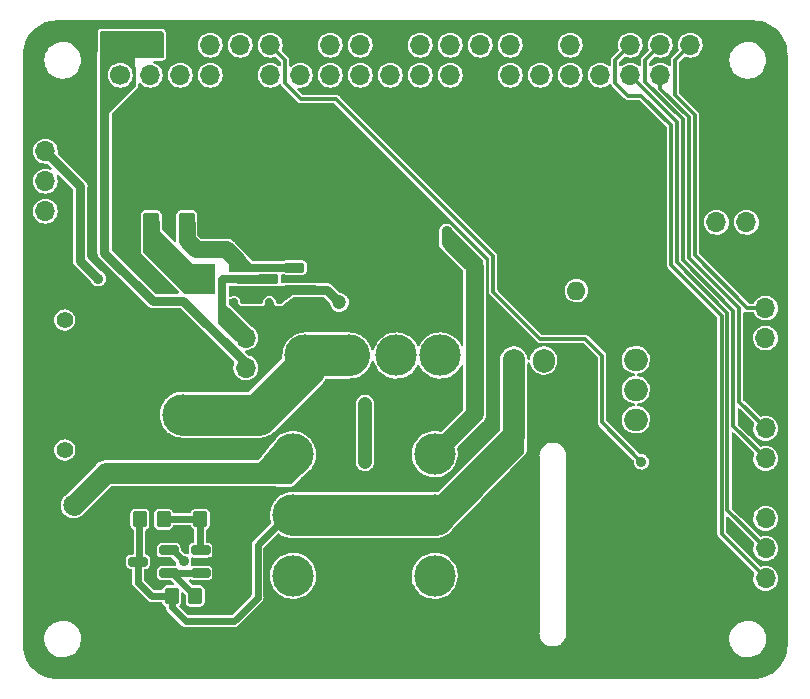
<source format=gbl>
G04 #@! TF.GenerationSoftware,KiCad,Pcbnew,(6.0.7)*
G04 #@! TF.CreationDate,2023-08-05T14:38:37+10:00*
G04 #@! TF.ProjectId,RPI,5250492e-6b69-4636-9164-5f7063625858,rev?*
G04 #@! TF.SameCoordinates,Original*
G04 #@! TF.FileFunction,Copper,L2,Bot*
G04 #@! TF.FilePolarity,Positive*
%FSLAX46Y46*%
G04 Gerber Fmt 4.6, Leading zero omitted, Abs format (unit mm)*
G04 Created by KiCad (PCBNEW (6.0.7)) date 2023-08-05 14:38:37*
%MOMM*%
%LPD*%
G01*
G04 APERTURE LIST*
G04 Aperture macros list*
%AMRoundRect*
0 Rectangle with rounded corners*
0 $1 Rounding radius*
0 $2 $3 $4 $5 $6 $7 $8 $9 X,Y pos of 4 corners*
0 Add a 4 corners polygon primitive as box body*
4,1,4,$2,$3,$4,$5,$6,$7,$8,$9,$2,$3,0*
0 Add four circle primitives for the rounded corners*
1,1,$1+$1,$2,$3*
1,1,$1+$1,$4,$5*
1,1,$1+$1,$6,$7*
1,1,$1+$1,$8,$9*
0 Add four rect primitives between the rounded corners*
20,1,$1+$1,$2,$3,$4,$5,0*
20,1,$1+$1,$4,$5,$6,$7,0*
20,1,$1+$1,$6,$7,$8,$9,0*
20,1,$1+$1,$8,$9,$2,$3,0*%
G04 Aperture macros list end*
G04 #@! TA.AperFunction,ComponentPad*
%ADD10C,1.400000*%
G04 #@! TD*
G04 #@! TA.AperFunction,ComponentPad*
%ADD11R,3.500000X3.500000*%
G04 #@! TD*
G04 #@! TA.AperFunction,ComponentPad*
%ADD12C,3.500000*%
G04 #@! TD*
G04 #@! TA.AperFunction,ComponentPad*
%ADD13O,1.700000X1.700000*%
G04 #@! TD*
G04 #@! TA.AperFunction,ComponentPad*
%ADD14R,1.700000X1.700000*%
G04 #@! TD*
G04 #@! TA.AperFunction,ComponentPad*
%ADD15O,1.600000X1.600000*%
G04 #@! TD*
G04 #@! TA.AperFunction,ComponentPad*
%ADD16R,1.600000X1.600000*%
G04 #@! TD*
G04 #@! TA.AperFunction,ComponentPad*
%ADD17R,1.800000X1.800000*%
G04 #@! TD*
G04 #@! TA.AperFunction,ComponentPad*
%ADD18C,1.800000*%
G04 #@! TD*
G04 #@! TA.AperFunction,ComponentPad*
%ADD19R,1.905000X2.000000*%
G04 #@! TD*
G04 #@! TA.AperFunction,ComponentPad*
%ADD20O,1.905000X2.000000*%
G04 #@! TD*
G04 #@! TA.AperFunction,ComponentPad*
%ADD21O,2.000000X1.905000*%
G04 #@! TD*
G04 #@! TA.AperFunction,ComponentPad*
%ADD22C,1.700000*%
G04 #@! TD*
G04 #@! TA.AperFunction,SMDPad,CuDef*
%ADD23RoundRect,0.250000X0.450000X-0.350000X0.450000X0.350000X-0.450000X0.350000X-0.450000X-0.350000X0*%
G04 #@! TD*
G04 #@! TA.AperFunction,SMDPad,CuDef*
%ADD24RoundRect,0.250000X0.350000X0.450000X-0.350000X0.450000X-0.350000X-0.450000X0.350000X-0.450000X0*%
G04 #@! TD*
G04 #@! TA.AperFunction,SMDPad,CuDef*
%ADD25R,1.560000X0.650000*%
G04 #@! TD*
G04 #@! TA.AperFunction,SMDPad,CuDef*
%ADD26RoundRect,0.200000X-0.612500X-0.200000X0.612500X-0.200000X0.612500X0.200000X-0.612500X0.200000X0*%
G04 #@! TD*
G04 #@! TA.AperFunction,SMDPad,CuDef*
%ADD27RoundRect,0.200000X0.612500X0.200000X-0.612500X0.200000X-0.612500X-0.200000X0.612500X-0.200000X0*%
G04 #@! TD*
G04 #@! TA.AperFunction,SMDPad,CuDef*
%ADD28RoundRect,0.200000X0.687500X0.200000X-0.687500X0.200000X-0.687500X-0.200000X0.687500X-0.200000X0*%
G04 #@! TD*
G04 #@! TA.AperFunction,SMDPad,CuDef*
%ADD29RoundRect,0.250000X-0.350000X-0.450000X0.350000X-0.450000X0.350000X0.450000X-0.350000X0.450000X0*%
G04 #@! TD*
G04 #@! TA.AperFunction,ViaPad*
%ADD30C,0.700000*%
G04 #@! TD*
G04 #@! TA.AperFunction,ViaPad*
%ADD31C,0.900000*%
G04 #@! TD*
G04 #@! TA.AperFunction,ViaPad*
%ADD32C,1.200000*%
G04 #@! TD*
G04 #@! TA.AperFunction,ViaPad*
%ADD33C,1.150000*%
G04 #@! TD*
G04 #@! TA.AperFunction,Conductor*
%ADD34C,0.900000*%
G04 #@! TD*
G04 #@! TA.AperFunction,Conductor*
%ADD35C,1.500000*%
G04 #@! TD*
G04 #@! TA.AperFunction,Conductor*
%ADD36C,0.600000*%
G04 #@! TD*
G04 #@! TA.AperFunction,Conductor*
%ADD37C,1.300000*%
G04 #@! TD*
G04 #@! TA.AperFunction,Conductor*
%ADD38C,0.800000*%
G04 #@! TD*
G04 #@! TA.AperFunction,Conductor*
%ADD39C,0.650000*%
G04 #@! TD*
G04 #@! TA.AperFunction,Conductor*
%ADD40C,1.800000*%
G04 #@! TD*
G04 #@! TA.AperFunction,Conductor*
%ADD41C,0.700000*%
G04 #@! TD*
G04 #@! TA.AperFunction,Conductor*
%ADD42C,1.150000*%
G04 #@! TD*
G04 #@! TA.AperFunction,Conductor*
%ADD43C,3.500000*%
G04 #@! TD*
G04 #@! TA.AperFunction,Conductor*
%ADD44C,0.300000*%
G04 #@! TD*
G04 #@! TA.AperFunction,Conductor*
%ADD45C,1.400000*%
G04 #@! TD*
G04 #@! TA.AperFunction,Conductor*
%ADD46C,0.200000*%
G04 #@! TD*
G04 #@! TA.AperFunction,Conductor*
%ADD47C,1.900000*%
G04 #@! TD*
G04 APERTURE END LIST*
D10*
X103675000Y-69500000D03*
X103675000Y-80500000D03*
D11*
X113675000Y-72500000D03*
D12*
X113675000Y-77500000D03*
D13*
X163025000Y-78675000D03*
X163025000Y-81215000D03*
D14*
X163025000Y-83755000D03*
D13*
X163025000Y-86295000D03*
X163025000Y-88835000D03*
X163025000Y-91375000D03*
X102025000Y-55200000D03*
X102025000Y-57740000D03*
X102025000Y-60280000D03*
D14*
X102025000Y-62820000D03*
D13*
X119000000Y-71000000D03*
X119000000Y-73540000D03*
D15*
X147000000Y-67000000D03*
D16*
X147000000Y-69500000D03*
D13*
X163000000Y-68475000D03*
X163000000Y-71015000D03*
D14*
X163000000Y-73555000D03*
D12*
X123000000Y-80850000D03*
X123000000Y-86000000D03*
X123000000Y-91150000D03*
X124056016Y-72496126D03*
X127756016Y-72496126D03*
X131756016Y-72496126D03*
X135456016Y-72496126D03*
D17*
X104427533Y-90179143D03*
D18*
X104427533Y-85179143D03*
D12*
X135000000Y-80850000D03*
X135000000Y-86000000D03*
X135000000Y-91150000D03*
D19*
X146773390Y-72928876D03*
D20*
X144233390Y-72928876D03*
X141693390Y-72928876D03*
D13*
X158851759Y-61219568D03*
X161391759Y-61219568D03*
D21*
X152020447Y-72866553D03*
X152020447Y-75406553D03*
X152020447Y-77946553D03*
D22*
X108370000Y-48770000D03*
D13*
X108370000Y-46230000D03*
X110910000Y-48770000D03*
X110910000Y-46230000D03*
X113450000Y-48770000D03*
D14*
X113450000Y-46230000D03*
D13*
X115990000Y-48770000D03*
X115990000Y-46230000D03*
D14*
X118530000Y-48770000D03*
D13*
X118530000Y-46230000D03*
X121070000Y-48770000D03*
X121070000Y-46230000D03*
X123610000Y-48770000D03*
D14*
X123610000Y-46230000D03*
D13*
X126150000Y-48770000D03*
X126150000Y-46230000D03*
X128690000Y-48770000D03*
X128690000Y-46230000D03*
X131230000Y-48770000D03*
D14*
X131230000Y-46230000D03*
D13*
X133770000Y-48770000D03*
X133770000Y-46230000D03*
X136310000Y-48770000D03*
X136310000Y-46230000D03*
D14*
X138850000Y-48770000D03*
D13*
X138850000Y-46230000D03*
X141390000Y-48770000D03*
X141390000Y-46230000D03*
X143930000Y-48770000D03*
D14*
X143930000Y-46230000D03*
D13*
X146470000Y-48770000D03*
X146470000Y-46230000D03*
X149010000Y-48770000D03*
D14*
X149010000Y-46230000D03*
D13*
X151550000Y-48770000D03*
X151550000Y-46230000D03*
X154090000Y-48770000D03*
X154090000Y-46230000D03*
D14*
X156630000Y-48770000D03*
D13*
X156630000Y-46230000D03*
D23*
X111000000Y-61000000D03*
X111000000Y-59000000D03*
D24*
X112041734Y-86356743D03*
X110041734Y-86356743D03*
D25*
X115650000Y-66950000D03*
X115650000Y-66000000D03*
X115650000Y-65050000D03*
X118350000Y-65050000D03*
X118350000Y-66000000D03*
X118350000Y-66950000D03*
D23*
X114000000Y-61000000D03*
X114000000Y-59000000D03*
D24*
X114723581Y-92863610D03*
X112723581Y-92863610D03*
D26*
X115170044Y-90900975D03*
X115170044Y-89000975D03*
X117745044Y-89950975D03*
D27*
X112471382Y-89000289D03*
X112471382Y-90900289D03*
X109896382Y-89950289D03*
D28*
X123087500Y-65050000D03*
X123087500Y-66950000D03*
X120912500Y-66000000D03*
D29*
X115156864Y-86355022D03*
X117156864Y-86355022D03*
D30*
X106000000Y-53000000D03*
X145000000Y-59000000D03*
X115000000Y-53000000D03*
X160000000Y-59000000D03*
X139000000Y-56000000D03*
X124000000Y-83000000D03*
X154000000Y-62000000D03*
X142000000Y-92000000D03*
X163000000Y-62000000D03*
X125730000Y-97155000D03*
X151000000Y-59000000D03*
X106000000Y-71000000D03*
X103000000Y-86000000D03*
X133000000Y-56000000D03*
X127000000Y-50000000D03*
X133000000Y-50000000D03*
X109000000Y-77000000D03*
X109000000Y-68000000D03*
X109000000Y-92000000D03*
X148000000Y-89000000D03*
X163000000Y-50000000D03*
X127000000Y-83000000D03*
X151000000Y-65000000D03*
X133000000Y-53000000D03*
X103000000Y-92000000D03*
X103000000Y-89000000D03*
X127000000Y-89000000D03*
X154432000Y-74168000D03*
X106000000Y-50000000D03*
X139000000Y-89000000D03*
X127000000Y-77000000D03*
X106000000Y-74000000D03*
X157000000Y-86000000D03*
X149860000Y-69088000D03*
X118000000Y-68000000D03*
X136000000Y-56000000D03*
X142000000Y-83000000D03*
X133000000Y-77000000D03*
X121000000Y-89000000D03*
X154432000Y-71120000D03*
X151000000Y-53000000D03*
X109000000Y-95000000D03*
X106000000Y-80000000D03*
X124000000Y-89000000D03*
X163000000Y-77000000D03*
X109000000Y-74000000D03*
X154000000Y-56000000D03*
X151000000Y-86000000D03*
X106000000Y-59000000D03*
X151000000Y-56000000D03*
X103000000Y-59000000D03*
X151000000Y-95000000D03*
X106000000Y-62000000D03*
X103000000Y-65000000D03*
X142000000Y-95000000D03*
X154432000Y-76200000D03*
X124000000Y-68000000D03*
X139000000Y-62000000D03*
X124000000Y-77000000D03*
X142000000Y-53000000D03*
X103000000Y-74000000D03*
X127000000Y-53000000D03*
X139000000Y-92000000D03*
X157000000Y-95000000D03*
X121000000Y-68000000D03*
X109000000Y-62000000D03*
X142000000Y-62000000D03*
X127000000Y-92964000D03*
X160000000Y-92000000D03*
X106000000Y-68000000D03*
X136000000Y-89000000D03*
X115000000Y-80000000D03*
X115000000Y-56000000D03*
X139000000Y-95000000D03*
X136000000Y-77000000D03*
X106000000Y-77000000D03*
X154000000Y-89000000D03*
X130000000Y-50000000D03*
X151000000Y-62000000D03*
X127000000Y-80000000D03*
X157480000Y-76200000D03*
X106000000Y-56000000D03*
X103000000Y-68000000D03*
X139000000Y-53000000D03*
X154940000Y-69088000D03*
X154000000Y-59000000D03*
X133000000Y-89000000D03*
X157000000Y-92000000D03*
X109000000Y-80000000D03*
X157000000Y-89000000D03*
X112000000Y-80000000D03*
X106000000Y-92000000D03*
X160000000Y-65000000D03*
X103000000Y-83000000D03*
X148000000Y-59000000D03*
X163000000Y-59000000D03*
X118000000Y-92000000D03*
X130810000Y-97155000D03*
X109000000Y-98000000D03*
X103000000Y-77000000D03*
X151000000Y-83000000D03*
X148000000Y-50000000D03*
X103000000Y-53000000D03*
X163068000Y-64516000D03*
X109000000Y-71000000D03*
X106000000Y-89000000D03*
X154000000Y-65000000D03*
X127000000Y-90932000D03*
X157000000Y-98000000D03*
X151000000Y-92000000D03*
X154000000Y-53000000D03*
X139000000Y-98552000D03*
X145000000Y-50000000D03*
X160000000Y-50000000D03*
X106000000Y-86000000D03*
X103000000Y-71000000D03*
X108892234Y-86101252D03*
D31*
X136000000Y-63000000D03*
X136000000Y-62000000D03*
D32*
X126921772Y-68000000D03*
D33*
X129086607Y-76586607D03*
X129086607Y-81500000D03*
D31*
X152500000Y-81500000D03*
X106515309Y-65984691D03*
X113737117Y-89921396D03*
D34*
X137720355Y-63720355D02*
X137673375Y-63720355D01*
X136000000Y-62000000D02*
X136000000Y-63000000D01*
X136000000Y-63000000D02*
X136704695Y-63704695D01*
D35*
X138380869Y-65092278D02*
X138380869Y-77469131D01*
D34*
X136030279Y-62030279D02*
X137720355Y-63720355D01*
X136704695Y-63704695D02*
X137689035Y-63704695D01*
D36*
X136602353Y-63313762D02*
X136993286Y-63704695D01*
X136993286Y-63704695D02*
X137689035Y-63704695D01*
D35*
X138380869Y-77469131D02*
X135000000Y-80850000D01*
D37*
X136602353Y-63313762D02*
X138380869Y-65092278D01*
D38*
X126921772Y-68000000D02*
X125871772Y-66950000D01*
X125871772Y-66950000D02*
X122937500Y-66950000D01*
D39*
X123087500Y-66950000D02*
X118350000Y-66950000D01*
D40*
X121370140Y-82479860D02*
X107126816Y-82479860D01*
X107126816Y-82479860D02*
X104427533Y-85179143D01*
X123000000Y-80850000D02*
X121370140Y-82479860D01*
D41*
X117095000Y-66000000D02*
X117000000Y-66095000D01*
X119000000Y-70373604D02*
X119000000Y-71000000D01*
X117000000Y-66095000D02*
X117000000Y-68373604D01*
X118397094Y-71000000D02*
X116997766Y-69600672D01*
X119000000Y-71000000D02*
X118397094Y-71000000D01*
D42*
X129086607Y-81500000D02*
X129086607Y-76586607D01*
D41*
X117000000Y-68373604D02*
X119000000Y-70373604D01*
X118350000Y-66000000D02*
X117095000Y-66000000D01*
X116997766Y-69600672D02*
X116997766Y-68206941D01*
D38*
X120912500Y-66000000D02*
X118350000Y-66000000D01*
D43*
X124056016Y-72496126D02*
X127756016Y-72496126D01*
X113675000Y-77500000D02*
X120078616Y-77500000D01*
X124056016Y-73522600D02*
X124056016Y-72496126D01*
X120078616Y-77500000D02*
X124056016Y-73522600D01*
D44*
X149171246Y-78171246D02*
X152500000Y-81500000D01*
X122326418Y-49441967D02*
X123689117Y-50804666D01*
X143924137Y-71097205D02*
X147737378Y-71097205D01*
X123689117Y-50804666D02*
X126679516Y-50804666D01*
X121070000Y-46230000D02*
X122326418Y-47486418D01*
X139937425Y-67110493D02*
X143924137Y-71097205D01*
X126679516Y-50804666D02*
X139937425Y-64062575D01*
X122326418Y-47486418D02*
X122326418Y-49441967D01*
X139937425Y-64062575D02*
X139937425Y-67110493D01*
X147737378Y-71097205D02*
X149171246Y-72531073D01*
X149171246Y-72531073D02*
X149171246Y-78171246D01*
D36*
X107037756Y-49981566D02*
X107020000Y-49963810D01*
X107020000Y-49963810D02*
X107020000Y-47580000D01*
D38*
X119000000Y-73172199D02*
X113702801Y-67875000D01*
D36*
X108370000Y-46230000D02*
X110910000Y-46230000D01*
D38*
X113702801Y-67875000D02*
X111109681Y-67875000D01*
X111109681Y-67875000D02*
X107037756Y-63803075D01*
D36*
X107020000Y-47580000D02*
X108370000Y-46230000D01*
D38*
X107037756Y-63803075D02*
X107037756Y-49981566D01*
X119000000Y-73540000D02*
X119000000Y-73172199D01*
D44*
X155500000Y-52720000D02*
X151550000Y-48770000D01*
X163025000Y-88835000D02*
X159785639Y-85595639D01*
X155500000Y-64621319D02*
X155500000Y-52720000D01*
X159785639Y-85595639D02*
X159785639Y-68906957D01*
X159785639Y-68906957D02*
X155500000Y-64621319D01*
X163025000Y-91375000D02*
X159285639Y-87635639D01*
X155000000Y-53000000D02*
X152499743Y-50499743D01*
X159285639Y-87635639D02*
X159285639Y-69114063D01*
X150272156Y-49427009D02*
X150272156Y-47507844D01*
X150272156Y-47507844D02*
X151550000Y-46230000D01*
X159285639Y-69114063D02*
X155000000Y-64828425D01*
X155000000Y-64828425D02*
X155000000Y-53000000D01*
X152499743Y-50499743D02*
X151344890Y-50499743D01*
X151344890Y-50499743D02*
X150272156Y-49427009D01*
X156500000Y-64207106D02*
X156500000Y-52305788D01*
X160785639Y-68492745D02*
X156500000Y-64207106D01*
X156500000Y-52305788D02*
X154090000Y-49895788D01*
X160785639Y-76435639D02*
X160785639Y-68492745D01*
X163025000Y-78675000D02*
X160785639Y-76435639D01*
X154090000Y-49895788D02*
X154090000Y-48770000D01*
X152823375Y-49336269D02*
X152823375Y-47496625D01*
X160285639Y-78475639D02*
X160285639Y-68699851D01*
X152823375Y-47496625D02*
X154090000Y-46230000D01*
X156000000Y-52512894D02*
X152823375Y-49336269D01*
X163025000Y-81215000D02*
X160285639Y-78475639D01*
X160285639Y-68699851D02*
X156000000Y-64414212D01*
X156000000Y-64414212D02*
X156000000Y-52512894D01*
X161475000Y-68475000D02*
X157000000Y-64000000D01*
X157000000Y-52098682D02*
X155344204Y-50442886D01*
X157000000Y-64000000D02*
X157000000Y-52098682D01*
X155344204Y-50442886D02*
X155344204Y-47515796D01*
X155344204Y-47515796D02*
X156630000Y-46230000D01*
X163000000Y-68475000D02*
X161475000Y-68475000D01*
D38*
X106515309Y-65984691D02*
X105000000Y-64469382D01*
X105000000Y-64469382D02*
X105000000Y-58175000D01*
X105000000Y-58175000D02*
X102025000Y-55200000D01*
D39*
X111000000Y-62110724D02*
X111408262Y-62110724D01*
X110628759Y-63628759D02*
X110628759Y-62481965D01*
X115650000Y-66950000D02*
X113950000Y-66950000D01*
X114347538Y-65050000D02*
X115650000Y-65050000D01*
D45*
X111000000Y-61305200D02*
X111000000Y-62110724D01*
D39*
X113950000Y-66950000D02*
X110628759Y-63628759D01*
X111408262Y-62110724D02*
X114347538Y-65050000D01*
X110628759Y-62481965D02*
X111000000Y-62110724D01*
D36*
X111000000Y-61000000D02*
X111000000Y-61305200D01*
X115650000Y-66950000D02*
X115650000Y-66000000D01*
X115650000Y-65050000D02*
X115650000Y-66000000D01*
X114000000Y-61000000D02*
X114000000Y-61349887D01*
D45*
X118350101Y-64511180D02*
X117338921Y-63500000D01*
X117338921Y-63500000D02*
X114811253Y-63500000D01*
D39*
X118350101Y-64511180D02*
X118350000Y-64511281D01*
D45*
X114811253Y-63500000D02*
X114000000Y-62688747D01*
D39*
X118350000Y-65050000D02*
X123087500Y-65050000D01*
D45*
X114000000Y-62688747D02*
X114000000Y-61349887D01*
D39*
X118350000Y-64511281D02*
X118350000Y-65050000D01*
D36*
X114723581Y-92863610D02*
X112758668Y-90898697D01*
X112321382Y-90900289D02*
X115169358Y-90900289D01*
D46*
X112322974Y-90898697D02*
X112321382Y-90900289D01*
D36*
X115169358Y-90900289D02*
X115170044Y-90900975D01*
X112758668Y-90898697D02*
X112322974Y-90898697D01*
D43*
X135000000Y-86000000D02*
X123000000Y-86000000D01*
D36*
X118000000Y-95000000D02*
X113929985Y-95000000D01*
X109896382Y-91721998D02*
X109896382Y-89950289D01*
D46*
X123000000Y-86000000D02*
X123000000Y-86165008D01*
D36*
X109896382Y-89950289D02*
X110000000Y-89846671D01*
X120000000Y-88522641D02*
X120000000Y-93000000D01*
X113929985Y-95000000D02*
X112723581Y-93793596D01*
X112723581Y-93793596D02*
X112723581Y-92863610D01*
X122357633Y-86165008D02*
X120000000Y-88522641D01*
D47*
X135000000Y-86000000D02*
X141693390Y-79306610D01*
D36*
X120000000Y-93000000D02*
X118000000Y-95000000D01*
X123000000Y-86165008D02*
X122357633Y-86165008D01*
X110000000Y-86407773D02*
X110046382Y-86361391D01*
D47*
X141693390Y-79306610D02*
X141693390Y-72928876D01*
D36*
X110000000Y-89846671D02*
X110000000Y-86407773D01*
X111037994Y-92863610D02*
X109896382Y-91721998D01*
X112723581Y-92863610D02*
X111037994Y-92863610D01*
D46*
X110046382Y-86361391D02*
X110041734Y-86356743D01*
D36*
X115159280Y-86357438D02*
X115159280Y-88998697D01*
X112041734Y-86356743D02*
X115155143Y-86356743D01*
D46*
X115155143Y-86356743D02*
X115156864Y-86355022D01*
X115156864Y-86355022D02*
X115159280Y-86357438D01*
D36*
X112321382Y-89000289D02*
X112816010Y-89000289D01*
X112816010Y-89000289D02*
X113737117Y-89921396D01*
G04 #@! TA.AperFunction,Conductor*
G36*
X161968181Y-44127705D02*
G01*
X161983977Y-44127705D01*
X162000000Y-44131998D01*
X162011217Y-44128992D01*
X162013795Y-44129749D01*
X162013878Y-44128279D01*
X162314557Y-44145165D01*
X162328589Y-44146746D01*
X162480405Y-44172541D01*
X162632215Y-44198335D01*
X162645990Y-44201479D01*
X162941929Y-44286737D01*
X162955266Y-44291404D01*
X163131129Y-44364249D01*
X163239798Y-44409261D01*
X163252521Y-44415388D01*
X163522074Y-44564365D01*
X163534022Y-44571872D01*
X163676020Y-44672625D01*
X163785205Y-44750096D01*
X163796252Y-44758906D01*
X164025888Y-44964121D01*
X164035879Y-44974112D01*
X164241094Y-45203748D01*
X164249904Y-45214795D01*
X164428128Y-45465978D01*
X164435635Y-45477926D01*
X164528443Y-45645849D01*
X164584610Y-45747475D01*
X164590741Y-45760206D01*
X164708596Y-46044734D01*
X164713263Y-46058071D01*
X164798521Y-46354010D01*
X164801665Y-46367785D01*
X164816950Y-46457744D01*
X164851204Y-46659344D01*
X164853253Y-46671406D01*
X164854835Y-46685443D01*
X164862588Y-46823498D01*
X164871721Y-46986122D01*
X164870572Y-46986187D01*
X164871115Y-46988385D01*
X164868002Y-47000000D01*
X164872295Y-47016023D01*
X164872295Y-47031819D01*
X164872500Y-47033376D01*
X164872500Y-96966624D01*
X164872295Y-96968181D01*
X164872295Y-96983977D01*
X164868002Y-97000000D01*
X164871008Y-97011217D01*
X164870251Y-97013795D01*
X164871721Y-97013878D01*
X164854835Y-97314553D01*
X164853253Y-97328594D01*
X164801665Y-97632215D01*
X164798521Y-97645990D01*
X164713263Y-97941929D01*
X164708596Y-97955266D01*
X164590741Y-98239794D01*
X164584612Y-98252521D01*
X164435635Y-98522074D01*
X164428128Y-98534022D01*
X164311285Y-98698697D01*
X164249904Y-98785205D01*
X164241094Y-98796252D01*
X164035879Y-99025888D01*
X164025888Y-99035879D01*
X163796252Y-99241094D01*
X163785205Y-99249904D01*
X163534022Y-99428128D01*
X163522074Y-99435635D01*
X163252521Y-99584612D01*
X163239798Y-99590739D01*
X163131129Y-99635751D01*
X162955266Y-99708596D01*
X162941929Y-99713263D01*
X162645990Y-99798521D01*
X162632215Y-99801665D01*
X162480404Y-99827459D01*
X162328589Y-99853254D01*
X162314557Y-99854835D01*
X162013878Y-99871721D01*
X162013813Y-99870572D01*
X162011615Y-99871115D01*
X162000000Y-99868002D01*
X161983977Y-99872295D01*
X161968181Y-99872295D01*
X161966624Y-99872500D01*
X103033376Y-99872500D01*
X103031819Y-99872295D01*
X103016023Y-99872295D01*
X103000000Y-99868002D01*
X102988783Y-99871008D01*
X102986205Y-99870251D01*
X102986122Y-99871721D01*
X102685443Y-99854835D01*
X102671411Y-99853254D01*
X102519596Y-99827459D01*
X102367785Y-99801665D01*
X102354010Y-99798521D01*
X102058071Y-99713263D01*
X102044734Y-99708596D01*
X101868871Y-99635751D01*
X101760202Y-99590739D01*
X101747479Y-99584612D01*
X101477926Y-99435635D01*
X101465978Y-99428128D01*
X101214795Y-99249904D01*
X101203748Y-99241094D01*
X100974112Y-99035879D01*
X100964121Y-99025888D01*
X100758906Y-98796252D01*
X100750096Y-98785205D01*
X100688715Y-98698697D01*
X100571872Y-98534022D01*
X100564365Y-98522074D01*
X100415388Y-98252521D01*
X100409259Y-98239794D01*
X100291404Y-97955266D01*
X100286737Y-97941929D01*
X100201479Y-97645990D01*
X100198335Y-97632215D01*
X100146747Y-97328594D01*
X100145165Y-97314553D01*
X100128279Y-97013878D01*
X100129428Y-97013813D01*
X100128885Y-97011615D01*
X100131998Y-97000000D01*
X100127705Y-96983977D01*
X100127705Y-96968181D01*
X100127500Y-96966624D01*
X100127500Y-96554288D01*
X101945404Y-96554288D01*
X101945985Y-96559308D01*
X101945985Y-96559312D01*
X101952654Y-96616951D01*
X101974081Y-96802140D01*
X101975460Y-96807011D01*
X101975460Y-96807014D01*
X101993991Y-96872500D01*
X102042017Y-97042219D01*
X102147462Y-97268348D01*
X102287706Y-97474710D01*
X102459138Y-97655994D01*
X102657349Y-97807538D01*
X102877239Y-97925443D01*
X103113152Y-98006674D01*
X103241099Y-98028774D01*
X103355107Y-98048467D01*
X103355113Y-98048468D01*
X103359017Y-98049142D01*
X103362978Y-98049322D01*
X103362979Y-98049322D01*
X103387503Y-98050436D01*
X103387522Y-98050436D01*
X103388922Y-98050500D01*
X103562691Y-98050500D01*
X103565199Y-98050298D01*
X103565204Y-98050298D01*
X103743661Y-98035940D01*
X103743666Y-98035939D01*
X103748702Y-98035534D01*
X103753610Y-98034329D01*
X103753613Y-98034328D01*
X103986092Y-97977225D01*
X103991006Y-97976018D01*
X103995658Y-97974043D01*
X103995662Y-97974042D01*
X104216022Y-97880505D01*
X104216023Y-97880505D01*
X104220677Y-97878529D01*
X104431808Y-97745573D01*
X104529923Y-97659073D01*
X104615168Y-97583920D01*
X104615171Y-97583917D01*
X104618965Y-97580572D01*
X104777334Y-97387770D01*
X104902840Y-97172128D01*
X104924919Y-97114612D01*
X104975632Y-96982500D01*
X104992255Y-96939195D01*
X105006189Y-96872500D01*
X105042243Y-96699915D01*
X105043278Y-96694961D01*
X105054596Y-96445712D01*
X105025919Y-96197860D01*
X105018097Y-96170216D01*
X104969930Y-96000000D01*
X143868002Y-96000000D01*
X143868286Y-96001058D01*
X143885388Y-96196536D01*
X143886812Y-96201850D01*
X143886812Y-96201851D01*
X143922192Y-96333891D01*
X143936449Y-96387101D01*
X143938772Y-96392082D01*
X143938772Y-96392083D01*
X144017500Y-96560917D01*
X144017503Y-96560922D01*
X144019826Y-96565904D01*
X144132986Y-96727512D01*
X144272488Y-96867014D01*
X144276996Y-96870171D01*
X144276999Y-96870173D01*
X144416969Y-96968181D01*
X144434097Y-96980174D01*
X144439079Y-96982497D01*
X144439084Y-96982500D01*
X144607917Y-97061228D01*
X144612899Y-97063551D01*
X144618207Y-97064973D01*
X144618209Y-97064974D01*
X144798149Y-97113188D01*
X144803464Y-97114612D01*
X145000000Y-97131807D01*
X145196536Y-97114612D01*
X145201851Y-97113188D01*
X145381791Y-97064974D01*
X145381793Y-97064973D01*
X145387101Y-97063551D01*
X145432848Y-97042219D01*
X145560917Y-96982500D01*
X145560922Y-96982497D01*
X145565904Y-96980174D01*
X145656548Y-96916704D01*
X145723001Y-96870173D01*
X145723003Y-96870171D01*
X145727512Y-96867014D01*
X145867014Y-96727512D01*
X145980174Y-96565904D01*
X145982497Y-96560922D01*
X145982500Y-96560917D01*
X145985591Y-96554288D01*
X159945404Y-96554288D01*
X159945985Y-96559308D01*
X159945985Y-96559312D01*
X159952654Y-96616951D01*
X159974081Y-96802140D01*
X159975460Y-96807011D01*
X159975460Y-96807014D01*
X159993991Y-96872500D01*
X160042017Y-97042219D01*
X160147462Y-97268348D01*
X160287706Y-97474710D01*
X160459138Y-97655994D01*
X160657349Y-97807538D01*
X160877239Y-97925443D01*
X161113152Y-98006674D01*
X161241099Y-98028774D01*
X161355107Y-98048467D01*
X161355113Y-98048468D01*
X161359017Y-98049142D01*
X161362978Y-98049322D01*
X161362979Y-98049322D01*
X161387503Y-98050436D01*
X161387522Y-98050436D01*
X161388922Y-98050500D01*
X161562691Y-98050500D01*
X161565199Y-98050298D01*
X161565204Y-98050298D01*
X161743661Y-98035940D01*
X161743666Y-98035939D01*
X161748702Y-98035534D01*
X161753610Y-98034329D01*
X161753613Y-98034328D01*
X161986092Y-97977225D01*
X161991006Y-97976018D01*
X161995658Y-97974043D01*
X161995662Y-97974042D01*
X162216022Y-97880505D01*
X162216023Y-97880505D01*
X162220677Y-97878529D01*
X162431808Y-97745573D01*
X162529923Y-97659073D01*
X162615168Y-97583920D01*
X162615171Y-97583917D01*
X162618965Y-97580572D01*
X162777334Y-97387770D01*
X162902840Y-97172128D01*
X162924919Y-97114612D01*
X162975632Y-96982500D01*
X162992255Y-96939195D01*
X163006189Y-96872500D01*
X163042243Y-96699915D01*
X163043278Y-96694961D01*
X163054596Y-96445712D01*
X163025919Y-96197860D01*
X163018097Y-96170216D01*
X162969930Y-96000000D01*
X162957983Y-95957781D01*
X162852538Y-95731652D01*
X162712294Y-95525290D01*
X162540862Y-95344006D01*
X162504779Y-95316418D01*
X162346677Y-95195540D01*
X162346676Y-95195539D01*
X162342651Y-95192462D01*
X162122761Y-95074557D01*
X161886848Y-94993326D01*
X161758901Y-94971226D01*
X161644893Y-94951533D01*
X161644887Y-94951532D01*
X161640983Y-94950858D01*
X161637022Y-94950678D01*
X161637021Y-94950678D01*
X161612497Y-94949564D01*
X161612478Y-94949564D01*
X161611078Y-94949500D01*
X161437309Y-94949500D01*
X161434801Y-94949702D01*
X161434796Y-94949702D01*
X161256339Y-94964060D01*
X161256334Y-94964061D01*
X161251298Y-94964466D01*
X161246390Y-94965671D01*
X161246387Y-94965672D01*
X161016392Y-95022165D01*
X161008994Y-95023982D01*
X161004342Y-95025957D01*
X161004338Y-95025958D01*
X160783978Y-95119495D01*
X160779323Y-95121471D01*
X160568192Y-95254427D01*
X160564398Y-95257772D01*
X160384832Y-95416080D01*
X160384829Y-95416083D01*
X160381035Y-95419428D01*
X160222666Y-95612230D01*
X160097160Y-95827872D01*
X160007745Y-96060805D01*
X159956722Y-96305039D01*
X159945404Y-96554288D01*
X145985591Y-96554288D01*
X146061228Y-96392083D01*
X146061228Y-96392082D01*
X146063551Y-96387101D01*
X146077809Y-96333891D01*
X146113188Y-96201851D01*
X146113188Y-96201850D01*
X146114612Y-96196536D01*
X146131714Y-96001058D01*
X146131998Y-96000000D01*
X146127701Y-95983965D01*
X146127705Y-95968180D01*
X146127500Y-95966624D01*
X146127500Y-81033376D01*
X146127705Y-81031820D01*
X146127701Y-81016035D01*
X146131998Y-81000000D01*
X146131714Y-80998942D01*
X146129705Y-80975968D01*
X146120055Y-80865682D01*
X146114612Y-80803464D01*
X146081984Y-80681693D01*
X146064974Y-80618209D01*
X146064973Y-80618207D01*
X146063551Y-80612899D01*
X146019404Y-80518226D01*
X145982500Y-80439084D01*
X145982497Y-80439079D01*
X145980174Y-80434097D01*
X145944430Y-80383049D01*
X145870173Y-80276999D01*
X145870171Y-80276996D01*
X145867014Y-80272488D01*
X145727512Y-80132986D01*
X145719678Y-80127500D01*
X145656548Y-80083296D01*
X145565904Y-80019826D01*
X145560922Y-80017503D01*
X145560917Y-80017500D01*
X145392083Y-79938772D01*
X145392082Y-79938772D01*
X145387101Y-79936449D01*
X145381793Y-79935027D01*
X145381791Y-79935026D01*
X145201851Y-79886812D01*
X145201850Y-79886812D01*
X145196536Y-79885388D01*
X145000000Y-79868193D01*
X144803464Y-79885388D01*
X144798150Y-79886812D01*
X144798149Y-79886812D01*
X144618209Y-79935026D01*
X144618207Y-79935027D01*
X144612899Y-79936449D01*
X144607918Y-79938771D01*
X144607917Y-79938772D01*
X144439084Y-80017500D01*
X144439079Y-80017503D01*
X144434097Y-80019826D01*
X144429590Y-80022982D01*
X144429588Y-80022983D01*
X144276999Y-80129827D01*
X144276996Y-80129829D01*
X144272488Y-80132986D01*
X144132986Y-80272488D01*
X144129829Y-80276996D01*
X144129827Y-80276999D01*
X144055570Y-80383049D01*
X144019826Y-80434097D01*
X144017503Y-80439079D01*
X144017500Y-80439084D01*
X143980596Y-80518226D01*
X143936449Y-80612899D01*
X143935027Y-80618207D01*
X143935026Y-80618209D01*
X143918016Y-80681693D01*
X143885388Y-80803464D01*
X143868286Y-80998942D01*
X143868002Y-81000000D01*
X143872299Y-81016035D01*
X143872295Y-81031820D01*
X143872500Y-81033376D01*
X143872500Y-95966624D01*
X143872295Y-95968180D01*
X143872299Y-95983965D01*
X143868002Y-96000000D01*
X104969930Y-96000000D01*
X104957983Y-95957781D01*
X104852538Y-95731652D01*
X104712294Y-95525290D01*
X104540862Y-95344006D01*
X104504779Y-95316418D01*
X104346677Y-95195540D01*
X104346676Y-95195539D01*
X104342651Y-95192462D01*
X104122761Y-95074557D01*
X103886848Y-94993326D01*
X103758901Y-94971226D01*
X103644893Y-94951533D01*
X103644887Y-94951532D01*
X103640983Y-94950858D01*
X103637022Y-94950678D01*
X103637021Y-94950678D01*
X103612497Y-94949564D01*
X103612478Y-94949564D01*
X103611078Y-94949500D01*
X103437309Y-94949500D01*
X103434801Y-94949702D01*
X103434796Y-94949702D01*
X103256339Y-94964060D01*
X103256334Y-94964061D01*
X103251298Y-94964466D01*
X103246390Y-94965671D01*
X103246387Y-94965672D01*
X103016392Y-95022165D01*
X103008994Y-95023982D01*
X103004342Y-95025957D01*
X103004338Y-95025958D01*
X102783978Y-95119495D01*
X102779323Y-95121471D01*
X102568192Y-95254427D01*
X102564398Y-95257772D01*
X102384832Y-95416080D01*
X102384829Y-95416083D01*
X102381035Y-95419428D01*
X102222666Y-95612230D01*
X102097160Y-95827872D01*
X102007745Y-96060805D01*
X101956722Y-96305039D01*
X101945404Y-96554288D01*
X100127500Y-96554288D01*
X100127500Y-89718770D01*
X108883382Y-89718770D01*
X108883383Y-90181807D01*
X108898236Y-90275593D01*
X108902737Y-90284426D01*
X108902739Y-90284431D01*
X108910565Y-90299790D01*
X108955832Y-90388631D01*
X109045540Y-90478339D01*
X109158578Y-90535935D01*
X109168367Y-90537485D01*
X109168369Y-90537486D01*
X109194327Y-90541597D01*
X109252363Y-90550789D01*
X109269882Y-90550789D01*
X109338003Y-90570791D01*
X109384496Y-90624447D01*
X109395882Y-90676789D01*
X109395882Y-91651817D01*
X109394554Y-91663702D01*
X109395064Y-91663743D01*
X109394344Y-91672689D01*
X109392363Y-91681445D01*
X109392919Y-91690405D01*
X109395640Y-91734262D01*
X109395882Y-91742065D01*
X109395882Y-91757938D01*
X109396517Y-91762372D01*
X109397330Y-91768048D01*
X109398360Y-91778104D01*
X109401241Y-91824536D01*
X109404289Y-91832980D01*
X109405058Y-91836692D01*
X109408725Y-91851397D01*
X109409786Y-91855025D01*
X109411059Y-91863916D01*
X109430321Y-91906280D01*
X109434128Y-91915635D01*
X109446873Y-91950941D01*
X109446875Y-91950945D01*
X109449922Y-91959385D01*
X109455217Y-91966633D01*
X109456993Y-91969973D01*
X109464656Y-91983087D01*
X109466685Y-91986259D01*
X109470398Y-91994426D01*
X109476253Y-92001221D01*
X109476255Y-92001224D01*
X109500769Y-92029673D01*
X109507057Y-92037593D01*
X109514904Y-92048334D01*
X109525647Y-92059077D01*
X109532005Y-92065923D01*
X109563982Y-92103035D01*
X109571516Y-92107918D01*
X109578278Y-92113817D01*
X109578274Y-92113822D01*
X109589368Y-92122798D01*
X110634460Y-93167890D01*
X110641926Y-93177234D01*
X110642316Y-93176902D01*
X110648134Y-93183738D01*
X110652924Y-93191330D01*
X110659652Y-93197272D01*
X110659653Y-93197273D01*
X110692594Y-93226365D01*
X110698282Y-93231712D01*
X110709500Y-93242930D01*
X110713088Y-93245619D01*
X110713089Y-93245620D01*
X110717678Y-93249060D01*
X110725517Y-93255442D01*
X110750620Y-93277612D01*
X110760382Y-93286233D01*
X110768505Y-93290047D01*
X110771658Y-93292118D01*
X110784670Y-93299937D01*
X110787988Y-93301753D01*
X110795170Y-93307136D01*
X110838735Y-93323468D01*
X110848044Y-93327390D01*
X110890157Y-93347163D01*
X110899030Y-93348545D01*
X110902652Y-93349652D01*
X110917322Y-93353501D01*
X110921011Y-93354312D01*
X110929413Y-93357462D01*
X110938358Y-93358127D01*
X110938368Y-93358129D01*
X110975822Y-93360912D01*
X110985849Y-93362062D01*
X110999003Y-93364110D01*
X111014197Y-93364110D01*
X111023534Y-93364456D01*
X111031195Y-93365025D01*
X111072385Y-93368086D01*
X111081161Y-93366213D01*
X111090118Y-93365602D01*
X111090118Y-93365608D01*
X111104311Y-93364110D01*
X111824521Y-93364110D01*
X111892642Y-93384112D01*
X111939135Y-93437768D01*
X111943403Y-93448360D01*
X111970947Y-93526794D01*
X111976539Y-93534364D01*
X111976540Y-93534367D01*
X111976543Y-93534371D01*
X112051431Y-93635760D01*
X112158886Y-93715128D01*
X112158887Y-93715129D01*
X112160397Y-93716244D01*
X112160244Y-93716451D01*
X112206882Y-93761904D01*
X112222270Y-93820614D01*
X112222762Y-93820579D01*
X112222949Y-93823204D01*
X112223081Y-93823707D01*
X112223081Y-93829536D01*
X112223716Y-93833970D01*
X112224529Y-93839646D01*
X112225559Y-93849702D01*
X112228440Y-93896134D01*
X112231488Y-93904578D01*
X112232257Y-93908290D01*
X112235924Y-93922995D01*
X112236985Y-93926623D01*
X112238258Y-93935514D01*
X112257520Y-93977878D01*
X112261327Y-93987233D01*
X112274072Y-94022539D01*
X112274074Y-94022543D01*
X112277121Y-94030983D01*
X112282416Y-94038231D01*
X112284192Y-94041571D01*
X112291855Y-94054685D01*
X112293884Y-94057857D01*
X112297597Y-94066024D01*
X112303452Y-94072819D01*
X112303454Y-94072822D01*
X112327968Y-94101271D01*
X112334256Y-94109191D01*
X112342103Y-94119932D01*
X112352846Y-94130675D01*
X112359204Y-94137521D01*
X112391181Y-94174633D01*
X112398715Y-94179516D01*
X112405477Y-94185415D01*
X112405473Y-94185420D01*
X112416567Y-94194396D01*
X113526450Y-95304278D01*
X113533917Y-95313624D01*
X113534307Y-95313292D01*
X113540125Y-95320128D01*
X113544915Y-95327720D01*
X113551643Y-95333662D01*
X113551644Y-95333663D01*
X113584594Y-95362763D01*
X113590282Y-95368110D01*
X113601492Y-95379320D01*
X113605078Y-95382008D01*
X113605081Y-95382010D01*
X113609662Y-95385444D01*
X113617503Y-95391827D01*
X113621790Y-95395613D01*
X113652373Y-95422623D01*
X113660498Y-95426438D01*
X113663668Y-95428520D01*
X113676655Y-95436323D01*
X113679979Y-95438143D01*
X113687161Y-95443526D01*
X113695562Y-95446675D01*
X113695563Y-95446676D01*
X113730721Y-95459856D01*
X113740038Y-95463783D01*
X113774019Y-95479737D01*
X113774022Y-95479738D01*
X113782148Y-95483553D01*
X113791022Y-95484935D01*
X113794635Y-95486039D01*
X113809292Y-95489885D01*
X113812995Y-95490699D01*
X113821405Y-95493852D01*
X113867828Y-95497302D01*
X113877841Y-95498452D01*
X113890994Y-95500500D01*
X113906189Y-95500500D01*
X113915527Y-95500846D01*
X113964377Y-95504476D01*
X113973153Y-95502603D01*
X113982110Y-95501992D01*
X113982110Y-95501998D01*
X113996303Y-95500500D01*
X117929819Y-95500500D01*
X117941704Y-95501828D01*
X117941745Y-95501318D01*
X117950691Y-95502038D01*
X117959447Y-95504019D01*
X118002980Y-95501318D01*
X118012264Y-95500742D01*
X118020067Y-95500500D01*
X118035940Y-95500500D01*
X118046052Y-95499052D01*
X118056106Y-95498022D01*
X118084097Y-95496285D01*
X118102538Y-95495141D01*
X118110982Y-95492093D01*
X118114694Y-95491324D01*
X118129399Y-95487657D01*
X118133027Y-95486596D01*
X118141918Y-95485323D01*
X118184282Y-95466061D01*
X118193637Y-95462254D01*
X118228943Y-95449509D01*
X118228947Y-95449507D01*
X118237387Y-95446460D01*
X118244635Y-95441165D01*
X118247975Y-95439389D01*
X118261089Y-95431726D01*
X118264261Y-95429697D01*
X118272428Y-95425984D01*
X118279223Y-95420129D01*
X118279226Y-95420127D01*
X118307675Y-95395613D01*
X118315596Y-95389324D01*
X118322402Y-95384352D01*
X118326336Y-95381478D01*
X118337079Y-95370735D01*
X118343926Y-95364377D01*
X118363294Y-95347688D01*
X118381037Y-95332400D01*
X118385920Y-95324866D01*
X118391819Y-95318104D01*
X118391824Y-95318108D01*
X118400800Y-95307014D01*
X120304280Y-93403534D01*
X120313624Y-93396068D01*
X120313292Y-93395678D01*
X120320128Y-93389860D01*
X120327720Y-93385070D01*
X120344914Y-93365602D01*
X120362755Y-93345400D01*
X120368102Y-93339712D01*
X120379320Y-93328494D01*
X120382010Y-93324905D01*
X120385450Y-93320316D01*
X120391832Y-93312477D01*
X120416682Y-93284339D01*
X120422623Y-93277612D01*
X120426437Y-93269489D01*
X120428508Y-93266336D01*
X120436327Y-93253324D01*
X120438143Y-93250006D01*
X120443526Y-93242824D01*
X120459858Y-93199259D01*
X120463783Y-93189944D01*
X120469463Y-93177847D01*
X120483553Y-93147837D01*
X120484935Y-93138964D01*
X120486042Y-93135342D01*
X120489891Y-93120672D01*
X120490702Y-93116983D01*
X120493852Y-93108581D01*
X120494517Y-93099636D01*
X120494519Y-93099626D01*
X120497302Y-93062172D01*
X120498452Y-93052145D01*
X120500500Y-93038991D01*
X120500500Y-93023797D01*
X120500846Y-93014460D01*
X120503811Y-92974557D01*
X120504476Y-92965609D01*
X120502603Y-92956833D01*
X120501992Y-92947876D01*
X120501998Y-92947876D01*
X120500500Y-92933683D01*
X120500500Y-91088577D01*
X121045483Y-91088577D01*
X121047208Y-91132494D01*
X121055917Y-91354137D01*
X121056327Y-91364583D01*
X121066816Y-91422014D01*
X121087943Y-91537693D01*
X121105953Y-91636309D01*
X121193370Y-91898331D01*
X121229168Y-91969973D01*
X121298271Y-92108270D01*
X121316834Y-92145421D01*
X121319363Y-92149080D01*
X121462630Y-92356370D01*
X121473882Y-92372651D01*
X121661380Y-92575485D01*
X121664834Y-92578297D01*
X121872131Y-92747063D01*
X121872135Y-92747066D01*
X121875588Y-92749877D01*
X121879410Y-92752178D01*
X122042761Y-92850523D01*
X122112230Y-92892347D01*
X122209848Y-92933683D01*
X122362482Y-92998316D01*
X122362487Y-92998318D01*
X122366585Y-93000053D01*
X122370882Y-93001192D01*
X122370887Y-93001194D01*
X122456136Y-93023797D01*
X122633579Y-93070845D01*
X122907884Y-93103311D01*
X123184027Y-93096804D01*
X123269587Y-93082563D01*
X123452108Y-93052183D01*
X123452112Y-93052182D01*
X123456498Y-93051452D01*
X123460739Y-93050111D01*
X123460742Y-93050110D01*
X123715615Y-92969504D01*
X123715617Y-92969503D01*
X123719861Y-92968161D01*
X123723872Y-92966235D01*
X123723877Y-92966233D01*
X123964842Y-92850523D01*
X123964843Y-92850522D01*
X123968861Y-92848593D01*
X123997300Y-92829591D01*
X124194821Y-92697612D01*
X124194825Y-92697609D01*
X124198529Y-92695134D01*
X124404283Y-92510845D01*
X124582018Y-92299403D01*
X124728188Y-92065028D01*
X124734045Y-92051781D01*
X124838077Y-91816463D01*
X124839875Y-91812396D01*
X124914853Y-91546547D01*
X124922994Y-91485935D01*
X124951196Y-91275968D01*
X124951197Y-91275961D01*
X124951623Y-91272786D01*
X124952807Y-91235112D01*
X124955381Y-91153222D01*
X124955381Y-91153217D01*
X124955482Y-91150000D01*
X124954243Y-91132494D01*
X124951133Y-91088577D01*
X133045483Y-91088577D01*
X133047208Y-91132494D01*
X133055917Y-91354137D01*
X133056327Y-91364583D01*
X133066816Y-91422014D01*
X133087943Y-91537693D01*
X133105953Y-91636309D01*
X133193370Y-91898331D01*
X133229168Y-91969973D01*
X133298271Y-92108270D01*
X133316834Y-92145421D01*
X133319363Y-92149080D01*
X133462630Y-92356370D01*
X133473882Y-92372651D01*
X133661380Y-92575485D01*
X133664834Y-92578297D01*
X133872131Y-92747063D01*
X133872135Y-92747066D01*
X133875588Y-92749877D01*
X133879410Y-92752178D01*
X134042761Y-92850523D01*
X134112230Y-92892347D01*
X134209848Y-92933683D01*
X134362482Y-92998316D01*
X134362487Y-92998318D01*
X134366585Y-93000053D01*
X134370882Y-93001192D01*
X134370887Y-93001194D01*
X134456136Y-93023797D01*
X134633579Y-93070845D01*
X134907884Y-93103311D01*
X135184027Y-93096804D01*
X135269587Y-93082563D01*
X135452108Y-93052183D01*
X135452112Y-93052182D01*
X135456498Y-93051452D01*
X135460739Y-93050111D01*
X135460742Y-93050110D01*
X135715615Y-92969504D01*
X135715617Y-92969503D01*
X135719861Y-92968161D01*
X135723872Y-92966235D01*
X135723877Y-92966233D01*
X135964842Y-92850523D01*
X135964843Y-92850522D01*
X135968861Y-92848593D01*
X135997300Y-92829591D01*
X136194821Y-92697612D01*
X136194825Y-92697609D01*
X136198529Y-92695134D01*
X136404283Y-92510845D01*
X136582018Y-92299403D01*
X136728188Y-92065028D01*
X136734045Y-92051781D01*
X136838077Y-91816463D01*
X136839875Y-91812396D01*
X136914853Y-91546547D01*
X136922994Y-91485935D01*
X136951196Y-91275968D01*
X136951197Y-91275961D01*
X136951623Y-91272786D01*
X136952807Y-91235112D01*
X136955381Y-91153222D01*
X136955381Y-91153217D01*
X136955482Y-91150000D01*
X136954243Y-91132494D01*
X136942932Y-90972749D01*
X136935973Y-90874470D01*
X136922911Y-90813796D01*
X136878773Y-90608785D01*
X136878773Y-90608783D01*
X136877837Y-90604438D01*
X136782233Y-90345291D01*
X136778361Y-90338114D01*
X136653181Y-90106116D01*
X136651068Y-90102200D01*
X136486960Y-89880016D01*
X136481576Y-89874546D01*
X136333103Y-89723723D01*
X136293183Y-89683171D01*
X136073604Y-89515594D01*
X136019448Y-89485265D01*
X135836490Y-89382803D01*
X135836487Y-89382802D01*
X135832604Y-89380627D01*
X135828459Y-89379023D01*
X135828456Y-89379022D01*
X135665339Y-89315917D01*
X135574991Y-89280964D01*
X135570666Y-89279961D01*
X135570661Y-89279960D01*
X135422567Y-89245634D01*
X135305905Y-89218593D01*
X135030715Y-89194759D01*
X135026280Y-89195003D01*
X135026276Y-89195003D01*
X134759356Y-89209693D01*
X134759349Y-89209694D01*
X134754913Y-89209938D01*
X134567848Y-89247147D01*
X134488364Y-89262957D01*
X134488362Y-89262958D01*
X134484001Y-89263825D01*
X134223384Y-89355347D01*
X133978263Y-89482678D01*
X133974648Y-89485261D01*
X133974642Y-89485265D01*
X133757150Y-89640687D01*
X133757146Y-89640690D01*
X133753529Y-89643275D01*
X133553665Y-89833936D01*
X133550909Y-89837431D01*
X133550908Y-89837433D01*
X133402788Y-90025323D01*
X133382659Y-90050856D01*
X133336405Y-90130488D01*
X133246161Y-90285853D01*
X133246158Y-90285859D01*
X133243923Y-90289707D01*
X133197295Y-90404827D01*
X133144191Y-90535935D01*
X133140226Y-90545723D01*
X133139155Y-90550036D01*
X133139153Y-90550041D01*
X133074709Y-90809475D01*
X133073636Y-90813796D01*
X133073182Y-90818224D01*
X133073182Y-90818226D01*
X133057350Y-90972749D01*
X133045483Y-91088577D01*
X124951133Y-91088577D01*
X124942932Y-90972749D01*
X124935973Y-90874470D01*
X124922911Y-90813796D01*
X124878773Y-90608785D01*
X124878773Y-90608783D01*
X124877837Y-90604438D01*
X124782233Y-90345291D01*
X124778361Y-90338114D01*
X124653181Y-90106116D01*
X124651068Y-90102200D01*
X124486960Y-89880016D01*
X124481576Y-89874546D01*
X124333103Y-89723723D01*
X124293183Y-89683171D01*
X124073604Y-89515594D01*
X124019448Y-89485265D01*
X123836490Y-89382803D01*
X123836487Y-89382802D01*
X123832604Y-89380627D01*
X123828459Y-89379023D01*
X123828456Y-89379022D01*
X123665339Y-89315917D01*
X123574991Y-89280964D01*
X123570666Y-89279961D01*
X123570661Y-89279960D01*
X123422567Y-89245634D01*
X123305905Y-89218593D01*
X123030715Y-89194759D01*
X123026280Y-89195003D01*
X123026276Y-89195003D01*
X122759356Y-89209693D01*
X122759349Y-89209694D01*
X122754913Y-89209938D01*
X122567848Y-89247147D01*
X122488364Y-89262957D01*
X122488362Y-89262958D01*
X122484001Y-89263825D01*
X122223384Y-89355347D01*
X121978263Y-89482678D01*
X121974648Y-89485261D01*
X121974642Y-89485265D01*
X121757150Y-89640687D01*
X121757146Y-89640690D01*
X121753529Y-89643275D01*
X121553665Y-89833936D01*
X121550909Y-89837431D01*
X121550908Y-89837433D01*
X121402788Y-90025323D01*
X121382659Y-90050856D01*
X121336405Y-90130488D01*
X121246161Y-90285853D01*
X121246158Y-90285859D01*
X121243923Y-90289707D01*
X121197295Y-90404827D01*
X121144191Y-90535935D01*
X121140226Y-90545723D01*
X121139155Y-90550036D01*
X121139153Y-90550041D01*
X121074709Y-90809475D01*
X121073636Y-90813796D01*
X121073182Y-90818224D01*
X121073182Y-90818226D01*
X121057350Y-90972749D01*
X121045483Y-91088577D01*
X120500500Y-91088577D01*
X120500500Y-88782145D01*
X120520502Y-88714024D01*
X120537405Y-88693050D01*
X121660098Y-87570357D01*
X121722410Y-87536331D01*
X121793225Y-87541396D01*
X121828742Y-87561739D01*
X121875588Y-87599877D01*
X121879398Y-87602171D01*
X121879404Y-87602175D01*
X121881978Y-87603724D01*
X121894996Y-87612722D01*
X121900856Y-87617341D01*
X121904702Y-87619575D01*
X121904705Y-87619577D01*
X122006206Y-87678533D01*
X122007910Y-87679541D01*
X122108136Y-87739882D01*
X122112230Y-87742347D01*
X122119101Y-87745257D01*
X122133244Y-87752323D01*
X122139707Y-87756077D01*
X122143824Y-87757745D01*
X122143831Y-87757748D01*
X122252595Y-87801802D01*
X122254422Y-87802559D01*
X122325890Y-87832821D01*
X122366585Y-87850053D01*
X122371944Y-87851474D01*
X122373799Y-87851966D01*
X122388808Y-87856973D01*
X122395723Y-87859774D01*
X122400040Y-87860846D01*
X122400045Y-87860848D01*
X122462236Y-87876296D01*
X122513962Y-87889145D01*
X122515777Y-87889610D01*
X122633579Y-87920845D01*
X122640986Y-87921722D01*
X122656546Y-87924563D01*
X122663796Y-87926364D01*
X122668220Y-87926817D01*
X122668224Y-87926818D01*
X122746236Y-87934811D01*
X122784989Y-87938781D01*
X122786903Y-87938992D01*
X122907884Y-87953311D01*
X123025691Y-87950535D01*
X123028660Y-87950500D01*
X134876700Y-87950500D01*
X134891510Y-87951373D01*
X134907884Y-87953311D01*
X135025691Y-87950535D01*
X135028660Y-87950500D01*
X135070362Y-87950500D01*
X135072575Y-87950343D01*
X135072584Y-87950343D01*
X135079648Y-87949843D01*
X135088948Y-87949184D01*
X135094853Y-87948905D01*
X135184027Y-87946804D01*
X135223674Y-87940205D01*
X135235461Y-87938810D01*
X135275530Y-87935973D01*
X135362708Y-87917204D01*
X135368541Y-87916092D01*
X135452096Y-87902185D01*
X135452100Y-87902184D01*
X135456498Y-87901452D01*
X135494813Y-87889334D01*
X135506280Y-87886294D01*
X135541212Y-87878774D01*
X135541218Y-87878772D01*
X135545562Y-87877837D01*
X135549732Y-87876299D01*
X135549741Y-87876296D01*
X135629235Y-87846969D01*
X135634851Y-87845046D01*
X135703611Y-87823300D01*
X135719861Y-87818161D01*
X135756089Y-87800765D01*
X135767007Y-87796142D01*
X135800528Y-87783776D01*
X135800535Y-87783773D01*
X135804709Y-87782233D01*
X135883237Y-87739862D01*
X135888449Y-87737206D01*
X135968861Y-87698593D01*
X135972566Y-87696117D01*
X135972572Y-87696114D01*
X136002264Y-87676274D01*
X136012426Y-87670155D01*
X136047800Y-87651068D01*
X136119538Y-87598081D01*
X136124397Y-87594667D01*
X136194818Y-87547614D01*
X136194822Y-87547611D01*
X136198529Y-87545134D01*
X136228458Y-87518327D01*
X136237665Y-87510831D01*
X136266404Y-87489604D01*
X136269984Y-87486960D01*
X136333520Y-87424414D01*
X136337848Y-87420349D01*
X136400967Y-87363815D01*
X136404283Y-87360845D01*
X136430143Y-87330081D01*
X136438201Y-87321365D01*
X136463648Y-87296314D01*
X136466829Y-87293183D01*
X136476279Y-87280800D01*
X136486194Y-87267809D01*
X136495852Y-87256588D01*
X141383131Y-82210845D01*
X142685048Y-80866715D01*
X142686978Y-80864541D01*
X142696006Y-80854368D01*
X142696929Y-80853328D01*
X142710753Y-80836314D01*
X142746991Y-80769341D01*
X142768623Y-80701720D01*
X142778335Y-80644039D01*
X142790605Y-80132986D01*
X142802524Y-79636556D01*
X142809175Y-79599078D01*
X142815037Y-79581811D01*
X142815038Y-79581806D01*
X142816894Y-79576339D01*
X142817723Y-79570620D01*
X142818438Y-79567643D01*
X142821226Y-79555324D01*
X142821858Y-79552352D01*
X142823570Y-79546837D01*
X142834038Y-79458399D01*
X142834460Y-79455196D01*
X142847236Y-79367080D01*
X142843987Y-79284393D01*
X142843890Y-79279447D01*
X142843890Y-73201734D01*
X142863892Y-73133613D01*
X142917548Y-73087120D01*
X142987822Y-73077016D01*
X143052402Y-73106510D01*
X143090786Y-73166236D01*
X143093780Y-73178772D01*
X143094311Y-73181638D01*
X143094840Y-73187394D01*
X143152360Y-73391345D01*
X143246084Y-73581398D01*
X143249538Y-73586024D01*
X143249539Y-73586025D01*
X143352877Y-73724411D01*
X143372873Y-73751189D01*
X143528481Y-73895032D01*
X143707696Y-74008108D01*
X143904517Y-74086632D01*
X143910177Y-74087758D01*
X143910181Y-74087759D01*
X144106685Y-74126846D01*
X144106688Y-74126846D01*
X144112352Y-74127973D01*
X144118127Y-74128049D01*
X144118131Y-74128049D01*
X144223907Y-74129433D01*
X144324241Y-74130746D01*
X144329938Y-74129767D01*
X144329939Y-74129767D01*
X144527397Y-74095838D01*
X144527400Y-74095837D01*
X144533087Y-74094860D01*
X144731896Y-74021516D01*
X144829427Y-73963491D01*
X144909042Y-73916125D01*
X144909045Y-73916123D01*
X144914010Y-73913169D01*
X145073330Y-73773449D01*
X145076906Y-73768913D01*
X145200942Y-73611574D01*
X145200943Y-73611572D01*
X145204520Y-73607035D01*
X145218009Y-73581398D01*
X145300495Y-73424617D01*
X145300496Y-73424615D01*
X145303187Y-73419500D01*
X145366026Y-73217125D01*
X145367848Y-73201734D01*
X145385954Y-73048758D01*
X145385954Y-73048751D01*
X145386390Y-73045071D01*
X145386390Y-72827615D01*
X145371940Y-72670358D01*
X145314420Y-72466407D01*
X145220696Y-72276354D01*
X145201793Y-72251039D01*
X145097360Y-72111187D01*
X145097359Y-72111186D01*
X145093907Y-72106563D01*
X144985158Y-72006036D01*
X144942539Y-71966639D01*
X144942536Y-71966637D01*
X144938299Y-71962720D01*
X144759084Y-71849644D01*
X144562263Y-71771120D01*
X144556603Y-71769994D01*
X144556599Y-71769993D01*
X144360095Y-71730906D01*
X144360092Y-71730906D01*
X144354428Y-71729779D01*
X144348653Y-71729703D01*
X144348649Y-71729703D01*
X144242873Y-71728319D01*
X144142539Y-71727006D01*
X144136842Y-71727985D01*
X144136841Y-71727985D01*
X143939383Y-71761914D01*
X143939380Y-71761915D01*
X143933693Y-71762892D01*
X143734884Y-71836236D01*
X143707169Y-71852725D01*
X143557738Y-71941627D01*
X143557735Y-71941629D01*
X143552770Y-71944583D01*
X143443946Y-72040019D01*
X143402193Y-72076636D01*
X143393450Y-72084303D01*
X143389875Y-72088838D01*
X143389874Y-72088839D01*
X143313332Y-72185933D01*
X143262260Y-72250717D01*
X143259569Y-72255833D01*
X143259567Y-72255835D01*
X143166285Y-72433135D01*
X143163593Y-72438252D01*
X143100754Y-72640627D01*
X143089011Y-72739848D01*
X143088792Y-72741695D01*
X143060922Y-72806993D01*
X143002173Y-72846857D01*
X142931199Y-72848631D01*
X142870532Y-72811752D01*
X142839435Y-72747929D01*
X142838194Y-72738416D01*
X142832469Y-72676114D01*
X142832469Y-72676113D01*
X142831940Y-72670358D01*
X142774420Y-72466407D01*
X142680696Y-72276354D01*
X142661793Y-72251039D01*
X142557360Y-72111187D01*
X142557359Y-72111186D01*
X142553907Y-72106563D01*
X142445158Y-72006036D01*
X142402539Y-71966639D01*
X142402536Y-71966637D01*
X142398299Y-71962720D01*
X142219084Y-71849644D01*
X142022263Y-71771120D01*
X142016603Y-71769994D01*
X142016599Y-71769993D01*
X141820095Y-71730906D01*
X141820092Y-71730906D01*
X141814428Y-71729779D01*
X141808653Y-71729703D01*
X141808649Y-71729703D01*
X141702873Y-71728319D01*
X141602539Y-71727006D01*
X141596842Y-71727985D01*
X141596841Y-71727985D01*
X141399383Y-71761914D01*
X141399380Y-71761915D01*
X141393693Y-71762892D01*
X141194884Y-71836236D01*
X141167169Y-71852725D01*
X141017738Y-71941627D01*
X141017735Y-71941629D01*
X141012770Y-71944583D01*
X140903946Y-72040019D01*
X140862193Y-72076636D01*
X140853450Y-72084303D01*
X140849875Y-72088838D01*
X140849874Y-72088839D01*
X140773332Y-72185933D01*
X140722260Y-72250717D01*
X140719569Y-72255833D01*
X140719567Y-72255835D01*
X140626285Y-72433135D01*
X140623593Y-72438252D01*
X140560754Y-72640627D01*
X140560075Y-72646364D01*
X140541651Y-72802031D01*
X140540390Y-72812681D01*
X140540390Y-73030137D01*
X140540656Y-73033028D01*
X140542361Y-73051587D01*
X140542890Y-73063116D01*
X140542890Y-78774920D01*
X140522888Y-78843041D01*
X140505953Y-78864048D01*
X135825576Y-83540827D01*
X135339575Y-84026454D01*
X135277250Y-84060455D01*
X135239645Y-84062854D01*
X135184505Y-84058078D01*
X135182656Y-84057904D01*
X135100630Y-84049500D01*
X135090900Y-84049500D01*
X135080028Y-84049030D01*
X135030715Y-84044759D01*
X135026280Y-84045003D01*
X135026276Y-84045003D01*
X134948023Y-84049310D01*
X134941099Y-84049500D01*
X123090900Y-84049500D01*
X123080028Y-84049030D01*
X123030715Y-84044759D01*
X123026280Y-84045003D01*
X123026276Y-84045003D01*
X122948023Y-84049310D01*
X122941099Y-84049500D01*
X122929638Y-84049500D01*
X122878527Y-84053119D01*
X122876605Y-84053240D01*
X122833369Y-84055620D01*
X122759358Y-84059693D01*
X122759353Y-84059694D01*
X122754913Y-84059938D01*
X122747590Y-84061395D01*
X122731912Y-84063500D01*
X122724470Y-84064027D01*
X122635708Y-84083137D01*
X122605393Y-84089663D01*
X122603456Y-84090064D01*
X122488369Y-84112956D01*
X122488367Y-84112957D01*
X122484001Y-84113825D01*
X122479794Y-84115302D01*
X122479792Y-84115303D01*
X122476955Y-84116299D01*
X122461735Y-84120592D01*
X122460961Y-84120759D01*
X122454438Y-84122163D01*
X122450252Y-84123707D01*
X122450253Y-84123707D01*
X122340218Y-84164300D01*
X122338357Y-84164970D01*
X122227598Y-84203866D01*
X122227584Y-84203872D01*
X122223384Y-84205347D01*
X122216751Y-84208792D01*
X122202287Y-84215186D01*
X122199470Y-84216225D01*
X122199468Y-84216226D01*
X122195291Y-84217767D01*
X122191375Y-84219880D01*
X122191366Y-84219884D01*
X122088089Y-84275609D01*
X122086342Y-84276535D01*
X121978263Y-84332678D01*
X121972198Y-84337012D01*
X121958761Y-84345392D01*
X121952200Y-84348932D01*
X121854259Y-84421273D01*
X121852658Y-84422435D01*
X121757161Y-84490679D01*
X121757156Y-84490683D01*
X121753529Y-84493275D01*
X121750305Y-84496351D01*
X121750302Y-84496353D01*
X121748134Y-84498421D01*
X121736016Y-84508608D01*
X121730016Y-84513040D01*
X121726848Y-84516159D01*
X121643219Y-84598484D01*
X121641799Y-84599860D01*
X121553665Y-84683936D01*
X121550914Y-84687425D01*
X121550910Y-84687430D01*
X121549048Y-84689793D01*
X121538489Y-84701581D01*
X121536349Y-84703688D01*
X121536345Y-84703692D01*
X121533171Y-84706817D01*
X121530472Y-84710354D01*
X121530469Y-84710357D01*
X121459284Y-84803632D01*
X121458071Y-84805196D01*
X121417738Y-84856359D01*
X121382659Y-84900856D01*
X121378909Y-84907312D01*
X121370118Y-84920468D01*
X121365594Y-84926396D01*
X121363418Y-84930281D01*
X121363417Y-84930283D01*
X121306082Y-85032660D01*
X121305102Y-85034378D01*
X121246157Y-85135860D01*
X121246154Y-85135866D01*
X121243923Y-85139707D01*
X121242256Y-85143823D01*
X121242251Y-85143833D01*
X121241121Y-85146624D01*
X121234274Y-85160883D01*
X121230627Y-85167396D01*
X121193719Y-85262799D01*
X121186670Y-85281019D01*
X121185974Y-85282776D01*
X121140226Y-85395723D01*
X121138425Y-85402972D01*
X121133659Y-85418039D01*
X121132573Y-85420847D01*
X121132569Y-85420860D01*
X121130964Y-85425009D01*
X121105018Y-85536950D01*
X121103465Y-85543649D01*
X121103010Y-85545543D01*
X121073636Y-85663796D01*
X121073183Y-85668220D01*
X121072875Y-85671224D01*
X121070281Y-85686810D01*
X121068593Y-85694095D01*
X121061847Y-85771991D01*
X121058084Y-85815434D01*
X121057904Y-85817344D01*
X121045483Y-85938577D01*
X121045658Y-85943027D01*
X121045776Y-85946030D01*
X121045403Y-85961848D01*
X121044759Y-85969285D01*
X121045003Y-85973720D01*
X121045003Y-85973725D01*
X121051452Y-86090908D01*
X121051545Y-86092884D01*
X121054019Y-86155834D01*
X121056327Y-86214583D01*
X121057128Y-86218970D01*
X121057129Y-86218976D01*
X121057668Y-86221926D01*
X121059527Y-86237634D01*
X121059692Y-86240635D01*
X121059694Y-86240650D01*
X121059938Y-86245087D01*
X121066107Y-86276100D01*
X121083695Y-86364522D01*
X121084063Y-86366451D01*
X121105953Y-86486309D01*
X121107364Y-86490537D01*
X121108316Y-86493391D01*
X121112368Y-86508674D01*
X121113825Y-86515999D01*
X121115298Y-86520194D01*
X121115299Y-86520197D01*
X121135643Y-86578129D01*
X121139341Y-86649029D01*
X121105855Y-86708972D01*
X119695720Y-88119107D01*
X119686376Y-88126573D01*
X119686708Y-88126963D01*
X119679872Y-88132781D01*
X119672280Y-88137571D01*
X119666338Y-88144299D01*
X119666337Y-88144300D01*
X119637245Y-88177241D01*
X119631898Y-88182929D01*
X119620680Y-88194147D01*
X119617991Y-88197735D01*
X119617990Y-88197736D01*
X119614550Y-88202325D01*
X119608168Y-88210164D01*
X119577377Y-88245029D01*
X119573563Y-88253152D01*
X119571492Y-88256305D01*
X119563673Y-88269317D01*
X119561856Y-88272636D01*
X119556474Y-88279817D01*
X119553325Y-88288218D01*
X119553324Y-88288219D01*
X119540144Y-88323377D01*
X119536217Y-88332694D01*
X119520263Y-88366675D01*
X119520262Y-88366678D01*
X119516447Y-88374804D01*
X119515065Y-88383678D01*
X119513961Y-88387291D01*
X119510115Y-88401948D01*
X119509301Y-88405651D01*
X119506148Y-88414061D01*
X119502698Y-88460484D01*
X119501548Y-88470497D01*
X119499500Y-88483650D01*
X119499500Y-88498845D01*
X119499154Y-88508182D01*
X119495524Y-88557033D01*
X119497397Y-88565809D01*
X119498008Y-88574766D01*
X119498002Y-88574766D01*
X119499500Y-88588959D01*
X119499500Y-92740496D01*
X119479498Y-92808617D01*
X119462595Y-92829591D01*
X117829591Y-94462595D01*
X117767279Y-94496621D01*
X117740496Y-94499500D01*
X114189489Y-94499500D01*
X114121368Y-94479498D01*
X114100394Y-94462595D01*
X113420531Y-93782732D01*
X113386505Y-93720420D01*
X113391570Y-93649605D01*
X113408275Y-93618778D01*
X113470620Y-93534371D01*
X113470624Y-93534364D01*
X113476215Y-93526794D01*
X113521100Y-93398979D01*
X113524081Y-93367444D01*
X113524081Y-92676114D01*
X113544083Y-92607993D01*
X113597739Y-92561500D01*
X113668013Y-92551396D01*
X113732593Y-92580890D01*
X113739176Y-92587019D01*
X113886176Y-92734019D01*
X113920202Y-92796331D01*
X113923081Y-92823114D01*
X113923081Y-93367444D01*
X113926062Y-93398979D01*
X113970947Y-93526794D01*
X113976539Y-93534364D01*
X113976540Y-93534367D01*
X113976543Y-93534371D01*
X114051431Y-93635760D01*
X114059002Y-93641352D01*
X114152824Y-93710651D01*
X114152827Y-93710652D01*
X114160397Y-93716244D01*
X114288212Y-93761129D01*
X114295858Y-93761852D01*
X114295859Y-93761852D01*
X114301829Y-93762416D01*
X114319747Y-93764110D01*
X115127415Y-93764110D01*
X115145333Y-93762416D01*
X115151303Y-93761852D01*
X115151304Y-93761852D01*
X115158950Y-93761129D01*
X115286765Y-93716244D01*
X115294335Y-93710652D01*
X115294338Y-93710651D01*
X115388160Y-93641352D01*
X115395731Y-93635760D01*
X115470619Y-93534371D01*
X115470622Y-93534367D01*
X115470623Y-93534364D01*
X115476215Y-93526794D01*
X115521100Y-93398979D01*
X115524081Y-93367444D01*
X115524081Y-92359776D01*
X115522387Y-92341858D01*
X115521823Y-92335888D01*
X115521823Y-92335887D01*
X115521100Y-92328241D01*
X115476215Y-92200426D01*
X115470623Y-92192856D01*
X115470622Y-92192853D01*
X115401323Y-92099031D01*
X115395731Y-92091460D01*
X115351888Y-92059077D01*
X115294338Y-92016569D01*
X115294335Y-92016568D01*
X115286765Y-92010976D01*
X115158950Y-91966091D01*
X115151304Y-91965368D01*
X115151303Y-91965368D01*
X115145333Y-91964804D01*
X115127415Y-91963110D01*
X114583085Y-91963110D01*
X114514964Y-91943108D01*
X114493990Y-91926205D01*
X114224422Y-91656637D01*
X114190396Y-91594325D01*
X114195461Y-91523510D01*
X114238008Y-91466674D01*
X114304528Y-91441863D01*
X114370720Y-91455275D01*
X114432240Y-91486621D01*
X114442029Y-91488171D01*
X114442031Y-91488172D01*
X114469393Y-91492505D01*
X114526025Y-91501475D01*
X115169914Y-91501475D01*
X115814062Y-91501474D01*
X115823281Y-91500014D01*
X115898050Y-91488173D01*
X115898052Y-91488172D01*
X115907848Y-91486621D01*
X116020886Y-91429025D01*
X116110594Y-91339317D01*
X116168190Y-91226279D01*
X116169851Y-91215795D01*
X116178043Y-91164068D01*
X116183044Y-91132494D01*
X116183043Y-90669457D01*
X116182160Y-90663880D01*
X116169742Y-90585469D01*
X116169741Y-90585467D01*
X116168190Y-90575671D01*
X116110594Y-90462633D01*
X116020886Y-90372925D01*
X115907848Y-90315329D01*
X115898059Y-90313779D01*
X115898057Y-90313778D01*
X115870695Y-90309445D01*
X115814063Y-90300475D01*
X115170175Y-90300475D01*
X114526026Y-90300476D01*
X114489038Y-90306334D01*
X114418628Y-90297234D01*
X114364314Y-90251511D01*
X114343342Y-90183683D01*
X114352421Y-90134889D01*
X114367233Y-90098044D01*
X114367233Y-90098043D01*
X114370067Y-90090994D01*
X114385672Y-89981344D01*
X114391670Y-89939203D01*
X114391670Y-89939200D01*
X114392251Y-89935119D01*
X114392395Y-89921396D01*
X114373480Y-89765090D01*
X114370796Y-89757986D01*
X114369750Y-89753728D01*
X114372926Y-89682803D01*
X114413944Y-89624854D01*
X114479780Y-89598280D01*
X114511822Y-89599226D01*
X114521130Y-89600700D01*
X114521134Y-89600700D01*
X114526025Y-89601475D01*
X115169914Y-89601475D01*
X115814062Y-89601474D01*
X115823281Y-89600014D01*
X115898050Y-89588173D01*
X115898052Y-89588172D01*
X115907848Y-89586621D01*
X116020886Y-89529025D01*
X116110594Y-89439317D01*
X116168190Y-89326279D01*
X116169851Y-89315795D01*
X116176900Y-89271285D01*
X116183044Y-89232494D01*
X116183043Y-88769457D01*
X116174264Y-88714024D01*
X116169742Y-88685469D01*
X116169741Y-88685467D01*
X116168190Y-88675671D01*
X116110594Y-88562633D01*
X116020886Y-88472925D01*
X115907848Y-88415329D01*
X115898059Y-88413779D01*
X115898057Y-88413778D01*
X115870695Y-88409445D01*
X115814063Y-88400475D01*
X115785780Y-88400475D01*
X115717659Y-88380473D01*
X115671166Y-88326817D01*
X115659780Y-88274475D01*
X115659780Y-87313840D01*
X115679782Y-87245719D01*
X115720512Y-87208284D01*
X115720048Y-87207656D01*
X115725290Y-87203784D01*
X115745262Y-87189033D01*
X115821443Y-87132764D01*
X115829014Y-87127172D01*
X115879054Y-87059424D01*
X115903905Y-87025779D01*
X115903906Y-87025776D01*
X115909498Y-87018206D01*
X115954383Y-86890391D01*
X115957364Y-86858856D01*
X115957364Y-85851188D01*
X115954383Y-85819653D01*
X115909498Y-85691838D01*
X115903906Y-85684268D01*
X115903905Y-85684265D01*
X115834606Y-85590443D01*
X115829014Y-85582872D01*
X115790737Y-85554600D01*
X115727621Y-85507981D01*
X115727618Y-85507980D01*
X115720048Y-85502388D01*
X115592233Y-85457503D01*
X115584587Y-85456780D01*
X115584586Y-85456780D01*
X115578616Y-85456216D01*
X115560698Y-85454522D01*
X114753030Y-85454522D01*
X114735112Y-85456216D01*
X114729142Y-85456780D01*
X114729141Y-85456780D01*
X114721495Y-85457503D01*
X114593680Y-85502388D01*
X114586110Y-85507980D01*
X114586107Y-85507981D01*
X114522991Y-85554600D01*
X114484714Y-85582872D01*
X114479122Y-85590443D01*
X114409823Y-85684265D01*
X114409822Y-85684268D01*
X114404230Y-85691838D01*
X114382586Y-85753474D01*
X114376083Y-85771991D01*
X114334640Y-85829636D01*
X114268611Y-85855725D01*
X114257200Y-85856243D01*
X112940794Y-85856243D01*
X112872673Y-85836241D01*
X112826180Y-85782585D01*
X112821911Y-85771991D01*
X112811191Y-85741464D01*
X112794368Y-85693559D01*
X112788776Y-85685989D01*
X112788775Y-85685986D01*
X112719476Y-85592164D01*
X112713884Y-85584593D01*
X112673277Y-85554600D01*
X112612491Y-85509702D01*
X112612488Y-85509701D01*
X112604918Y-85504109D01*
X112477103Y-85459224D01*
X112469457Y-85458501D01*
X112469456Y-85458501D01*
X112463486Y-85457937D01*
X112445568Y-85456243D01*
X111637900Y-85456243D01*
X111619982Y-85457937D01*
X111614012Y-85458501D01*
X111614011Y-85458501D01*
X111606365Y-85459224D01*
X111478550Y-85504109D01*
X111470980Y-85509701D01*
X111470977Y-85509702D01*
X111410191Y-85554600D01*
X111369584Y-85584593D01*
X111363992Y-85592164D01*
X111294693Y-85685986D01*
X111294692Y-85685989D01*
X111289100Y-85693559D01*
X111244215Y-85821374D01*
X111241234Y-85852909D01*
X111241234Y-86860577D01*
X111244215Y-86892112D01*
X111289100Y-87019927D01*
X111294692Y-87027497D01*
X111294693Y-87027500D01*
X111357069Y-87111949D01*
X111369584Y-87128893D01*
X111377155Y-87134485D01*
X111470977Y-87203784D01*
X111470980Y-87203785D01*
X111478550Y-87209377D01*
X111606365Y-87254262D01*
X111614011Y-87254985D01*
X111614012Y-87254985D01*
X111619982Y-87255549D01*
X111637900Y-87257243D01*
X112445568Y-87257243D01*
X112463486Y-87255549D01*
X112469456Y-87254985D01*
X112469457Y-87254985D01*
X112477103Y-87254262D01*
X112604918Y-87209377D01*
X112612488Y-87203785D01*
X112612491Y-87203784D01*
X112706313Y-87134485D01*
X112713884Y-87128893D01*
X112726399Y-87111949D01*
X112788775Y-87027500D01*
X112788776Y-87027497D01*
X112794368Y-87019927D01*
X112821911Y-86941495D01*
X112863354Y-86883849D01*
X112929384Y-86857761D01*
X112940794Y-86857243D01*
X114258408Y-86857243D01*
X114326529Y-86877245D01*
X114373022Y-86930901D01*
X114377290Y-86941493D01*
X114404230Y-87018206D01*
X114409822Y-87025776D01*
X114409823Y-87025779D01*
X114434674Y-87059424D01*
X114484714Y-87127172D01*
X114593680Y-87207656D01*
X114594834Y-87208061D01*
X114642581Y-87254594D01*
X114658780Y-87316398D01*
X114658780Y-88274476D01*
X114638778Y-88342597D01*
X114585122Y-88389090D01*
X114535888Y-88399800D01*
X114535911Y-88400088D01*
X114533800Y-88400254D01*
X114532780Y-88400476D01*
X114526026Y-88400476D01*
X114521133Y-88401251D01*
X114521132Y-88401251D01*
X114442038Y-88413777D01*
X114442036Y-88413778D01*
X114432240Y-88415329D01*
X114319202Y-88472925D01*
X114229494Y-88562633D01*
X114171898Y-88675671D01*
X114157044Y-88769456D01*
X114157045Y-88997751D01*
X114157045Y-89198360D01*
X114137043Y-89266480D01*
X114083388Y-89312974D01*
X114013114Y-89323078D01*
X113986347Y-89314365D01*
X113985751Y-89315917D01*
X113978661Y-89313195D01*
X113971948Y-89309641D01*
X113820400Y-89271575D01*
X113762001Y-89238466D01*
X113521286Y-88997751D01*
X113487260Y-88935439D01*
X113484381Y-88908656D01*
X113484381Y-88768771D01*
X113472389Y-88693050D01*
X113471080Y-88684783D01*
X113471079Y-88684781D01*
X113469528Y-88674985D01*
X113411932Y-88561947D01*
X113322224Y-88472239D01*
X113209186Y-88414643D01*
X113199397Y-88413093D01*
X113199395Y-88413092D01*
X113172033Y-88408759D01*
X113115401Y-88399789D01*
X112471513Y-88399789D01*
X111827364Y-88399790D01*
X111822471Y-88400565D01*
X111822470Y-88400565D01*
X111743376Y-88413091D01*
X111743374Y-88413092D01*
X111733578Y-88414643D01*
X111620540Y-88472239D01*
X111530832Y-88561947D01*
X111473236Y-88674985D01*
X111471686Y-88684774D01*
X111471685Y-88684776D01*
X111470375Y-88693050D01*
X111458382Y-88768770D01*
X111458383Y-89231807D01*
X111459158Y-89236700D01*
X111459158Y-89236701D01*
X111471238Y-89312974D01*
X111473236Y-89325593D01*
X111477739Y-89334430D01*
X111477739Y-89334431D01*
X111485565Y-89349790D01*
X111530832Y-89438631D01*
X111620540Y-89528339D01*
X111733578Y-89585935D01*
X111743367Y-89587485D01*
X111743369Y-89587486D01*
X111770731Y-89591819D01*
X111827363Y-89600789D01*
X111903754Y-89600789D01*
X112656505Y-89600788D01*
X112724626Y-89620790D01*
X112745600Y-89637693D01*
X113057962Y-89950055D01*
X113091988Y-90012367D01*
X113094106Y-90025323D01*
X113099152Y-90071029D01*
X113101762Y-90078161D01*
X113120911Y-90130488D01*
X113125537Y-90201333D01*
X113091128Y-90263434D01*
X113028606Y-90297073D01*
X113002585Y-90299789D01*
X111881556Y-90299790D01*
X111827364Y-90299790D01*
X111822471Y-90300565D01*
X111822470Y-90300565D01*
X111743376Y-90313091D01*
X111743374Y-90313092D01*
X111733578Y-90314643D01*
X111724741Y-90319146D01*
X111724740Y-90319146D01*
X111720774Y-90321167D01*
X111620540Y-90372239D01*
X111530832Y-90461947D01*
X111473236Y-90574985D01*
X111471686Y-90584774D01*
X111471685Y-90584776D01*
X111469232Y-90600264D01*
X111458382Y-90668770D01*
X111458383Y-91131807D01*
X111459158Y-91136700D01*
X111459158Y-91136701D01*
X111461775Y-91153222D01*
X111473236Y-91225593D01*
X111530832Y-91338631D01*
X111620540Y-91428339D01*
X111733578Y-91485935D01*
X111743367Y-91487485D01*
X111743369Y-91487486D01*
X111770731Y-91491819D01*
X111827363Y-91500789D01*
X111898922Y-91500789D01*
X112600755Y-91500788D01*
X112668876Y-91520790D01*
X112689850Y-91537693D01*
X112900172Y-91748015D01*
X112934198Y-91810327D01*
X112929133Y-91881142D01*
X112886586Y-91937978D01*
X112820066Y-91962789D01*
X112811077Y-91963110D01*
X112319747Y-91963110D01*
X112301829Y-91964804D01*
X112295859Y-91965368D01*
X112295858Y-91965368D01*
X112288212Y-91966091D01*
X112160397Y-92010976D01*
X112152827Y-92016568D01*
X112152824Y-92016569D01*
X112095274Y-92059077D01*
X112051431Y-92091460D01*
X112045839Y-92099031D01*
X111976540Y-92192853D01*
X111976539Y-92192856D01*
X111970947Y-92200426D01*
X111967828Y-92209309D01*
X111943404Y-92278858D01*
X111901961Y-92336504D01*
X111835931Y-92362592D01*
X111824521Y-92363110D01*
X111297498Y-92363110D01*
X111229377Y-92343108D01*
X111208403Y-92326205D01*
X110433787Y-91551589D01*
X110399761Y-91489277D01*
X110396882Y-91462494D01*
X110396882Y-90676788D01*
X110416884Y-90608667D01*
X110470540Y-90562174D01*
X110522882Y-90550788D01*
X110540400Y-90550788D01*
X110545294Y-90550013D01*
X110624388Y-90537487D01*
X110624390Y-90537486D01*
X110634186Y-90535935D01*
X110747224Y-90478339D01*
X110836932Y-90388631D01*
X110894528Y-90275593D01*
X110909382Y-90181808D01*
X110909381Y-89718771D01*
X110906692Y-89701791D01*
X110896080Y-89634783D01*
X110896079Y-89634781D01*
X110894528Y-89624985D01*
X110882549Y-89601474D01*
X110872686Y-89582118D01*
X110836932Y-89511947D01*
X110747224Y-89422239D01*
X110634186Y-89364643D01*
X110624395Y-89363092D01*
X110624394Y-89363092D01*
X110606790Y-89360304D01*
X110542637Y-89329892D01*
X110505110Y-89269624D01*
X110500500Y-89235855D01*
X110500500Y-87335342D01*
X110520502Y-87267221D01*
X110574158Y-87220728D01*
X110584752Y-87216459D01*
X110596030Y-87212499D01*
X110596036Y-87212496D01*
X110604918Y-87209377D01*
X110713884Y-87128893D01*
X110726399Y-87111949D01*
X110788775Y-87027500D01*
X110788776Y-87027497D01*
X110794368Y-87019927D01*
X110839253Y-86892112D01*
X110842234Y-86860577D01*
X110842234Y-85852909D01*
X110839253Y-85821374D01*
X110794368Y-85693559D01*
X110788776Y-85685989D01*
X110788775Y-85685986D01*
X110719476Y-85592164D01*
X110713884Y-85584593D01*
X110673277Y-85554600D01*
X110612491Y-85509702D01*
X110612488Y-85509701D01*
X110604918Y-85504109D01*
X110477103Y-85459224D01*
X110469457Y-85458501D01*
X110469456Y-85458501D01*
X110463486Y-85457937D01*
X110445568Y-85456243D01*
X109637900Y-85456243D01*
X109619982Y-85457937D01*
X109614012Y-85458501D01*
X109614011Y-85458501D01*
X109606365Y-85459224D01*
X109478550Y-85504109D01*
X109470980Y-85509701D01*
X109470977Y-85509702D01*
X109410191Y-85554600D01*
X109369584Y-85584593D01*
X109363992Y-85592164D01*
X109294693Y-85685986D01*
X109294692Y-85685989D01*
X109289100Y-85693559D01*
X109244215Y-85821374D01*
X109241234Y-85852909D01*
X109241234Y-86860577D01*
X109244215Y-86892112D01*
X109289100Y-87019927D01*
X109294692Y-87027497D01*
X109294693Y-87027500D01*
X109357069Y-87111949D01*
X109369584Y-87128893D01*
X109377155Y-87134485D01*
X109377158Y-87134488D01*
X109448359Y-87187078D01*
X109491270Y-87243639D01*
X109499500Y-87288429D01*
X109499500Y-89223790D01*
X109479498Y-89291911D01*
X109425842Y-89338404D01*
X109373500Y-89349790D01*
X109252364Y-89349790D01*
X109247471Y-89350565D01*
X109247470Y-89350565D01*
X109168376Y-89363091D01*
X109168374Y-89363092D01*
X109158578Y-89364643D01*
X109045540Y-89422239D01*
X108955832Y-89511947D01*
X108898236Y-89624985D01*
X108896686Y-89634774D01*
X108896685Y-89634776D01*
X108892352Y-89662138D01*
X108883382Y-89718770D01*
X100127500Y-89718770D01*
X100127500Y-85152134D01*
X103322357Y-85152134D01*
X103322780Y-85158109D01*
X103322780Y-85158111D01*
X103323438Y-85167396D01*
X103328629Y-85240712D01*
X103335925Y-85352037D01*
X103336627Y-85354802D01*
X103336765Y-85355623D01*
X103337188Y-85361604D01*
X103338733Y-85367392D01*
X103338734Y-85367395D01*
X103360870Y-85450294D01*
X103361258Y-85451785D01*
X103385711Y-85548071D01*
X103387878Y-85552770D01*
X103389217Y-85557090D01*
X103389816Y-85558699D01*
X103391362Y-85564491D01*
X103404770Y-85592164D01*
X103430401Y-85645067D01*
X103431435Y-85647253D01*
X103458552Y-85706073D01*
X103470389Y-85731750D01*
X103473720Y-85736463D01*
X103476607Y-85741464D01*
X103476300Y-85741641D01*
X103477106Y-85743008D01*
X103477194Y-85742954D01*
X103480308Y-85748075D01*
X103482924Y-85753474D01*
X103534548Y-85822607D01*
X103536450Y-85825226D01*
X103587121Y-85896923D01*
X103591262Y-85900957D01*
X103594148Y-85904336D01*
X103603766Y-85915303D01*
X103604978Y-85916926D01*
X103604982Y-85916931D01*
X103608569Y-85921734D01*
X103669584Y-85977350D01*
X103672608Y-85980201D01*
X103727856Y-86034021D01*
X103727862Y-86034026D01*
X103731999Y-86038056D01*
X103738822Y-86042616D01*
X103739797Y-86043267D01*
X103754662Y-86054903D01*
X103759328Y-86059156D01*
X103759336Y-86059162D01*
X103763765Y-86063199D01*
X103768878Y-86066326D01*
X103830851Y-86104228D01*
X103835114Y-86106955D01*
X103900170Y-86150425D01*
X103906229Y-86153028D01*
X103912760Y-86155834D01*
X103928764Y-86164112D01*
X103942912Y-86172765D01*
X104012782Y-86198959D01*
X104018252Y-86201157D01*
X104086003Y-86230265D01*
X104091631Y-86231538D01*
X104091642Y-86231542D01*
X104103585Y-86234244D01*
X104120007Y-86239155D01*
X104139543Y-86246479D01*
X104145453Y-86247484D01*
X104145457Y-86247485D01*
X104209063Y-86258300D01*
X104215748Y-86259624D01*
X104283273Y-86274903D01*
X104289041Y-86275130D01*
X104289045Y-86275130D01*
X104300804Y-86275591D01*
X104305610Y-86275780D01*
X104321783Y-86277465D01*
X104346567Y-86281680D01*
X104412928Y-86280232D01*
X104420621Y-86280299D01*
X104485375Y-86282843D01*
X104500336Y-86280674D01*
X104511780Y-86279015D01*
X104527108Y-86277741D01*
X104550516Y-86277230D01*
X104550517Y-86277230D01*
X104556514Y-86277099D01*
X104562374Y-86275837D01*
X104562377Y-86275837D01*
X104617335Y-86264005D01*
X104625773Y-86262487D01*
X104646278Y-86259514D01*
X104685540Y-86253821D01*
X104691012Y-86251963D01*
X104691014Y-86251963D01*
X104711269Y-86245087D01*
X104714909Y-86243851D01*
X104728887Y-86239988D01*
X104761804Y-86232901D01*
X104767320Y-86230554D01*
X104767323Y-86230553D01*
X104815198Y-86210182D01*
X104824026Y-86206811D01*
X104877064Y-86188807D01*
X104907914Y-86171531D01*
X104920124Y-86165536D01*
X104955035Y-86150681D01*
X104999665Y-86120633D01*
X105008469Y-86115217D01*
X105048492Y-86092804D01*
X105048495Y-86092802D01*
X105053534Y-86089980D01*
X105084057Y-86064594D01*
X105094247Y-86056958D01*
X105125460Y-86035944D01*
X105125465Y-86035940D01*
X105129232Y-86033404D01*
X105133327Y-86029691D01*
X105165326Y-85997692D01*
X105173851Y-85989913D01*
X105204605Y-85964335D01*
X105204606Y-85964334D01*
X105209038Y-85960648D01*
X105231081Y-85934145D01*
X105238303Y-85925461D01*
X105246082Y-85916936D01*
X107545753Y-83617265D01*
X107608065Y-83583239D01*
X107634848Y-83580360D01*
X120443976Y-83580360D01*
X120444856Y-83580363D01*
X122774623Y-83596631D01*
X122774636Y-83596631D01*
X122776099Y-83596641D01*
X122781552Y-83596424D01*
X122793828Y-83595935D01*
X122793831Y-83595935D01*
X122795308Y-83595876D01*
X122796760Y-83595750D01*
X122796775Y-83595749D01*
X122812818Y-83594356D01*
X122812820Y-83594356D01*
X122818771Y-83593839D01*
X122893296Y-83572715D01*
X122956729Y-83540827D01*
X123004717Y-83507386D01*
X123623802Y-82929025D01*
X123652419Y-82895915D01*
X123654332Y-82893155D01*
X123680896Y-82854825D01*
X123680900Y-82854818D01*
X123682811Y-82852061D01*
X123688337Y-82841930D01*
X123698990Y-82825559D01*
X123743846Y-82767103D01*
X123767103Y-82743846D01*
X123812853Y-82708740D01*
X123841338Y-82692294D01*
X123850245Y-82688605D01*
X123882851Y-82671531D01*
X123920648Y-82647195D01*
X123922876Y-82645460D01*
X123922884Y-82645454D01*
X123947463Y-82626309D01*
X123949687Y-82624577D01*
X124179648Y-82409743D01*
X124191383Y-82400442D01*
X124191304Y-82400341D01*
X124194830Y-82397605D01*
X124198529Y-82395134D01*
X124404283Y-82210845D01*
X124582018Y-81999403D01*
X124728188Y-81765028D01*
X124742592Y-81732448D01*
X124838077Y-81516463D01*
X124839875Y-81512396D01*
X124846444Y-81489104D01*
X128306276Y-81489104D01*
X128307412Y-81500688D01*
X128310609Y-81533297D01*
X128311014Y-81538560D01*
X128311107Y-81540225D01*
X128311107Y-81543746D01*
X128311499Y-81547237D01*
X128311499Y-81547244D01*
X128315196Y-81580195D01*
X128315380Y-81581942D01*
X128323254Y-81662256D01*
X128324983Y-81667455D01*
X128325594Y-81672898D01*
X128346332Y-81732448D01*
X128352115Y-81749055D01*
X128352683Y-81750722D01*
X128365867Y-81790354D01*
X128378171Y-81827343D01*
X128381010Y-81832030D01*
X128382811Y-81837203D01*
X128386544Y-81843178D01*
X128386545Y-81843179D01*
X128425573Y-81905638D01*
X128426493Y-81907135D01*
X128464649Y-81970137D01*
X128464654Y-81970144D01*
X128468299Y-81976162D01*
X128472104Y-81980102D01*
X128475007Y-81984748D01*
X128479968Y-81989744D01*
X128479973Y-81989750D01*
X128531872Y-82042013D01*
X128533102Y-82043269D01*
X128584262Y-82096246D01*
X128584266Y-82096250D01*
X128589157Y-82101314D01*
X128593740Y-82104313D01*
X128597601Y-82108201D01*
X128608266Y-82114969D01*
X128665752Y-82151452D01*
X128667229Y-82152404D01*
X128684038Y-82163403D01*
X128734739Y-82196580D01*
X128739873Y-82198489D01*
X128744499Y-82201425D01*
X128751135Y-82203788D01*
X128820495Y-82228487D01*
X128822146Y-82229088D01*
X128891204Y-82254770D01*
X128891207Y-82254771D01*
X128897809Y-82257226D01*
X128903240Y-82257951D01*
X128908400Y-82259788D01*
X128988612Y-82269352D01*
X128990203Y-82269554D01*
X129045063Y-82276874D01*
X129063284Y-82279305D01*
X129063286Y-82279305D01*
X129070263Y-82280236D01*
X129075720Y-82279739D01*
X129081159Y-82280388D01*
X129088161Y-82279652D01*
X129088165Y-82279652D01*
X129130223Y-82275231D01*
X129161521Y-82271941D01*
X129163207Y-82271777D01*
X129243530Y-82264467D01*
X129248738Y-82262775D01*
X129254188Y-82262202D01*
X129301901Y-82245959D01*
X129330626Y-82236180D01*
X129332272Y-82235633D01*
X129408997Y-82210704D01*
X129413705Y-82207897D01*
X129418888Y-82206133D01*
X129487558Y-82163888D01*
X129489061Y-82162978D01*
X129552379Y-82125232D01*
X129552384Y-82125228D01*
X129558440Y-82121618D01*
X129562407Y-82117840D01*
X129567074Y-82114969D01*
X129624789Y-82058450D01*
X129625924Y-82057354D01*
X129684433Y-82001636D01*
X129687464Y-81997074D01*
X129691379Y-81993240D01*
X129735178Y-81925278D01*
X129735984Y-81924046D01*
X129780714Y-81856722D01*
X129782659Y-81851601D01*
X129785627Y-81846996D01*
X129789057Y-81837574D01*
X129813233Y-81771150D01*
X129813846Y-81769502D01*
X129829120Y-81729291D01*
X129842496Y-81694079D01*
X129843258Y-81688655D01*
X129845132Y-81683507D01*
X129855245Y-81603451D01*
X129855478Y-81601706D01*
X129866159Y-81525711D01*
X129866159Y-81525710D01*
X129866710Y-81521790D01*
X129866931Y-81505975D01*
X129866959Y-81503963D01*
X129866959Y-81503958D01*
X129867014Y-81500000D01*
X129862892Y-81463252D01*
X129862107Y-81449207D01*
X129862107Y-76649962D01*
X129863333Y-76632426D01*
X129866159Y-76612320D01*
X129866159Y-76612315D01*
X129866710Y-76608397D01*
X129867014Y-76586607D01*
X129847620Y-76413709D01*
X129835075Y-76377683D01*
X129796555Y-76267070D01*
X129790403Y-76249404D01*
X129698207Y-76101859D01*
X129684881Y-76088439D01*
X129605612Y-76008615D01*
X129575613Y-75978406D01*
X129564949Y-75971638D01*
X129494425Y-75926883D01*
X129428715Y-75885182D01*
X129326622Y-75848828D01*
X129271448Y-75829181D01*
X129271446Y-75829180D01*
X129264814Y-75826819D01*
X129257828Y-75825986D01*
X129257824Y-75825985D01*
X129134714Y-75811306D01*
X129092055Y-75806219D01*
X129085052Y-75806955D01*
X129085051Y-75806955D01*
X129038716Y-75811825D01*
X128919026Y-75824405D01*
X128912360Y-75826674D01*
X128912357Y-75826675D01*
X128760993Y-75878204D01*
X128760990Y-75878205D01*
X128754326Y-75880474D01*
X128606140Y-75971638D01*
X128481835Y-76093367D01*
X128387587Y-76239611D01*
X128385176Y-76246234D01*
X128385175Y-76246237D01*
X128330492Y-76396477D01*
X128330491Y-76396482D01*
X128328082Y-76403100D01*
X128306276Y-76575711D01*
X128307733Y-76590570D01*
X128310506Y-76618851D01*
X128311107Y-76631147D01*
X128311107Y-81442939D01*
X128310113Y-81458731D01*
X128306276Y-81489104D01*
X124846444Y-81489104D01*
X124914853Y-81246547D01*
X124924225Y-81176767D01*
X124951196Y-80975968D01*
X124951197Y-80975961D01*
X124951623Y-80972786D01*
X124952076Y-80958364D01*
X124955381Y-80853222D01*
X124955381Y-80853217D01*
X124955482Y-80850000D01*
X124935973Y-80574470D01*
X124922911Y-80513796D01*
X124878773Y-80308785D01*
X124878773Y-80308783D01*
X124877837Y-80304438D01*
X124782233Y-80045291D01*
X124651068Y-79802200D01*
X124486960Y-79580016D01*
X124483341Y-79576339D01*
X124359497Y-79450535D01*
X124293183Y-79383171D01*
X124073604Y-79215594D01*
X124039261Y-79196361D01*
X123836490Y-79082803D01*
X123836487Y-79082802D01*
X123832604Y-79080627D01*
X123828459Y-79079023D01*
X123828456Y-79079022D01*
X123597329Y-78989606D01*
X123574991Y-78980964D01*
X123570666Y-78979961D01*
X123570661Y-78979960D01*
X123402325Y-78940942D01*
X123305905Y-78918593D01*
X123030715Y-78894759D01*
X123026280Y-78895003D01*
X123026276Y-78895003D01*
X122759356Y-78909693D01*
X122759349Y-78909694D01*
X122754913Y-78909938D01*
X122588159Y-78943107D01*
X122488364Y-78962957D01*
X122488362Y-78962958D01*
X122484001Y-78963825D01*
X122223384Y-79055347D01*
X121978263Y-79182678D01*
X121974648Y-79185261D01*
X121974642Y-79185265D01*
X121757150Y-79340687D01*
X121757146Y-79340690D01*
X121753529Y-79343275D01*
X121553665Y-79533936D01*
X121550909Y-79537431D01*
X121550908Y-79537433D01*
X121410911Y-79715018D01*
X121382659Y-79750856D01*
X121340619Y-79823233D01*
X121332574Y-79837084D01*
X121320382Y-79854502D01*
X120086354Y-81334064D01*
X120027361Y-81373566D01*
X119989592Y-81379360D01*
X107230397Y-81379360D01*
X107219697Y-81378457D01*
X107219674Y-81378768D01*
X107213700Y-81378329D01*
X107207782Y-81377323D01*
X107115802Y-81379330D01*
X107113053Y-81379360D01*
X107074347Y-81379360D01*
X107067053Y-81380056D01*
X107057852Y-81380595D01*
X107025112Y-81381309D01*
X107003833Y-81381773D01*
X107003831Y-81381773D01*
X106997836Y-81381904D01*
X106991977Y-81383165D01*
X106991972Y-81383166D01*
X106965367Y-81388894D01*
X106950816Y-81391146D01*
X106937501Y-81392417D01*
X106917770Y-81394299D01*
X106912010Y-81395989D01*
X106912009Y-81395989D01*
X106860181Y-81411194D01*
X106851232Y-81413468D01*
X106792545Y-81426102D01*
X106787026Y-81428450D01*
X106787024Y-81428451D01*
X106761995Y-81439101D01*
X106748132Y-81444064D01*
X106722027Y-81451723D01*
X106722025Y-81451724D01*
X106716267Y-81453413D01*
X106710939Y-81456157D01*
X106710937Y-81456158D01*
X106662904Y-81480897D01*
X106654544Y-81484822D01*
X106604830Y-81505975D01*
X106604827Y-81505977D01*
X106599315Y-81508322D01*
X106594343Y-81511670D01*
X106594340Y-81511671D01*
X106571763Y-81526870D01*
X106559094Y-81534363D01*
X106529577Y-81549565D01*
X106524860Y-81553271D01*
X106524859Y-81553271D01*
X106482382Y-81586637D01*
X106474916Y-81592071D01*
X106457813Y-81603586D01*
X106425117Y-81625598D01*
X106421023Y-81629311D01*
X106400604Y-81649730D01*
X106389343Y-81659720D01*
X106364437Y-81679284D01*
X106360506Y-81683814D01*
X106360505Y-81683815D01*
X106323956Y-81725934D01*
X106317886Y-81732448D01*
X103678610Y-84371724D01*
X103672592Y-84377361D01*
X103625838Y-84418363D01*
X103622266Y-84422894D01*
X103569917Y-84489298D01*
X103568122Y-84491522D01*
X103512108Y-84559353D01*
X103509230Y-84564621D01*
X103508240Y-84566083D01*
X103505611Y-84570488D01*
X103504199Y-84572663D01*
X103500622Y-84577200D01*
X103459148Y-84656028D01*
X103455956Y-84662095D01*
X103455021Y-84663839D01*
X103411423Y-84743637D01*
X103409595Y-84749347D01*
X103408892Y-84750988D01*
X103408215Y-84752837D01*
X103406447Y-84756196D01*
X103404733Y-84761715D01*
X103404730Y-84761723D01*
X103375672Y-84855309D01*
X103375345Y-84856347D01*
X103347403Y-84943637D01*
X103346871Y-84948064D01*
X103346470Y-84949356D01*
X103346138Y-84952161D01*
X103346137Y-84952167D01*
X103330028Y-85088275D01*
X103330002Y-85088494D01*
X103323850Y-85139707D01*
X103322357Y-85152134D01*
X100127500Y-85152134D01*
X100127500Y-80500000D01*
X102769540Y-80500000D01*
X102789326Y-80688256D01*
X102847821Y-80868284D01*
X102942467Y-81032216D01*
X102946885Y-81037123D01*
X102946886Y-81037124D01*
X102967605Y-81060134D01*
X103069129Y-81172888D01*
X103222270Y-81284151D01*
X103395197Y-81361144D01*
X103486708Y-81380595D01*
X103573897Y-81399128D01*
X103573901Y-81399128D01*
X103580354Y-81400500D01*
X103769646Y-81400500D01*
X103776099Y-81399128D01*
X103776103Y-81399128D01*
X103863292Y-81380595D01*
X103954803Y-81361144D01*
X104127730Y-81284151D01*
X104280871Y-81172888D01*
X104382396Y-81060134D01*
X104403114Y-81037124D01*
X104403115Y-81037123D01*
X104407533Y-81032216D01*
X104502179Y-80868284D01*
X104560674Y-80688256D01*
X104580460Y-80500000D01*
X104574058Y-80439084D01*
X104561364Y-80318307D01*
X104561364Y-80318305D01*
X104560674Y-80311744D01*
X104502179Y-80131716D01*
X104436237Y-80017500D01*
X104410836Y-79973505D01*
X104407533Y-79967784D01*
X104403114Y-79962876D01*
X104285286Y-79832015D01*
X104285284Y-79832014D01*
X104280871Y-79827112D01*
X104171103Y-79747361D01*
X104133072Y-79719730D01*
X104133071Y-79719729D01*
X104127730Y-79715849D01*
X103954803Y-79638856D01*
X103853436Y-79617310D01*
X103776103Y-79600872D01*
X103776099Y-79600872D01*
X103769646Y-79599500D01*
X103580354Y-79599500D01*
X103573901Y-79600872D01*
X103573897Y-79600872D01*
X103496564Y-79617310D01*
X103395197Y-79638856D01*
X103222270Y-79715849D01*
X103216929Y-79719729D01*
X103216928Y-79719730D01*
X103178897Y-79747361D01*
X103069129Y-79827112D01*
X103064716Y-79832014D01*
X103064714Y-79832015D01*
X102946886Y-79962876D01*
X102942467Y-79967784D01*
X102939164Y-79973505D01*
X102913764Y-80017500D01*
X102847821Y-80131716D01*
X102789326Y-80311744D01*
X102788636Y-80318305D01*
X102788636Y-80318307D01*
X102775942Y-80439084D01*
X102769540Y-80500000D01*
X100127500Y-80500000D01*
X100127500Y-77469285D01*
X111719759Y-77469285D01*
X111720003Y-77473720D01*
X111720003Y-77473725D01*
X111726452Y-77590908D01*
X111726545Y-77592884D01*
X111729312Y-77663300D01*
X111731327Y-77714583D01*
X111732128Y-77718970D01*
X111732129Y-77718976D01*
X111732668Y-77721926D01*
X111734527Y-77737634D01*
X111734692Y-77740635D01*
X111734694Y-77740650D01*
X111734938Y-77745087D01*
X111758091Y-77861484D01*
X111758695Y-77864522D01*
X111759063Y-77866451D01*
X111780953Y-77986309D01*
X111782364Y-77990537D01*
X111783316Y-77993391D01*
X111787368Y-78008674D01*
X111788825Y-78015999D01*
X111825496Y-78120422D01*
X111829183Y-78130922D01*
X111829809Y-78132749D01*
X111868370Y-78248331D01*
X111870364Y-78252322D01*
X111870365Y-78252324D01*
X111871703Y-78255002D01*
X111877876Y-78269580D01*
X111878159Y-78270384D01*
X111880347Y-78276616D01*
X111882403Y-78280574D01*
X111885403Y-78286349D01*
X111935487Y-78382763D01*
X111936485Y-78384685D01*
X111937369Y-78386420D01*
X111991834Y-78495421D01*
X111994366Y-78499085D01*
X111994371Y-78499093D01*
X111996083Y-78501570D01*
X112004234Y-78515109D01*
X112005618Y-78517774D01*
X112005626Y-78517788D01*
X112007678Y-78521737D01*
X112010269Y-78525362D01*
X112010274Y-78525371D01*
X112078475Y-78620810D01*
X112079612Y-78622428D01*
X112146343Y-78718979D01*
X112146351Y-78718989D01*
X112148882Y-78722651D01*
X112153952Y-78728136D01*
X112163935Y-78740399D01*
X112165676Y-78742835D01*
X112165682Y-78742842D01*
X112168275Y-78746471D01*
X112206462Y-78786501D01*
X112252333Y-78834586D01*
X112253680Y-78836021D01*
X112336380Y-78925485D01*
X112342171Y-78930199D01*
X112353788Y-78940938D01*
X112358936Y-78946335D01*
X112362435Y-78949094D01*
X112362439Y-78949097D01*
X112454585Y-79021739D01*
X112456110Y-79022961D01*
X112550588Y-79099877D01*
X112554395Y-79102169D01*
X112554404Y-79102175D01*
X112556978Y-79103724D01*
X112569996Y-79112722D01*
X112575856Y-79117341D01*
X112579702Y-79119575D01*
X112579705Y-79119577D01*
X112681206Y-79178533D01*
X112682910Y-79179541D01*
X112747282Y-79218296D01*
X112787230Y-79242347D01*
X112794101Y-79245257D01*
X112808244Y-79252323D01*
X112814707Y-79256077D01*
X112818824Y-79257745D01*
X112818831Y-79257748D01*
X112927595Y-79301802D01*
X112929422Y-79302559D01*
X113019429Y-79340671D01*
X113041585Y-79350053D01*
X113046944Y-79351474D01*
X113048799Y-79351966D01*
X113063808Y-79356973D01*
X113070723Y-79359774D01*
X113075040Y-79360846D01*
X113075045Y-79360848D01*
X113123130Y-79372792D01*
X113188962Y-79389145D01*
X113190777Y-79389610D01*
X113308579Y-79420845D01*
X113315986Y-79421722D01*
X113331546Y-79424563D01*
X113338796Y-79426364D01*
X113343220Y-79426817D01*
X113343224Y-79426818D01*
X113420800Y-79434766D01*
X113459989Y-79438781D01*
X113461903Y-79438992D01*
X113582884Y-79453311D01*
X113700691Y-79450535D01*
X113703660Y-79450500D01*
X120049956Y-79450500D01*
X120052925Y-79450535D01*
X120170732Y-79453311D01*
X120259326Y-79442826D01*
X120265195Y-79442272D01*
X120354146Y-79435973D01*
X120358506Y-79435034D01*
X120358508Y-79435034D01*
X120393416Y-79427518D01*
X120405129Y-79425568D01*
X120440613Y-79421369D01*
X120440619Y-79421368D01*
X120445037Y-79420845D01*
X120449342Y-79419704D01*
X120449345Y-79419703D01*
X120531240Y-79397989D01*
X120537013Y-79396603D01*
X120619822Y-79378775D01*
X120619824Y-79378774D01*
X120624178Y-79377837D01*
X120661871Y-79363931D01*
X120673181Y-79360355D01*
X120707717Y-79351198D01*
X120707732Y-79351193D01*
X120712031Y-79350053D01*
X120716129Y-79348318D01*
X120716137Y-79348315D01*
X120794152Y-79315280D01*
X120799671Y-79313095D01*
X120830281Y-79301802D01*
X120883325Y-79282233D01*
X120887241Y-79280120D01*
X120887250Y-79280116D01*
X120918688Y-79263153D01*
X120929387Y-79258015D01*
X120962282Y-79244086D01*
X120962296Y-79244079D01*
X120966386Y-79242347D01*
X121042781Y-79196353D01*
X121047926Y-79193419D01*
X121122485Y-79153190D01*
X121122495Y-79153184D01*
X121126416Y-79151068D01*
X121129998Y-79148422D01*
X121130011Y-79148414D01*
X121158737Y-79127196D01*
X121168601Y-79120604D01*
X121203029Y-79099877D01*
X121272194Y-79043568D01*
X121276856Y-79039951D01*
X121348600Y-78986960D01*
X121364281Y-78971524D01*
X121377225Y-78958781D01*
X121381850Y-78954638D01*
X121381782Y-78954562D01*
X121384182Y-78952395D01*
X121386672Y-78950368D01*
X121443176Y-78893864D01*
X121443878Y-78893167D01*
X121478168Y-78859411D01*
X121545445Y-78793183D01*
X121548151Y-78789637D01*
X121551098Y-78786294D01*
X121551332Y-78786501D01*
X121556525Y-78780514D01*
X125414945Y-74922095D01*
X125417068Y-74920021D01*
X125499128Y-74841739D01*
X125499131Y-74841736D01*
X125502351Y-74838664D01*
X125557560Y-74768632D01*
X125561345Y-74764057D01*
X125616869Y-74700072D01*
X125616872Y-74700067D01*
X125619785Y-74696711D01*
X125641581Y-74662956D01*
X125648481Y-74653301D01*
X125670600Y-74625243D01*
X125670608Y-74625231D01*
X125673357Y-74621744D01*
X125718140Y-74544644D01*
X125721238Y-74539589D01*
X125744036Y-74504280D01*
X125797791Y-74457901D01*
X125849889Y-74446626D01*
X127632716Y-74446626D01*
X127647526Y-74447499D01*
X127663900Y-74449437D01*
X127781707Y-74446661D01*
X127784676Y-74446626D01*
X127826378Y-74446626D01*
X127828591Y-74446469D01*
X127828600Y-74446469D01*
X127835664Y-74445969D01*
X127844964Y-74445310D01*
X127850869Y-74445031D01*
X127940043Y-74442930D01*
X127979690Y-74436331D01*
X127991477Y-74434936D01*
X128031546Y-74432099D01*
X128118724Y-74413330D01*
X128124557Y-74412218D01*
X128208112Y-74398311D01*
X128208116Y-74398310D01*
X128212514Y-74397578D01*
X128250829Y-74385460D01*
X128262296Y-74382420D01*
X128297228Y-74374900D01*
X128297234Y-74374898D01*
X128301578Y-74373963D01*
X128305748Y-74372425D01*
X128305757Y-74372422D01*
X128385251Y-74343095D01*
X128390867Y-74341172D01*
X128471630Y-74315630D01*
X128475877Y-74314287D01*
X128512105Y-74296891D01*
X128523023Y-74292268D01*
X128556544Y-74279902D01*
X128556551Y-74279899D01*
X128560725Y-74278359D01*
X128639253Y-74235988D01*
X128644465Y-74233332D01*
X128724877Y-74194719D01*
X128728582Y-74192243D01*
X128728588Y-74192240D01*
X128758280Y-74172400D01*
X128768442Y-74166281D01*
X128803816Y-74147194D01*
X128875554Y-74094207D01*
X128880413Y-74090793D01*
X128950834Y-74043740D01*
X128950838Y-74043737D01*
X128954545Y-74041260D01*
X128984474Y-74014453D01*
X128993681Y-74006957D01*
X129022420Y-73985730D01*
X129026000Y-73983086D01*
X129081363Y-73928586D01*
X129089536Y-73920540D01*
X129093864Y-73916475D01*
X129156983Y-73859941D01*
X129160299Y-73856971D01*
X129186159Y-73826207D01*
X129194217Y-73817491D01*
X129219666Y-73792438D01*
X129222845Y-73789309D01*
X129276956Y-73718406D01*
X129280644Y-73713802D01*
X129335170Y-73648936D01*
X129338034Y-73645529D01*
X129340393Y-73641747D01*
X129359298Y-73611434D01*
X129366047Y-73601669D01*
X129387717Y-73573275D01*
X129387720Y-73573271D01*
X129390422Y-73569730D01*
X129411885Y-73531406D01*
X129433993Y-73491930D01*
X129437014Y-73486821D01*
X129459377Y-73450963D01*
X129484204Y-73411154D01*
X129500449Y-73374409D01*
X129505754Y-73363793D01*
X129523213Y-73332617D01*
X129523217Y-73332608D01*
X129525389Y-73328730D01*
X129526993Y-73324583D01*
X129526999Y-73324571D01*
X129557567Y-73245558D01*
X129559838Y-73240073D01*
X129594093Y-73162589D01*
X129595891Y-73158522D01*
X129597098Y-73154242D01*
X129597101Y-73154234D01*
X129606797Y-73119854D01*
X129610554Y-73108592D01*
X129611360Y-73106510D01*
X129625052Y-73071117D01*
X129626194Y-73066193D01*
X129633424Y-73034999D01*
X129668292Y-72973154D01*
X129731060Y-72939977D01*
X129801800Y-72946003D01*
X129858053Y-72989316D01*
X129875694Y-73023574D01*
X129935133Y-73201734D01*
X129949386Y-73244457D01*
X129985718Y-73317169D01*
X130070489Y-73486821D01*
X130072850Y-73491547D01*
X130229898Y-73718777D01*
X130286229Y-73779715D01*
X130395676Y-73898114D01*
X130417396Y-73921611D01*
X130420850Y-73924423D01*
X130628147Y-74093189D01*
X130628151Y-74093192D01*
X130631604Y-74096003D01*
X130635426Y-74098304D01*
X130864152Y-74236008D01*
X130868246Y-74238473D01*
X130966083Y-74279902D01*
X131118498Y-74344442D01*
X131118503Y-74344444D01*
X131122601Y-74346179D01*
X131126898Y-74347318D01*
X131126903Y-74347320D01*
X131221577Y-74372422D01*
X131389595Y-74416971D01*
X131663900Y-74449437D01*
X131940043Y-74442930D01*
X132061571Y-74422702D01*
X132208124Y-74398309D01*
X132208128Y-74398308D01*
X132212514Y-74397578D01*
X132216755Y-74396237D01*
X132216758Y-74396236D01*
X132471631Y-74315630D01*
X132471633Y-74315629D01*
X132475877Y-74314287D01*
X132479888Y-74312361D01*
X132479893Y-74312359D01*
X132720858Y-74196649D01*
X132720859Y-74196648D01*
X132724877Y-74194719D01*
X132763225Y-74169096D01*
X132950837Y-74043738D01*
X132950841Y-74043735D01*
X132954545Y-74041260D01*
X133160299Y-73856971D01*
X133338034Y-73645529D01*
X133484204Y-73411154D01*
X133486002Y-73407088D01*
X133486003Y-73407086D01*
X133492579Y-73392211D01*
X133538418Y-73337996D01*
X133606291Y-73317169D01*
X133674649Y-73336344D01*
X133720530Y-73386839D01*
X133732680Y-73411154D01*
X133770489Y-73486821D01*
X133772850Y-73491547D01*
X133929898Y-73718777D01*
X133986229Y-73779715D01*
X134095676Y-73898114D01*
X134117396Y-73921611D01*
X134120850Y-73924423D01*
X134328147Y-74093189D01*
X134328151Y-74093192D01*
X134331604Y-74096003D01*
X134335426Y-74098304D01*
X134564152Y-74236008D01*
X134568246Y-74238473D01*
X134666083Y-74279902D01*
X134818498Y-74344442D01*
X134818503Y-74344444D01*
X134822601Y-74346179D01*
X134826898Y-74347318D01*
X134826903Y-74347320D01*
X134921577Y-74372422D01*
X135089595Y-74416971D01*
X135363900Y-74449437D01*
X135640043Y-74442930D01*
X135761571Y-74422702D01*
X135908124Y-74398309D01*
X135908128Y-74398308D01*
X135912514Y-74397578D01*
X135916755Y-74396237D01*
X135916758Y-74396236D01*
X136171631Y-74315630D01*
X136171633Y-74315629D01*
X136175877Y-74314287D01*
X136179888Y-74312361D01*
X136179893Y-74312359D01*
X136420858Y-74196649D01*
X136420859Y-74196648D01*
X136424877Y-74194719D01*
X136463225Y-74169096D01*
X136650837Y-74043738D01*
X136650841Y-74043735D01*
X136654545Y-74041260D01*
X136860299Y-73856971D01*
X137038034Y-73645529D01*
X137184204Y-73411154D01*
X137186003Y-73407086D01*
X137189128Y-73400016D01*
X137234966Y-73345800D01*
X137302839Y-73324972D01*
X137371198Y-73344146D01*
X137418339Y-73397233D01*
X137430369Y-73450963D01*
X137430369Y-77023231D01*
X137410367Y-77091352D01*
X137393464Y-77112326D01*
X135583704Y-78922086D01*
X135521392Y-78956112D01*
X135466159Y-78955737D01*
X135310247Y-78919599D01*
X135310241Y-78919598D01*
X135305905Y-78918593D01*
X135030715Y-78894759D01*
X135026280Y-78895003D01*
X135026276Y-78895003D01*
X134759356Y-78909693D01*
X134759349Y-78909694D01*
X134754913Y-78909938D01*
X134588159Y-78943107D01*
X134488364Y-78962957D01*
X134488362Y-78962958D01*
X134484001Y-78963825D01*
X134223384Y-79055347D01*
X133978263Y-79182678D01*
X133974648Y-79185261D01*
X133974642Y-79185265D01*
X133757150Y-79340687D01*
X133757146Y-79340690D01*
X133753529Y-79343275D01*
X133553665Y-79533936D01*
X133550909Y-79537431D01*
X133550908Y-79537433D01*
X133399399Y-79729622D01*
X133382659Y-79750856D01*
X133317294Y-79863391D01*
X133246161Y-79985853D01*
X133246158Y-79985859D01*
X133243923Y-79989707D01*
X133188722Y-80125993D01*
X133142514Y-80240075D01*
X133140226Y-80245723D01*
X133139155Y-80250036D01*
X133139153Y-80250041D01*
X133077063Y-80500000D01*
X133073636Y-80513796D01*
X133073182Y-80518224D01*
X133073182Y-80518226D01*
X133048027Y-80763742D01*
X133045483Y-80788577D01*
X133047017Y-80827617D01*
X133054831Y-81026495D01*
X133056327Y-81064583D01*
X133105953Y-81336309D01*
X133131031Y-81411478D01*
X133191282Y-81592071D01*
X133193370Y-81598331D01*
X133255360Y-81722392D01*
X133314312Y-81840373D01*
X133316834Y-81845421D01*
X133473882Y-82072651D01*
X133557772Y-82163403D01*
X133658108Y-82271945D01*
X133661380Y-82275485D01*
X133664834Y-82278297D01*
X133872131Y-82447063D01*
X133872135Y-82447066D01*
X133875588Y-82449877D01*
X133879410Y-82452178D01*
X134042761Y-82550523D01*
X134112230Y-82592347D01*
X134183800Y-82622653D01*
X134362482Y-82698316D01*
X134362487Y-82698318D01*
X134366585Y-82700053D01*
X134370882Y-82701192D01*
X134370887Y-82701194D01*
X134500082Y-82735449D01*
X134633579Y-82770845D01*
X134907884Y-82803311D01*
X135184027Y-82796804D01*
X135269587Y-82782563D01*
X135452108Y-82752183D01*
X135452112Y-82752182D01*
X135456498Y-82751452D01*
X135460739Y-82750111D01*
X135460742Y-82750110D01*
X135715615Y-82669504D01*
X135715617Y-82669503D01*
X135719861Y-82668161D01*
X135723872Y-82666235D01*
X135723877Y-82666233D01*
X135964842Y-82550523D01*
X135964843Y-82550522D01*
X135968861Y-82548593D01*
X135972567Y-82546117D01*
X136194821Y-82397612D01*
X136194825Y-82397609D01*
X136198529Y-82395134D01*
X136352500Y-82257226D01*
X136400965Y-82213817D01*
X136400966Y-82213816D01*
X136404283Y-82210845D01*
X136582018Y-81999403D01*
X136728188Y-81765028D01*
X136742592Y-81732448D01*
X136838077Y-81516463D01*
X136839875Y-81512396D01*
X136914853Y-81246547D01*
X136924225Y-81176767D01*
X136951196Y-80975968D01*
X136951197Y-80975961D01*
X136951623Y-80972786D01*
X136952076Y-80958364D01*
X136955381Y-80853222D01*
X136955381Y-80853217D01*
X136955482Y-80850000D01*
X136935973Y-80574470D01*
X136923864Y-80518226D01*
X136894395Y-80381346D01*
X136899612Y-80310541D01*
X136928478Y-80265732D01*
X139042058Y-78152152D01*
X139044580Y-78149699D01*
X139099465Y-78097797D01*
X139099466Y-78097796D01*
X139104104Y-78093410D01*
X139136849Y-78046645D01*
X139142402Y-78039302D01*
X139178484Y-77995061D01*
X139190966Y-77971184D01*
X139199412Y-77957295D01*
X139200867Y-77955217D01*
X139214860Y-77935233D01*
X139237525Y-77882858D01*
X139241501Y-77874523D01*
X139264987Y-77829599D01*
X139267947Y-77823937D01*
X139275373Y-77798039D01*
X139280854Y-77782730D01*
X139289015Y-77763872D01*
X139289015Y-77763871D01*
X139291549Y-77758016D01*
X139303223Y-77702135D01*
X139305434Y-77693201D01*
X139317092Y-77652546D01*
X139321172Y-77638318D01*
X139323240Y-77611449D01*
X139325531Y-77595352D01*
X139326257Y-77591880D01*
X139331037Y-77568998D01*
X139331369Y-77562663D01*
X139331369Y-77510637D01*
X139331740Y-77500970D01*
X139335497Y-77452148D01*
X139335497Y-77452145D01*
X139335986Y-77445789D01*
X139332363Y-77417110D01*
X139331369Y-77401318D01*
X139331369Y-67108750D01*
X139331425Y-67108561D01*
X139331369Y-67108097D01*
X139331369Y-65137247D01*
X139332560Y-65119966D01*
X139334544Y-65105634D01*
X139335162Y-65101174D01*
X139335139Y-65096670D01*
X139335201Y-65095729D01*
X139339162Y-65084937D01*
X139334927Y-65056012D01*
X139332173Y-64526720D01*
X139332173Y-64526713D01*
X139332164Y-64525027D01*
X139330872Y-64503058D01*
X139330685Y-64501397D01*
X139328545Y-64482427D01*
X139328544Y-64482422D01*
X139327851Y-64476280D01*
X139323040Y-64461194D01*
X139305367Y-64405777D01*
X139305366Y-64405774D01*
X139303486Y-64399880D01*
X139283489Y-64363714D01*
X139271307Y-64341682D01*
X139271305Y-64341679D01*
X139269132Y-64337749D01*
X139266424Y-64334172D01*
X139266420Y-64334165D01*
X139236543Y-64294692D01*
X139236539Y-64294687D01*
X139233832Y-64291111D01*
X139230639Y-64287952D01*
X139230635Y-64287947D01*
X137835387Y-62907372D01*
X137835385Y-62907370D01*
X137833595Y-62905599D01*
X137808466Y-62884429D01*
X137802657Y-62880282D01*
X137786779Y-62866833D01*
X136510550Y-61590604D01*
X136495952Y-61573053D01*
X136495838Y-61572924D01*
X136491531Y-61566657D01*
X136486550Y-61562219D01*
X136484035Y-61559080D01*
X136482620Y-61557573D01*
X136477963Y-61551163D01*
X136426269Y-61508398D01*
X136422808Y-61505427D01*
X136373976Y-61461919D01*
X136367269Y-61458368D01*
X136362368Y-61454961D01*
X136359331Y-61452656D01*
X136357432Y-61451451D01*
X136351326Y-61446400D01*
X136294152Y-61419496D01*
X136288848Y-61416846D01*
X136287338Y-61416046D01*
X136269747Y-61406732D01*
X136241548Y-61391801D01*
X136241545Y-61391800D01*
X136234831Y-61388245D01*
X136227460Y-61386394D01*
X136220372Y-61383673D01*
X136220452Y-61383464D01*
X136214144Y-61381212D01*
X136209783Y-61379795D01*
X136202613Y-61376421D01*
X136144420Y-61365320D01*
X136137354Y-61363761D01*
X136082128Y-61349889D01*
X136074528Y-61349849D01*
X136074344Y-61349826D01*
X136051629Y-61347619D01*
X136041170Y-61345624D01*
X135986000Y-61349095D01*
X135977455Y-61349342D01*
X135924684Y-61349065D01*
X135913343Y-61351787D01*
X135891853Y-61355018D01*
X135887515Y-61355291D01*
X135877140Y-61355944D01*
X135828381Y-61371786D01*
X135818871Y-61374468D01*
X135778976Y-61384046D01*
X135778974Y-61384047D01*
X135771588Y-61385820D01*
X135764840Y-61389303D01*
X135764834Y-61389305D01*
X135757581Y-61393049D01*
X135738727Y-61400916D01*
X135720829Y-61406732D01*
X135714132Y-61410982D01*
X135680946Y-61432042D01*
X135671230Y-61437618D01*
X135631679Y-61458032D01*
X135625959Y-61463022D01*
X135625956Y-61463024D01*
X135616708Y-61471092D01*
X135601394Y-61482528D01*
X135582060Y-61494798D01*
X135576635Y-61500575D01*
X135552490Y-61526287D01*
X135543475Y-61534977D01*
X135531030Y-61545834D01*
X135518758Y-61556539D01*
X135518756Y-61556542D01*
X135513034Y-61561533D01*
X135508666Y-61567748D01*
X135508664Y-61567750D01*
X135499248Y-61581147D01*
X135488015Y-61594945D01*
X135469552Y-61614607D01*
X135465734Y-61621552D01*
X135465731Y-61621556D01*
X135450693Y-61648910D01*
X135443366Y-61660659D01*
X135426873Y-61684127D01*
X135422501Y-61690348D01*
X135419741Y-61697428D01*
X135412303Y-61716505D01*
X135405329Y-61731427D01*
X135390373Y-61758632D01*
X135388401Y-61766311D01*
X135388401Y-61766312D01*
X135381644Y-61792630D01*
X135376999Y-61807057D01*
X135365309Y-61837039D01*
X135364318Y-61844567D01*
X135361110Y-61868934D01*
X135358229Y-61883825D01*
X135349500Y-61917823D01*
X135349500Y-61948861D01*
X135348422Y-61965307D01*
X135344758Y-61993138D01*
X135345592Y-62000688D01*
X135348739Y-62029198D01*
X135349500Y-62043024D01*
X135349500Y-62919000D01*
X135348951Y-62930640D01*
X135347240Y-62938296D01*
X135347489Y-62946220D01*
X135347831Y-62957110D01*
X135346815Y-62977511D01*
X135345749Y-62985605D01*
X135345749Y-62985611D01*
X135344758Y-62993138D01*
X135346977Y-63013235D01*
X135349046Y-63031976D01*
X135349500Y-63037214D01*
X135349500Y-63040925D01*
X135349997Y-63044857D01*
X135350039Y-63045191D01*
X135350971Y-63057024D01*
X135352403Y-63102569D01*
X135356514Y-63116719D01*
X135360755Y-63138039D01*
X135362035Y-63149633D01*
X135363622Y-63153969D01*
X135363935Y-63155189D01*
X135364929Y-63163058D01*
X135367848Y-63170431D01*
X135367849Y-63170434D01*
X135381702Y-63205420D01*
X135385541Y-63216631D01*
X135398256Y-63260398D01*
X135402292Y-63267222D01*
X135403673Y-63269557D01*
X135413449Y-63290193D01*
X135413534Y-63290359D01*
X135416143Y-63297490D01*
X135419866Y-63303032D01*
X135421517Y-63306688D01*
X135422513Y-63308500D01*
X135425432Y-63315871D01*
X135452218Y-63352738D01*
X135458725Y-63362646D01*
X135477883Y-63395042D01*
X135477887Y-63395047D01*
X135481919Y-63401865D01*
X135487524Y-63407470D01*
X135490354Y-63411118D01*
X135494587Y-63416262D01*
X135494757Y-63416116D01*
X135499721Y-63421867D01*
X135503958Y-63428172D01*
X135509579Y-63433287D01*
X135513465Y-63437789D01*
X135515841Y-63440788D01*
X135517377Y-63442424D01*
X135522037Y-63448837D01*
X135557143Y-63477879D01*
X135565923Y-63485869D01*
X136187447Y-64107393D01*
X136195288Y-64116010D01*
X136199493Y-64122635D01*
X136205272Y-64128062D01*
X136205273Y-64128063D01*
X136250511Y-64170544D01*
X136253353Y-64173299D01*
X136273660Y-64193606D01*
X136276794Y-64196037D01*
X136279761Y-64198653D01*
X136279502Y-64198947D01*
X136297471Y-64216770D01*
X136312935Y-64236377D01*
X136312938Y-64236380D01*
X136315731Y-64239921D01*
X136318994Y-64243023D01*
X136318999Y-64243029D01*
X136517739Y-64431993D01*
X136520013Y-64434211D01*
X137393464Y-65307662D01*
X137427490Y-65369974D01*
X137430369Y-65396757D01*
X137430369Y-71548615D01*
X137410367Y-71616736D01*
X137356711Y-71663229D01*
X137286437Y-71673333D01*
X137221857Y-71643839D01*
X137193481Y-71608447D01*
X137109197Y-71452242D01*
X137107084Y-71448326D01*
X136942976Y-71226142D01*
X136923624Y-71206483D01*
X136847854Y-71129514D01*
X136749199Y-71029297D01*
X136529620Y-70861720D01*
X136499868Y-70845058D01*
X136292506Y-70728929D01*
X136292503Y-70728928D01*
X136288620Y-70726753D01*
X136284475Y-70725149D01*
X136284472Y-70725148D01*
X136117175Y-70660426D01*
X136031007Y-70627090D01*
X136026682Y-70626087D01*
X136026677Y-70626086D01*
X135852823Y-70585789D01*
X135761921Y-70564719D01*
X135486731Y-70540885D01*
X135482296Y-70541129D01*
X135482292Y-70541129D01*
X135215372Y-70555819D01*
X135215365Y-70555820D01*
X135210929Y-70556064D01*
X135028706Y-70592310D01*
X134944380Y-70609083D01*
X134944378Y-70609084D01*
X134940017Y-70609951D01*
X134679400Y-70701473D01*
X134434279Y-70828804D01*
X134430664Y-70831387D01*
X134430658Y-70831391D01*
X134213166Y-70986813D01*
X134213162Y-70986816D01*
X134209545Y-70989401D01*
X134009681Y-71180062D01*
X134006927Y-71183556D01*
X134006924Y-71183559D01*
X133853958Y-71377596D01*
X133838675Y-71396982D01*
X133836437Y-71400835D01*
X133713572Y-71612362D01*
X133662061Y-71661221D01*
X133592313Y-71674475D01*
X133526471Y-71647916D01*
X133493730Y-71608909D01*
X133409197Y-71452242D01*
X133407084Y-71448326D01*
X133242976Y-71226142D01*
X133223624Y-71206483D01*
X133147854Y-71129514D01*
X133049199Y-71029297D01*
X132829620Y-70861720D01*
X132799868Y-70845058D01*
X132592506Y-70728929D01*
X132592503Y-70728928D01*
X132588620Y-70726753D01*
X132584475Y-70725149D01*
X132584472Y-70725148D01*
X132417175Y-70660426D01*
X132331007Y-70627090D01*
X132326682Y-70626087D01*
X132326677Y-70626086D01*
X132152823Y-70585789D01*
X132061921Y-70564719D01*
X131786731Y-70540885D01*
X131782296Y-70541129D01*
X131782292Y-70541129D01*
X131515372Y-70555819D01*
X131515365Y-70555820D01*
X131510929Y-70556064D01*
X131328706Y-70592310D01*
X131244380Y-70609083D01*
X131244378Y-70609084D01*
X131240017Y-70609951D01*
X130979400Y-70701473D01*
X130734279Y-70828804D01*
X130730664Y-70831387D01*
X130730658Y-70831391D01*
X130513166Y-70986813D01*
X130513162Y-70986816D01*
X130509545Y-70989401D01*
X130309681Y-71180062D01*
X130306927Y-71183556D01*
X130306924Y-71183559D01*
X130153958Y-71377596D01*
X130138675Y-71396982D01*
X130073310Y-71509517D01*
X130002177Y-71631979D01*
X130002174Y-71631985D01*
X129999939Y-71635833D01*
X129942702Y-71777145D01*
X129914204Y-71847504D01*
X129896242Y-71891849D01*
X129895171Y-71896162D01*
X129895169Y-71896167D01*
X129879957Y-71957406D01*
X129844122Y-72018696D01*
X129780840Y-72050882D01*
X129710203Y-72043746D01*
X129654637Y-71999553D01*
X129636867Y-71958957D01*
X129636034Y-71959199D01*
X129634791Y-71954921D01*
X129633853Y-71950564D01*
X129620425Y-71914165D01*
X129591716Y-71836344D01*
X129591046Y-71834483D01*
X129552150Y-71723724D01*
X129552144Y-71723710D01*
X129550669Y-71719510D01*
X129547224Y-71712877D01*
X129540830Y-71698413D01*
X129539791Y-71695596D01*
X129539790Y-71695594D01*
X129538249Y-71691417D01*
X129536136Y-71687501D01*
X129536132Y-71687492D01*
X129480407Y-71584215D01*
X129479481Y-71582468D01*
X129472076Y-71568213D01*
X129423338Y-71474389D01*
X129419004Y-71468324D01*
X129410622Y-71454884D01*
X129409199Y-71452246D01*
X129407084Y-71448326D01*
X129334725Y-71350361D01*
X129333581Y-71348784D01*
X129265337Y-71253287D01*
X129265333Y-71253282D01*
X129262741Y-71249655D01*
X129257595Y-71244260D01*
X129247408Y-71232142D01*
X129242976Y-71226142D01*
X129157530Y-71139343D01*
X129156155Y-71137924D01*
X129114835Y-71094610D01*
X129072080Y-71049791D01*
X129068591Y-71047040D01*
X129068586Y-71047036D01*
X129066223Y-71045174D01*
X129054435Y-71034615D01*
X129052328Y-71032475D01*
X129052324Y-71032471D01*
X129049199Y-71029297D01*
X129045654Y-71026591D01*
X128952384Y-70955410D01*
X128950820Y-70954197D01*
X128858655Y-70881540D01*
X128858653Y-70881539D01*
X128855160Y-70878785D01*
X128848704Y-70875035D01*
X128835545Y-70866242D01*
X128833161Y-70864422D01*
X128829620Y-70861720D01*
X128823072Y-70858053D01*
X128723356Y-70802208D01*
X128721638Y-70801228D01*
X128620156Y-70742283D01*
X128620150Y-70742280D01*
X128616309Y-70740049D01*
X128612193Y-70738382D01*
X128612183Y-70738377D01*
X128609392Y-70737247D01*
X128595132Y-70730400D01*
X128588620Y-70726753D01*
X128584471Y-70725148D01*
X128584467Y-70725146D01*
X128519447Y-70699992D01*
X128474957Y-70682780D01*
X128473240Y-70682100D01*
X128360293Y-70636352D01*
X128353044Y-70634551D01*
X128337977Y-70629785D01*
X128335169Y-70628699D01*
X128335156Y-70628695D01*
X128331007Y-70627090D01*
X128212338Y-70599584D01*
X128210470Y-70599136D01*
X128156740Y-70585789D01*
X128096537Y-70570834D01*
X128096532Y-70570833D01*
X128092220Y-70569762D01*
X128084788Y-70569000D01*
X128069206Y-70566407D01*
X128066255Y-70565723D01*
X128066249Y-70565722D01*
X128061921Y-70564719D01*
X128057489Y-70564335D01*
X128057488Y-70564335D01*
X128046987Y-70563426D01*
X127940521Y-70554204D01*
X127938672Y-70554030D01*
X127856646Y-70545626D01*
X127846916Y-70545626D01*
X127836044Y-70545156D01*
X127786731Y-70540885D01*
X127782296Y-70541129D01*
X127782292Y-70541129D01*
X127704039Y-70545436D01*
X127697115Y-70545626D01*
X124146916Y-70545626D01*
X124136044Y-70545156D01*
X124086731Y-70540885D01*
X124082296Y-70541129D01*
X124082292Y-70541129D01*
X124004039Y-70545436D01*
X123997115Y-70545626D01*
X123985654Y-70545626D01*
X123934543Y-70549245D01*
X123932621Y-70549366D01*
X123889385Y-70551746D01*
X123815374Y-70555819D01*
X123815369Y-70555820D01*
X123810929Y-70556064D01*
X123803606Y-70557521D01*
X123787928Y-70559626D01*
X123780486Y-70560153D01*
X123691724Y-70579263D01*
X123661409Y-70585789D01*
X123659472Y-70586190D01*
X123544385Y-70609082D01*
X123544383Y-70609083D01*
X123540017Y-70609951D01*
X123535810Y-70611428D01*
X123535808Y-70611429D01*
X123532971Y-70612425D01*
X123517751Y-70616718D01*
X123516977Y-70616885D01*
X123510454Y-70618289D01*
X123506268Y-70619833D01*
X123506269Y-70619833D01*
X123396234Y-70660426D01*
X123394373Y-70661096D01*
X123283614Y-70699992D01*
X123283600Y-70699998D01*
X123279400Y-70701473D01*
X123272767Y-70704918D01*
X123258303Y-70711312D01*
X123255486Y-70712351D01*
X123255484Y-70712352D01*
X123251307Y-70713893D01*
X123247391Y-70716006D01*
X123247382Y-70716010D01*
X123144105Y-70771735D01*
X123142358Y-70772661D01*
X123034279Y-70828804D01*
X123028214Y-70833138D01*
X123014777Y-70841518D01*
X123008216Y-70845058D01*
X122910275Y-70917399D01*
X122908674Y-70918561D01*
X122813177Y-70986805D01*
X122813172Y-70986809D01*
X122809545Y-70989401D01*
X122806325Y-70992473D01*
X122806318Y-70992479D01*
X122804150Y-70994547D01*
X122792032Y-71004734D01*
X122786032Y-71009166D01*
X122744764Y-71049791D01*
X122699235Y-71094610D01*
X122697815Y-71095986D01*
X122609681Y-71180062D01*
X122606930Y-71183551D01*
X122606926Y-71183556D01*
X122605064Y-71185919D01*
X122594505Y-71197707D01*
X122592365Y-71199814D01*
X122592361Y-71199818D01*
X122589187Y-71202943D01*
X122586488Y-71206480D01*
X122586485Y-71206483D01*
X122515300Y-71299758D01*
X122514087Y-71301322D01*
X122453958Y-71377596D01*
X122438675Y-71396982D01*
X122434925Y-71403438D01*
X122426134Y-71416594D01*
X122421610Y-71422522D01*
X122419434Y-71426407D01*
X122419433Y-71426409D01*
X122362098Y-71528786D01*
X122361118Y-71530504D01*
X122302173Y-71631986D01*
X122302170Y-71631992D01*
X122299939Y-71635833D01*
X122298272Y-71639949D01*
X122298267Y-71639959D01*
X122297137Y-71642750D01*
X122290290Y-71657009D01*
X122286643Y-71663522D01*
X122285038Y-71667671D01*
X122285036Y-71667675D01*
X122273145Y-71698413D01*
X122247427Y-71764891D01*
X122242686Y-71777145D01*
X122241990Y-71778902D01*
X122196242Y-71891849D01*
X122194441Y-71899098D01*
X122189675Y-71914165D01*
X122188589Y-71916973D01*
X122188585Y-71916986D01*
X122186980Y-71921135D01*
X122161524Y-72030959D01*
X122159481Y-72039775D01*
X122159019Y-72041700D01*
X122142907Y-72106563D01*
X122129652Y-72159922D01*
X122129199Y-72164346D01*
X122128891Y-72167350D01*
X122126297Y-72182936D01*
X122124609Y-72190221D01*
X122114564Y-72306208D01*
X122114100Y-72311560D01*
X122113920Y-72313470D01*
X122101499Y-72434703D01*
X122101674Y-72439153D01*
X122101792Y-72442156D01*
X122101419Y-72457974D01*
X122100775Y-72465411D01*
X122101019Y-72469846D01*
X122101019Y-72469850D01*
X122105326Y-72548103D01*
X122105516Y-72555027D01*
X122105516Y-72662486D01*
X122085514Y-72730607D01*
X122068611Y-72751581D01*
X119307598Y-75512595D01*
X119245286Y-75546621D01*
X119218503Y-75549500D01*
X113765900Y-75549500D01*
X113755028Y-75549030D01*
X113705715Y-75544759D01*
X113701280Y-75545003D01*
X113701276Y-75545003D01*
X113623023Y-75549310D01*
X113616099Y-75549500D01*
X113604638Y-75549500D01*
X113553527Y-75553119D01*
X113551605Y-75553240D01*
X113508369Y-75555620D01*
X113434358Y-75559693D01*
X113434353Y-75559694D01*
X113429913Y-75559938D01*
X113422590Y-75561395D01*
X113406912Y-75563500D01*
X113399470Y-75564027D01*
X113310708Y-75583137D01*
X113280393Y-75589663D01*
X113278456Y-75590064D01*
X113163369Y-75612956D01*
X113163367Y-75612957D01*
X113159001Y-75613825D01*
X113154794Y-75615302D01*
X113154792Y-75615303D01*
X113151955Y-75616299D01*
X113136735Y-75620592D01*
X113135961Y-75620759D01*
X113129438Y-75622163D01*
X113125252Y-75623707D01*
X113125253Y-75623707D01*
X113015218Y-75664300D01*
X113013357Y-75664970D01*
X112902598Y-75703866D01*
X112902584Y-75703872D01*
X112898384Y-75705347D01*
X112891751Y-75708792D01*
X112877287Y-75715186D01*
X112874470Y-75716225D01*
X112874468Y-75716226D01*
X112870291Y-75717767D01*
X112866375Y-75719880D01*
X112866366Y-75719884D01*
X112763089Y-75775609D01*
X112761342Y-75776535D01*
X112653263Y-75832678D01*
X112647198Y-75837012D01*
X112633761Y-75845392D01*
X112627200Y-75848932D01*
X112529259Y-75921273D01*
X112527658Y-75922435D01*
X112432161Y-75990679D01*
X112432156Y-75990683D01*
X112428529Y-75993275D01*
X112425305Y-75996351D01*
X112425302Y-75996353D01*
X112423134Y-75998421D01*
X112411016Y-76008608D01*
X112405016Y-76013040D01*
X112401848Y-76016159D01*
X112318219Y-76098484D01*
X112316799Y-76099860D01*
X112228665Y-76183936D01*
X112225914Y-76187425D01*
X112225910Y-76187430D01*
X112224048Y-76189793D01*
X112213489Y-76201581D01*
X112211349Y-76203688D01*
X112211345Y-76203692D01*
X112208171Y-76206817D01*
X112205472Y-76210354D01*
X112205469Y-76210357D01*
X112134284Y-76303632D01*
X112133071Y-76305196D01*
X112065899Y-76390404D01*
X112057659Y-76400856D01*
X112053909Y-76407312D01*
X112045118Y-76420468D01*
X112040594Y-76426396D01*
X112038418Y-76430281D01*
X112038417Y-76430283D01*
X111981082Y-76532660D01*
X111980102Y-76534378D01*
X111921157Y-76635860D01*
X111921154Y-76635866D01*
X111918923Y-76639707D01*
X111917256Y-76643823D01*
X111917251Y-76643833D01*
X111916121Y-76646624D01*
X111909274Y-76660883D01*
X111905627Y-76667396D01*
X111864353Y-76774085D01*
X111861670Y-76781019D01*
X111860974Y-76782776D01*
X111815226Y-76895723D01*
X111813425Y-76902972D01*
X111808659Y-76918039D01*
X111807573Y-76920847D01*
X111807569Y-76920860D01*
X111805964Y-76925009D01*
X111778465Y-77043649D01*
X111778010Y-77045546D01*
X111748636Y-77163796D01*
X111748183Y-77168220D01*
X111747875Y-77171224D01*
X111745281Y-77186810D01*
X111743593Y-77194095D01*
X111743209Y-77198527D01*
X111743209Y-77198528D01*
X111733084Y-77315434D01*
X111732904Y-77317344D01*
X111720483Y-77438577D01*
X111720767Y-77445789D01*
X111720776Y-77446030D01*
X111720403Y-77461848D01*
X111719759Y-77469285D01*
X100127500Y-77469285D01*
X100127500Y-69500000D01*
X102769540Y-69500000D01*
X102789326Y-69688256D01*
X102847821Y-69868284D01*
X102851124Y-69874006D01*
X102851125Y-69874007D01*
X102911231Y-69978114D01*
X102942467Y-70032216D01*
X103069129Y-70172888D01*
X103074468Y-70176767D01*
X103211017Y-70275975D01*
X103222270Y-70284151D01*
X103395197Y-70361144D01*
X103493212Y-70381978D01*
X103573897Y-70399128D01*
X103573901Y-70399128D01*
X103580354Y-70400500D01*
X103769646Y-70400500D01*
X103776099Y-70399128D01*
X103776103Y-70399128D01*
X103856788Y-70381978D01*
X103954803Y-70361144D01*
X104127730Y-70284151D01*
X104138984Y-70275975D01*
X104275532Y-70176767D01*
X104280871Y-70172888D01*
X104407533Y-70032216D01*
X104438769Y-69978114D01*
X104498875Y-69874007D01*
X104498876Y-69874006D01*
X104502179Y-69868284D01*
X104560674Y-69688256D01*
X104580460Y-69500000D01*
X104563832Y-69341791D01*
X104561364Y-69318307D01*
X104561364Y-69318305D01*
X104560674Y-69311744D01*
X104502179Y-69131716D01*
X104460171Y-69058955D01*
X104410836Y-68973505D01*
X104407533Y-68967784D01*
X104341013Y-68893906D01*
X104285286Y-68832015D01*
X104285284Y-68832014D01*
X104280871Y-68827112D01*
X104219561Y-68782568D01*
X104133072Y-68719730D01*
X104133071Y-68719729D01*
X104127730Y-68715849D01*
X103954803Y-68638856D01*
X103845537Y-68615631D01*
X103776103Y-68600872D01*
X103776099Y-68600872D01*
X103769646Y-68599500D01*
X103580354Y-68599500D01*
X103573901Y-68600872D01*
X103573897Y-68600872D01*
X103504463Y-68615631D01*
X103395197Y-68638856D01*
X103222270Y-68715849D01*
X103216929Y-68719729D01*
X103216928Y-68719730D01*
X103130439Y-68782568D01*
X103069129Y-68827112D01*
X103064716Y-68832014D01*
X103064714Y-68832015D01*
X103008987Y-68893906D01*
X102942467Y-68967784D01*
X102939164Y-68973505D01*
X102889830Y-69058955D01*
X102847821Y-69131716D01*
X102789326Y-69311744D01*
X102788636Y-69318305D01*
X102788636Y-69318307D01*
X102786168Y-69341791D01*
X102769540Y-69500000D01*
X100127500Y-69500000D01*
X100127500Y-60265262D01*
X100969520Y-60265262D01*
X100986759Y-60470553D01*
X100988458Y-60476478D01*
X101023628Y-60599129D01*
X101043544Y-60668586D01*
X101046359Y-60674063D01*
X101046360Y-60674066D01*
X101119981Y-60817317D01*
X101137712Y-60851818D01*
X101265677Y-61013270D01*
X101422564Y-61146791D01*
X101602398Y-61247297D01*
X101697238Y-61278113D01*
X101792471Y-61309056D01*
X101792475Y-61309057D01*
X101798329Y-61310959D01*
X102002894Y-61335351D01*
X102009029Y-61334879D01*
X102009031Y-61334879D01*
X102065039Y-61330569D01*
X102208300Y-61319546D01*
X102214230Y-61317890D01*
X102214232Y-61317890D01*
X102400797Y-61265800D01*
X102400796Y-61265800D01*
X102406725Y-61264145D01*
X102412214Y-61261372D01*
X102412220Y-61261370D01*
X102585116Y-61174033D01*
X102590610Y-61171258D01*
X102752951Y-61044424D01*
X102887564Y-60888472D01*
X102908387Y-60851818D01*
X102927986Y-60817317D01*
X102989323Y-60709344D01*
X103054351Y-60513863D01*
X103080171Y-60309474D01*
X103080583Y-60280000D01*
X103060480Y-60074970D01*
X103000935Y-59877749D01*
X102904218Y-59695849D01*
X102830859Y-59605902D01*
X102777906Y-59540975D01*
X102777903Y-59540972D01*
X102774011Y-59536200D01*
X102756786Y-59521950D01*
X102620025Y-59408811D01*
X102620021Y-59408809D01*
X102615275Y-59404882D01*
X102434055Y-59306897D01*
X102237254Y-59245977D01*
X102231129Y-59245333D01*
X102231128Y-59245333D01*
X102038498Y-59225087D01*
X102038496Y-59225087D01*
X102032369Y-59224443D01*
X101945529Y-59232346D01*
X101833342Y-59242555D01*
X101833339Y-59242556D01*
X101827203Y-59243114D01*
X101629572Y-59301280D01*
X101447002Y-59396726D01*
X101442201Y-59400586D01*
X101442198Y-59400588D01*
X101431971Y-59408811D01*
X101286447Y-59525815D01*
X101154024Y-59683630D01*
X101151056Y-59689028D01*
X101151053Y-59689033D01*
X101144315Y-59701290D01*
X101054776Y-59864162D01*
X100992484Y-60060532D01*
X100991798Y-60066649D01*
X100991797Y-60066653D01*
X100972454Y-60239108D01*
X100969520Y-60265262D01*
X100127500Y-60265262D01*
X100127500Y-57725262D01*
X100969520Y-57725262D01*
X100986759Y-57930553D01*
X101043544Y-58128586D01*
X101046359Y-58134063D01*
X101046360Y-58134066D01*
X101067247Y-58174707D01*
X101137712Y-58311818D01*
X101265677Y-58473270D01*
X101422564Y-58606791D01*
X101602398Y-58707297D01*
X101697238Y-58738113D01*
X101792471Y-58769056D01*
X101792475Y-58769057D01*
X101798329Y-58770959D01*
X102002894Y-58795351D01*
X102009029Y-58794879D01*
X102009031Y-58794879D01*
X102065039Y-58790569D01*
X102208300Y-58779546D01*
X102214230Y-58777890D01*
X102214232Y-58777890D01*
X102400797Y-58725800D01*
X102400796Y-58725800D01*
X102406725Y-58724145D01*
X102412214Y-58721372D01*
X102412220Y-58721370D01*
X102585116Y-58634033D01*
X102590610Y-58631258D01*
X102752951Y-58504424D01*
X102777551Y-58475925D01*
X102883540Y-58353134D01*
X102883540Y-58353133D01*
X102887564Y-58348472D01*
X102908387Y-58311818D01*
X102926056Y-58280714D01*
X102989323Y-58169344D01*
X103054351Y-57973863D01*
X103080171Y-57769474D01*
X103080583Y-57740000D01*
X103060480Y-57534970D01*
X103010732Y-57370197D01*
X103010191Y-57299203D01*
X103048119Y-57239186D01*
X103112473Y-57209202D01*
X103182822Y-57218770D01*
X103220449Y-57244684D01*
X104362595Y-58386830D01*
X104396621Y-58449142D01*
X104399500Y-58475925D01*
X104399500Y-64421763D01*
X104398422Y-64438209D01*
X104394318Y-64469382D01*
X104406248Y-64559997D01*
X104414956Y-64626144D01*
X104475464Y-64772223D01*
X104571718Y-64897664D01*
X104578264Y-64902687D01*
X104596671Y-64916811D01*
X104609062Y-64927679D01*
X105893246Y-66211863D01*
X105922477Y-66257656D01*
X105931452Y-66282181D01*
X106019267Y-66412863D01*
X106135719Y-66518826D01*
X106142394Y-66522450D01*
X106267408Y-66590328D01*
X106267410Y-66590329D01*
X106274085Y-66593953D01*
X106281434Y-66595881D01*
X106419028Y-66631978D01*
X106419030Y-66631978D01*
X106426378Y-66633906D01*
X106509689Y-66635215D01*
X106576207Y-66636260D01*
X106576210Y-66636260D01*
X106583804Y-66636379D01*
X106737277Y-66601229D01*
X106877934Y-66530486D01*
X106904178Y-66508072D01*
X106991883Y-66433165D01*
X106991885Y-66433162D01*
X106997657Y-66428233D01*
X107089533Y-66300374D01*
X107095139Y-66286430D01*
X107145423Y-66161343D01*
X107148259Y-66154289D01*
X107168147Y-66014549D01*
X107169862Y-66002498D01*
X107169862Y-66002495D01*
X107170443Y-65998414D01*
X107170587Y-65984691D01*
X107151672Y-65828385D01*
X107129037Y-65768482D01*
X107098703Y-65688205D01*
X107098702Y-65688202D01*
X107096019Y-65681103D01*
X107006840Y-65551348D01*
X106936124Y-65488342D01*
X106894957Y-65451663D01*
X106894954Y-65451661D01*
X106889285Y-65446610D01*
X106772511Y-65384781D01*
X106742375Y-65362522D01*
X105637405Y-64257552D01*
X105603379Y-64195240D01*
X105600500Y-64168457D01*
X105600500Y-63803075D01*
X106432074Y-63803075D01*
X106437256Y-63842436D01*
X106452712Y-63959837D01*
X106513220Y-64105916D01*
X106609474Y-64231357D01*
X106616020Y-64236380D01*
X106634427Y-64250504D01*
X106646818Y-64261372D01*
X110651384Y-68265938D01*
X110662251Y-68278328D01*
X110681399Y-68303282D01*
X110687945Y-68308305D01*
X110717071Y-68330654D01*
X110778307Y-68377642D01*
X110806840Y-68399536D01*
X110952919Y-68460044D01*
X111109681Y-68480683D01*
X111140860Y-68476578D01*
X111157307Y-68475500D01*
X113401876Y-68475500D01*
X113469997Y-68495502D01*
X113490971Y-68512405D01*
X117993174Y-73014608D01*
X118027200Y-73076920D01*
X118024181Y-73141799D01*
X117967484Y-73320532D01*
X117966798Y-73326649D01*
X117966797Y-73326653D01*
X117958568Y-73400016D01*
X117944520Y-73525262D01*
X117945036Y-73531406D01*
X117961111Y-73722833D01*
X117961759Y-73730553D01*
X117963458Y-73736478D01*
X118015607Y-73918342D01*
X118018544Y-73928586D01*
X118021359Y-73934063D01*
X118021360Y-73934066D01*
X118102759Y-74092452D01*
X118112712Y-74111818D01*
X118240677Y-74273270D01*
X118245370Y-74277264D01*
X118245371Y-74277265D01*
X118387598Y-74398309D01*
X118397564Y-74406791D01*
X118402942Y-74409797D01*
X118402944Y-74409798D01*
X118466487Y-74445311D01*
X118577398Y-74507297D01*
X118672238Y-74538113D01*
X118767471Y-74569056D01*
X118767475Y-74569057D01*
X118773329Y-74570959D01*
X118977894Y-74595351D01*
X118984029Y-74594879D01*
X118984031Y-74594879D01*
X119040039Y-74590569D01*
X119183300Y-74579546D01*
X119189230Y-74577890D01*
X119189232Y-74577890D01*
X119317517Y-74542072D01*
X119381725Y-74524145D01*
X119387214Y-74521372D01*
X119387220Y-74521370D01*
X119529622Y-74449437D01*
X119565610Y-74431258D01*
X119580984Y-74419247D01*
X119700945Y-74325523D01*
X119727951Y-74304424D01*
X119759389Y-74268003D01*
X119858540Y-74153134D01*
X119858540Y-74153133D01*
X119862564Y-74148472D01*
X119883387Y-74111818D01*
X119925158Y-74038286D01*
X119964323Y-73969344D01*
X120029351Y-73773863D01*
X120055171Y-73569474D01*
X120055583Y-73540000D01*
X120035480Y-73334970D01*
X119975935Y-73137749D01*
X119879218Y-72955849D01*
X119772275Y-72824724D01*
X119752906Y-72800975D01*
X119752903Y-72800972D01*
X119749011Y-72796200D01*
X119744262Y-72792271D01*
X119595025Y-72668811D01*
X119595021Y-72668809D01*
X119590275Y-72664882D01*
X119409055Y-72566897D01*
X119212254Y-72505977D01*
X119211609Y-72505909D01*
X119149502Y-72472466D01*
X118943635Y-72266599D01*
X118909609Y-72204287D01*
X118914674Y-72133472D01*
X118957221Y-72076636D01*
X119023063Y-72051875D01*
X119091830Y-72046584D01*
X119177159Y-72040019D01*
X119177164Y-72040018D01*
X119183300Y-72039546D01*
X119189230Y-72037890D01*
X119189232Y-72037890D01*
X119375797Y-71985800D01*
X119375796Y-71985800D01*
X119381725Y-71984145D01*
X119387214Y-71981372D01*
X119387220Y-71981370D01*
X119550281Y-71899001D01*
X119565610Y-71891258D01*
X119573879Y-71884798D01*
X119700945Y-71785523D01*
X119727951Y-71764424D01*
X119738447Y-71752265D01*
X119858540Y-71613134D01*
X119858540Y-71613133D01*
X119862564Y-71608472D01*
X119876837Y-71583348D01*
X119907832Y-71528786D01*
X119964323Y-71429344D01*
X120029351Y-71233863D01*
X120055171Y-71029474D01*
X120055492Y-71006528D01*
X120055534Y-71003522D01*
X120055534Y-71003518D01*
X120055583Y-71000000D01*
X120035480Y-70794970D01*
X119975935Y-70597749D01*
X119879218Y-70415849D01*
X119773998Y-70286837D01*
X119752906Y-70260975D01*
X119752903Y-70260972D01*
X119749011Y-70256200D01*
X119744262Y-70252271D01*
X119595025Y-70128811D01*
X119595021Y-70128809D01*
X119590275Y-70124882D01*
X119473854Y-70061933D01*
X119441485Y-70036871D01*
X119440629Y-70035950D01*
X119439103Y-70034182D01*
X119434761Y-70029840D01*
X119421635Y-70013569D01*
X119421388Y-70013754D01*
X119421249Y-70013569D01*
X119386293Y-69966963D01*
X118736456Y-69318307D01*
X117788705Y-68372277D01*
X117788700Y-68372272D01*
X117787243Y-68370818D01*
X117767258Y-68353297D01*
X117765652Y-68352063D01*
X117765642Y-68352055D01*
X117741465Y-68333482D01*
X117741647Y-68333245D01*
X117725103Y-68320182D01*
X117668913Y-68263992D01*
X117587405Y-68182485D01*
X117553380Y-68120173D01*
X117550500Y-68093389D01*
X117550500Y-67846551D01*
X117570502Y-67778430D01*
X117624158Y-67731937D01*
X117681620Y-67722929D01*
X117681629Y-67721082D01*
X117688709Y-67721118D01*
X117695733Y-67721946D01*
X117702765Y-67721190D01*
X117702766Y-67721190D01*
X117717550Y-67719600D01*
X117766323Y-67714357D01*
X117788327Y-67708741D01*
X117818639Y-67701005D01*
X117818645Y-67701003D01*
X117822998Y-67699892D01*
X117857194Y-67685728D01*
X117894613Y-67670229D01*
X117926383Y-67661716D01*
X117950172Y-67658584D01*
X117983555Y-67654189D01*
X118016445Y-67654189D01*
X118073620Y-67661716D01*
X118105389Y-67670229D01*
X118158660Y-67692294D01*
X118187148Y-67708741D01*
X118232897Y-67743846D01*
X118256154Y-67767103D01*
X118291259Y-67812852D01*
X118307706Y-67841339D01*
X118328213Y-67890849D01*
X118329771Y-67894611D01*
X118338284Y-67926381D01*
X118351318Y-68025381D01*
X118357601Y-68055478D01*
X118368015Y-68091604D01*
X118410437Y-68169568D01*
X118457037Y-68223130D01*
X118458361Y-68224476D01*
X118458375Y-68224491D01*
X118464363Y-68230577D01*
X118474665Y-68241049D01*
X118482535Y-68245431D01*
X118482537Y-68245432D01*
X118548389Y-68282094D01*
X118548391Y-68282095D01*
X118554572Y-68285536D01*
X118561364Y-68287516D01*
X118561365Y-68287516D01*
X118618416Y-68304144D01*
X118618419Y-68304145D01*
X118622733Y-68305402D01*
X118651978Y-68309547D01*
X118676186Y-68312979D01*
X118676190Y-68312979D01*
X118680647Y-68313611D01*
X118685150Y-68313602D01*
X118685151Y-68313602D01*
X120318795Y-68310324D01*
X120318804Y-68310324D01*
X120321117Y-68310319D01*
X120334629Y-68309292D01*
X120349032Y-68308197D01*
X120349042Y-68308196D01*
X120351368Y-68308019D01*
X120373042Y-68304748D01*
X120381290Y-68303504D01*
X120381292Y-68303503D01*
X120388048Y-68302484D01*
X120470535Y-68270828D01*
X120529800Y-68231737D01*
X120549898Y-68216639D01*
X120604581Y-68143332D01*
X120621761Y-68104498D01*
X120631485Y-68082518D01*
X120631487Y-68082511D01*
X120633304Y-68078405D01*
X120649115Y-68022090D01*
X120661716Y-67926381D01*
X120670229Y-67894611D01*
X120671787Y-67890849D01*
X120692294Y-67841339D01*
X120708741Y-67812852D01*
X120743846Y-67767103D01*
X120767103Y-67743846D01*
X120812852Y-67708741D01*
X120841340Y-67692294D01*
X120894611Y-67670229D01*
X120926380Y-67661716D01*
X120983555Y-67654189D01*
X121016445Y-67654189D01*
X121073620Y-67661716D01*
X121105389Y-67670229D01*
X121158660Y-67692294D01*
X121187148Y-67708741D01*
X121232897Y-67743846D01*
X121256154Y-67767103D01*
X121291259Y-67812852D01*
X121307706Y-67841339D01*
X121328213Y-67890849D01*
X121329771Y-67894611D01*
X121338284Y-67926381D01*
X121350526Y-68019363D01*
X121356809Y-68049460D01*
X121367223Y-68085586D01*
X121370498Y-68091604D01*
X121370502Y-68091613D01*
X121406367Y-68157524D01*
X121409647Y-68163551D01*
X121456248Y-68217113D01*
X121473877Y-68235033D01*
X121481752Y-68239417D01*
X121481753Y-68239418D01*
X121484683Y-68241049D01*
X121553784Y-68279519D01*
X121621942Y-68299383D01*
X121679854Y-68307591D01*
X121684358Y-68307582D01*
X121684359Y-68307582D01*
X121719845Y-68307511D01*
X121975253Y-68306998D01*
X121975923Y-68306982D01*
X121975924Y-68306982D01*
X121976250Y-68306974D01*
X121984220Y-68306784D01*
X121984912Y-68306752D01*
X121984923Y-68306752D01*
X121990030Y-68306519D01*
X121990036Y-68306518D01*
X121995207Y-68306282D01*
X122000274Y-68305200D01*
X122000277Y-68305200D01*
X122027527Y-68299383D01*
X122061084Y-68292220D01*
X122113014Y-68271783D01*
X122122960Y-68267869D01*
X122122965Y-68267867D01*
X122127149Y-68266220D01*
X122177973Y-68237273D01*
X122833400Y-67728040D01*
X123027799Y-67577002D01*
X123093864Y-67551002D01*
X123105104Y-67550500D01*
X123439327Y-67550500D01*
X123440095Y-67550502D01*
X124798985Y-67558788D01*
X124798993Y-67558788D01*
X124801832Y-67558805D01*
X124804666Y-67558564D01*
X124804675Y-67558564D01*
X124836116Y-67555894D01*
X124836118Y-67555894D01*
X124838965Y-67555652D01*
X124857107Y-67552435D01*
X124879107Y-67550500D01*
X125570847Y-67550500D01*
X125638968Y-67570502D01*
X125659942Y-67587405D01*
X126090363Y-68017826D01*
X126124389Y-68080138D01*
X126126667Y-68094626D01*
X126133811Y-68167486D01*
X126136034Y-68174168D01*
X126136034Y-68174169D01*
X126182420Y-68313611D01*
X126190498Y-68337896D01*
X126194145Y-68343918D01*
X126276973Y-68480683D01*
X126283531Y-68491512D01*
X126408286Y-68620699D01*
X126558561Y-68719036D01*
X126726888Y-68781636D01*
X126733869Y-68782567D01*
X126733871Y-68782568D01*
X126897921Y-68804457D01*
X126897925Y-68804457D01*
X126904902Y-68805388D01*
X126911914Y-68804750D01*
X126911918Y-68804750D01*
X127076732Y-68789751D01*
X127076733Y-68789751D01*
X127083753Y-68789112D01*
X127254554Y-68733615D01*
X127274891Y-68721492D01*
X127402764Y-68645265D01*
X127402766Y-68645264D01*
X127408816Y-68641657D01*
X127538871Y-68517807D01*
X127545402Y-68507978D01*
X127609227Y-68411913D01*
X127638255Y-68368222D01*
X127659240Y-68312979D01*
X127699529Y-68206919D01*
X127699530Y-68206914D01*
X127702029Y-68200336D01*
X127709243Y-68149005D01*
X127726472Y-68026416D01*
X127726472Y-68026411D01*
X127727023Y-68022493D01*
X127727337Y-68000000D01*
X127707318Y-67821528D01*
X127648257Y-67651927D01*
X127613053Y-67595588D01*
X127556821Y-67505599D01*
X127553088Y-67499625D01*
X127474019Y-67420002D01*
X127431505Y-67377190D01*
X127431501Y-67377187D01*
X127426542Y-67372193D01*
X127413899Y-67364169D01*
X127357357Y-67328287D01*
X127274908Y-67275963D01*
X127105723Y-67215719D01*
X127013940Y-67204775D01*
X126948666Y-67176848D01*
X126939763Y-67168756D01*
X126330069Y-66559062D01*
X126319201Y-66546671D01*
X126305077Y-66528264D01*
X126300054Y-66521718D01*
X126174613Y-66425464D01*
X126028534Y-66364956D01*
X125911133Y-66349500D01*
X125871772Y-66344318D01*
X125863584Y-66345396D01*
X125840599Y-66348422D01*
X125824153Y-66349500D01*
X124970281Y-66349500D01*
X124934942Y-66344443D01*
X124906297Y-66336073D01*
X124906296Y-66336073D01*
X124901981Y-66334812D01*
X124867242Y-66329864D01*
X124848533Y-66327199D01*
X124848530Y-66327199D01*
X124844073Y-66326564D01*
X122354360Y-66329870D01*
X122349659Y-66330591D01*
X122349657Y-66330591D01*
X122333600Y-66333053D01*
X122293323Y-66339229D01*
X122221869Y-66361564D01*
X122217596Y-66363648D01*
X122177193Y-66383353D01*
X122107198Y-66395236D01*
X122041890Y-66367391D01*
X122002003Y-66308658D01*
X121997511Y-66250395D01*
X121999725Y-66236414D01*
X121999725Y-66236410D01*
X122000500Y-66231519D01*
X122000499Y-65768482D01*
X121993012Y-65721208D01*
X122002112Y-65650799D01*
X122047834Y-65596485D01*
X122117461Y-65575500D01*
X122126403Y-65575500D01*
X122183606Y-65589233D01*
X122274696Y-65635646D01*
X122284485Y-65637196D01*
X122284487Y-65637197D01*
X122311849Y-65641530D01*
X122368481Y-65650500D01*
X123087354Y-65650500D01*
X123806518Y-65650499D01*
X123811412Y-65649724D01*
X123890506Y-65637198D01*
X123890508Y-65637197D01*
X123900304Y-65635646D01*
X124013342Y-65578050D01*
X124103050Y-65488342D01*
X124160646Y-65375304D01*
X124162671Y-65362522D01*
X124171359Y-65307662D01*
X124175500Y-65281519D01*
X124175499Y-64818482D01*
X124170144Y-64784666D01*
X124162198Y-64734494D01*
X124162197Y-64734492D01*
X124160646Y-64724696D01*
X124103050Y-64611658D01*
X124013342Y-64521950D01*
X123900304Y-64464354D01*
X123890515Y-64462804D01*
X123890513Y-64462803D01*
X123863151Y-64458470D01*
X123806519Y-64449500D01*
X123087646Y-64449500D01*
X122368482Y-64449501D01*
X122363589Y-64450276D01*
X122363588Y-64450276D01*
X122284494Y-64462802D01*
X122284492Y-64462803D01*
X122274696Y-64464354D01*
X122265859Y-64468857D01*
X122265858Y-64468857D01*
X122251290Y-64476280D01*
X122198736Y-64503058D01*
X122183606Y-64510767D01*
X122126403Y-64524500D01*
X119697627Y-64524500D01*
X119629506Y-64504498D01*
X119608448Y-64487512D01*
X119591353Y-64470384D01*
X118064853Y-62941015D01*
X118058282Y-62934717D01*
X118050057Y-62927176D01*
X118041130Y-62921364D01*
X118016239Y-62900080D01*
X118015688Y-62899468D01*
X118011809Y-62894129D01*
X118002848Y-62886060D01*
X117961434Y-62848771D01*
X117956650Y-62844230D01*
X117942301Y-62829881D01*
X117934843Y-62823842D01*
X117926517Y-62817099D01*
X117921501Y-62812815D01*
X117876047Y-62771888D01*
X117871137Y-62767467D01*
X117859130Y-62760534D01*
X117842841Y-62749339D01*
X117837200Y-62744771D01*
X117837199Y-62744771D01*
X117832070Y-62740617D01*
X117826190Y-62737621D01*
X117826187Y-62737619D01*
X117771687Y-62709849D01*
X117765892Y-62706703D01*
X117712921Y-62676121D01*
X117712920Y-62676121D01*
X117707205Y-62672821D01*
X117694018Y-62668536D01*
X117675761Y-62660973D01*
X117669292Y-62657677D01*
X117669288Y-62657676D01*
X117663409Y-62654680D01*
X117657036Y-62652972D01*
X117657030Y-62652970D01*
X117597946Y-62637138D01*
X117591622Y-62635265D01*
X117533456Y-62616366D01*
X117533454Y-62616366D01*
X117527177Y-62614326D01*
X117520616Y-62613636D01*
X117520614Y-62613636D01*
X117513400Y-62612878D01*
X117493958Y-62609275D01*
X117480567Y-62605687D01*
X117473978Y-62605342D01*
X117473973Y-62605341D01*
X117442548Y-62603695D01*
X117412887Y-62602141D01*
X117406321Y-62601624D01*
X117389391Y-62599844D01*
X117389380Y-62599843D01*
X117386113Y-62599500D01*
X117365795Y-62599500D01*
X117359201Y-62599327D01*
X117298125Y-62596126D01*
X117298121Y-62596126D01*
X117291533Y-62595781D01*
X117285017Y-62596813D01*
X117277845Y-62597949D01*
X117258134Y-62599500D01*
X115236442Y-62599500D01*
X115168321Y-62579498D01*
X115147347Y-62562595D01*
X114937405Y-62352653D01*
X114903379Y-62290341D01*
X114900500Y-62263558D01*
X114900500Y-60596166D01*
X114897519Y-60564631D01*
X114852634Y-60436816D01*
X114847042Y-60429246D01*
X114847041Y-60429243D01*
X114777742Y-60335421D01*
X114772150Y-60327850D01*
X114702620Y-60276494D01*
X114670757Y-60252959D01*
X114670754Y-60252958D01*
X114663184Y-60247366D01*
X114535369Y-60202481D01*
X114527723Y-60201758D01*
X114527722Y-60201758D01*
X114521752Y-60201194D01*
X114503834Y-60199500D01*
X113496166Y-60199500D01*
X113478248Y-60201194D01*
X113472278Y-60201758D01*
X113472277Y-60201758D01*
X113464631Y-60202481D01*
X113336816Y-60247366D01*
X113329246Y-60252958D01*
X113329243Y-60252959D01*
X113297380Y-60276494D01*
X113227850Y-60327850D01*
X113222258Y-60335421D01*
X113152959Y-60429243D01*
X113152958Y-60429246D01*
X113147366Y-60436816D01*
X113102481Y-60564631D01*
X113099500Y-60596166D01*
X113099500Y-62607960D01*
X113097949Y-62627670D01*
X113095781Y-62641359D01*
X113096126Y-62647947D01*
X113096126Y-62647951D01*
X113099327Y-62709027D01*
X113099500Y-62715621D01*
X113099500Y-62735939D01*
X113099844Y-62739211D01*
X113100226Y-62742849D01*
X113087453Y-62812688D01*
X113038951Y-62864534D01*
X112970118Y-62881928D01*
X112902808Y-62859346D01*
X112885821Y-62845114D01*
X111937405Y-61896698D01*
X111903379Y-61834386D01*
X111900500Y-61807603D01*
X111900500Y-60596166D01*
X111897519Y-60564631D01*
X111852634Y-60436816D01*
X111847042Y-60429246D01*
X111847041Y-60429243D01*
X111777742Y-60335421D01*
X111772150Y-60327850D01*
X111702620Y-60276494D01*
X111670757Y-60252959D01*
X111670754Y-60252958D01*
X111663184Y-60247366D01*
X111535369Y-60202481D01*
X111527723Y-60201758D01*
X111527722Y-60201758D01*
X111521752Y-60201194D01*
X111503834Y-60199500D01*
X110496166Y-60199500D01*
X110478248Y-60201194D01*
X110472278Y-60201758D01*
X110472277Y-60201758D01*
X110464631Y-60202481D01*
X110336816Y-60247366D01*
X110329246Y-60252958D01*
X110329243Y-60252959D01*
X110297380Y-60276494D01*
X110227850Y-60327850D01*
X110222258Y-60335421D01*
X110152959Y-60429243D01*
X110152958Y-60429246D01*
X110147366Y-60436816D01*
X110102481Y-60564631D01*
X110099500Y-60596166D01*
X110099500Y-62157916D01*
X110103991Y-62200647D01*
X110104678Y-62214676D01*
X110103316Y-62413900D01*
X110103259Y-62414677D01*
X110103259Y-62421821D01*
X110103256Y-62422683D01*
X110103068Y-62450153D01*
X110102381Y-62462461D01*
X110098580Y-62498627D01*
X110100012Y-62507093D01*
X110100012Y-62507096D01*
X110100738Y-62511386D01*
X110102500Y-62533260D01*
X110100367Y-62845114D01*
X110096561Y-63401865D01*
X110096518Y-63408084D01*
X110097884Y-63433185D01*
X110098104Y-63435083D01*
X110098105Y-63435091D01*
X110101432Y-63463749D01*
X110101188Y-63463777D01*
X110103259Y-63482742D01*
X110103259Y-63614324D01*
X110103148Y-63619600D01*
X110100672Y-63678678D01*
X110110096Y-63718856D01*
X110112259Y-63730529D01*
X110117858Y-63771405D01*
X110121269Y-63779286D01*
X110121269Y-63779288D01*
X110123354Y-63784106D01*
X110130386Y-63805369D01*
X110131587Y-63810488D01*
X110133549Y-63818852D01*
X110153440Y-63855034D01*
X110158647Y-63865664D01*
X110175039Y-63903542D01*
X110180445Y-63910218D01*
X110180446Y-63910220D01*
X110183751Y-63914301D01*
X110196239Y-63932885D01*
X110202912Y-63945022D01*
X110209595Y-63952764D01*
X110232799Y-63975968D01*
X110241624Y-63985768D01*
X110265647Y-64015434D01*
X110279903Y-64025565D01*
X110296003Y-64039172D01*
X113316236Y-67059405D01*
X113350262Y-67121717D01*
X113345197Y-67192532D01*
X113302650Y-67249368D01*
X113236130Y-67274179D01*
X113227141Y-67274500D01*
X111410606Y-67274500D01*
X111342485Y-67254498D01*
X111321511Y-67237595D01*
X107675161Y-63591245D01*
X107641135Y-63528933D01*
X107638256Y-63502150D01*
X107638256Y-52066918D01*
X107658258Y-51998797D01*
X107675684Y-51977302D01*
X107763603Y-51890408D01*
X109800704Y-49877046D01*
X109817045Y-49858849D01*
X109835686Y-49835425D01*
X109873081Y-49761777D01*
X109891846Y-49693305D01*
X109892893Y-49684956D01*
X109898561Y-49639730D01*
X109899120Y-49635270D01*
X109898920Y-49624191D01*
X109897704Y-49557070D01*
X109897539Y-49547966D01*
X109916304Y-49479496D01*
X109969109Y-49432039D01*
X110039189Y-49420664D01*
X110104293Y-49448983D01*
X110122263Y-49467421D01*
X110146848Y-49498439D01*
X110150677Y-49503270D01*
X110155370Y-49507264D01*
X110155371Y-49507265D01*
X110300492Y-49630772D01*
X110307564Y-49636791D01*
X110312942Y-49639797D01*
X110312944Y-49639798D01*
X110344554Y-49657464D01*
X110487398Y-49737297D01*
X110557849Y-49760188D01*
X110677471Y-49799056D01*
X110677475Y-49799057D01*
X110683329Y-49800959D01*
X110887894Y-49825351D01*
X110894029Y-49824879D01*
X110894031Y-49824879D01*
X110950039Y-49820569D01*
X111093300Y-49809546D01*
X111099230Y-49807890D01*
X111099232Y-49807890D01*
X111285797Y-49755800D01*
X111285796Y-49755800D01*
X111291725Y-49754145D01*
X111297214Y-49751372D01*
X111297220Y-49751370D01*
X111470116Y-49664033D01*
X111475610Y-49661258D01*
X111484542Y-49654280D01*
X111619646Y-49548725D01*
X111637951Y-49534424D01*
X111645096Y-49526147D01*
X111768540Y-49383134D01*
X111768540Y-49383133D01*
X111772564Y-49378472D01*
X111793387Y-49341818D01*
X111871276Y-49204707D01*
X111874323Y-49199344D01*
X111939351Y-49003863D01*
X111965171Y-48799474D01*
X111965583Y-48770000D01*
X111964138Y-48755262D01*
X112394520Y-48755262D01*
X112395036Y-48761406D01*
X112404645Y-48875831D01*
X112411759Y-48960553D01*
X112413458Y-48966478D01*
X112437533Y-49050436D01*
X112468544Y-49158586D01*
X112471359Y-49164063D01*
X112471360Y-49164066D01*
X112492247Y-49204707D01*
X112562712Y-49341818D01*
X112690677Y-49503270D01*
X112695370Y-49507264D01*
X112695371Y-49507265D01*
X112840492Y-49630772D01*
X112847564Y-49636791D01*
X112852942Y-49639797D01*
X112852944Y-49639798D01*
X112884554Y-49657464D01*
X113027398Y-49737297D01*
X113097849Y-49760188D01*
X113217471Y-49799056D01*
X113217475Y-49799057D01*
X113223329Y-49800959D01*
X113427894Y-49825351D01*
X113434029Y-49824879D01*
X113434031Y-49824879D01*
X113490039Y-49820569D01*
X113633300Y-49809546D01*
X113639230Y-49807890D01*
X113639232Y-49807890D01*
X113825797Y-49755800D01*
X113825796Y-49755800D01*
X113831725Y-49754145D01*
X113837214Y-49751372D01*
X113837220Y-49751370D01*
X114010116Y-49664033D01*
X114015610Y-49661258D01*
X114024542Y-49654280D01*
X114159646Y-49548725D01*
X114177951Y-49534424D01*
X114185096Y-49526147D01*
X114308540Y-49383134D01*
X114308540Y-49383133D01*
X114312564Y-49378472D01*
X114333387Y-49341818D01*
X114411276Y-49204707D01*
X114414323Y-49199344D01*
X114479351Y-49003863D01*
X114505171Y-48799474D01*
X114505583Y-48770000D01*
X114504138Y-48755262D01*
X114934520Y-48755262D01*
X114935036Y-48761406D01*
X114944645Y-48875831D01*
X114951759Y-48960553D01*
X114953458Y-48966478D01*
X114977533Y-49050436D01*
X115008544Y-49158586D01*
X115011359Y-49164063D01*
X115011360Y-49164066D01*
X115032247Y-49204707D01*
X115102712Y-49341818D01*
X115230677Y-49503270D01*
X115235370Y-49507264D01*
X115235371Y-49507265D01*
X115380492Y-49630772D01*
X115387564Y-49636791D01*
X115392942Y-49639797D01*
X115392944Y-49639798D01*
X115424554Y-49657464D01*
X115567398Y-49737297D01*
X115637849Y-49760188D01*
X115757471Y-49799056D01*
X115757475Y-49799057D01*
X115763329Y-49800959D01*
X115967894Y-49825351D01*
X115974029Y-49824879D01*
X115974031Y-49824879D01*
X116030039Y-49820569D01*
X116173300Y-49809546D01*
X116179230Y-49807890D01*
X116179232Y-49807890D01*
X116365797Y-49755800D01*
X116365796Y-49755800D01*
X116371725Y-49754145D01*
X116377214Y-49751372D01*
X116377220Y-49751370D01*
X116550116Y-49664033D01*
X116555610Y-49661258D01*
X116564542Y-49654280D01*
X116699646Y-49548725D01*
X116717951Y-49534424D01*
X116725096Y-49526147D01*
X116848540Y-49383134D01*
X116848540Y-49383133D01*
X116852564Y-49378472D01*
X116873387Y-49341818D01*
X116951276Y-49204707D01*
X116954323Y-49199344D01*
X117019351Y-49003863D01*
X117045171Y-48799474D01*
X117045583Y-48770000D01*
X117044138Y-48755262D01*
X120014520Y-48755262D01*
X120015036Y-48761406D01*
X120024645Y-48875831D01*
X120031759Y-48960553D01*
X120033458Y-48966478D01*
X120057533Y-49050436D01*
X120088544Y-49158586D01*
X120091359Y-49164063D01*
X120091360Y-49164066D01*
X120112247Y-49204707D01*
X120182712Y-49341818D01*
X120310677Y-49503270D01*
X120315370Y-49507264D01*
X120315371Y-49507265D01*
X120460492Y-49630772D01*
X120467564Y-49636791D01*
X120472942Y-49639797D01*
X120472944Y-49639798D01*
X120504554Y-49657464D01*
X120647398Y-49737297D01*
X120717849Y-49760188D01*
X120837471Y-49799056D01*
X120837475Y-49799057D01*
X120843329Y-49800959D01*
X121047894Y-49825351D01*
X121054029Y-49824879D01*
X121054031Y-49824879D01*
X121110039Y-49820569D01*
X121253300Y-49809546D01*
X121259230Y-49807890D01*
X121259232Y-49807890D01*
X121445797Y-49755800D01*
X121445796Y-49755800D01*
X121451725Y-49754145D01*
X121457214Y-49751372D01*
X121457220Y-49751370D01*
X121630116Y-49664033D01*
X121635610Y-49661258D01*
X121644542Y-49654280D01*
X121779646Y-49548725D01*
X121797951Y-49534424D01*
X121798692Y-49533566D01*
X121860269Y-49501868D01*
X121930940Y-49508661D01*
X121986720Y-49552583D01*
X121994925Y-49565772D01*
X122012609Y-49598545D01*
X122015302Y-49603832D01*
X122035692Y-49646293D01*
X122039010Y-49650241D01*
X122040943Y-49652174D01*
X122042408Y-49653771D01*
X122042672Y-49654261D01*
X122042652Y-49654280D01*
X122042731Y-49654369D01*
X122045640Y-49659761D01*
X122053288Y-49666831D01*
X122053289Y-49666832D01*
X122082054Y-49693422D01*
X122085620Y-49696851D01*
X123405334Y-51016565D01*
X123417412Y-51031519D01*
X123420644Y-51035071D01*
X123426292Y-51043818D01*
X123434469Y-51050264D01*
X123450203Y-51062668D01*
X123454138Y-51066165D01*
X123454226Y-51066061D01*
X123458185Y-51069416D01*
X123461863Y-51073094D01*
X123466088Y-51076113D01*
X123466096Y-51076120D01*
X123476197Y-51083338D01*
X123480944Y-51086902D01*
X123517928Y-51116058D01*
X123525904Y-51118859D01*
X123532786Y-51123777D01*
X123542764Y-51126761D01*
X123577908Y-51137271D01*
X123583554Y-51139105D01*
X123620544Y-51152095D01*
X123620547Y-51152096D01*
X123628023Y-51154721D01*
X123633161Y-51155166D01*
X123635866Y-51155166D01*
X123638065Y-51155261D01*
X123638597Y-51155420D01*
X123638596Y-51155447D01*
X123638712Y-51155454D01*
X123644580Y-51157209D01*
X123694120Y-51155263D01*
X123699067Y-51155166D01*
X126482144Y-51155166D01*
X126550265Y-51175168D01*
X126571239Y-51192071D01*
X139550020Y-64170852D01*
X139584046Y-64233164D01*
X139586925Y-64259947D01*
X139586925Y-65055356D01*
X139581796Y-65072825D01*
X139583904Y-65076639D01*
X139586925Y-65104063D01*
X139586925Y-67059669D01*
X139584892Y-67078768D01*
X139584665Y-67083576D01*
X139582474Y-67093754D01*
X139583698Y-67104093D01*
X139586052Y-67123984D01*
X139586362Y-67129239D01*
X139586497Y-67129228D01*
X139586925Y-67134407D01*
X139586925Y-67139608D01*
X139587779Y-67144736D01*
X139587779Y-67144742D01*
X139589814Y-67156966D01*
X139590651Y-67162842D01*
X139596189Y-67209631D01*
X139599848Y-67217251D01*
X139601237Y-67225596D01*
X139614064Y-67249368D01*
X139623617Y-67267073D01*
X139626309Y-67272358D01*
X139646699Y-67314819D01*
X139650017Y-67318767D01*
X139651950Y-67320700D01*
X139653415Y-67322297D01*
X139653679Y-67322787D01*
X139653659Y-67322806D01*
X139653738Y-67322895D01*
X139656647Y-67328287D01*
X139664295Y-67335357D01*
X139664296Y-67335358D01*
X139693061Y-67361948D01*
X139696627Y-67365377D01*
X143640354Y-71309104D01*
X143652432Y-71324058D01*
X143655664Y-71327610D01*
X143661312Y-71336357D01*
X143669489Y-71342803D01*
X143685223Y-71355207D01*
X143689158Y-71358704D01*
X143689246Y-71358600D01*
X143693205Y-71361955D01*
X143696883Y-71365633D01*
X143701108Y-71368652D01*
X143701116Y-71368659D01*
X143711217Y-71375877D01*
X143715964Y-71379441D01*
X143752948Y-71408597D01*
X143760924Y-71411398D01*
X143767806Y-71416316D01*
X143777784Y-71419300D01*
X143777786Y-71419301D01*
X143812946Y-71429816D01*
X143818594Y-71431651D01*
X143855560Y-71444633D01*
X143855566Y-71444634D01*
X143863043Y-71447260D01*
X143868181Y-71447705D01*
X143870886Y-71447705D01*
X143873082Y-71447800D01*
X143873617Y-71447960D01*
X143873616Y-71447987D01*
X143873732Y-71447994D01*
X143879600Y-71449749D01*
X143929156Y-71447802D01*
X143934103Y-71447705D01*
X147540006Y-71447705D01*
X147608127Y-71467707D01*
X147629101Y-71484610D01*
X148783841Y-72639350D01*
X148817867Y-72701662D01*
X148820746Y-72728445D01*
X148820746Y-78120422D01*
X148818713Y-78139521D01*
X148818486Y-78144329D01*
X148816295Y-78154507D01*
X148817519Y-78164846D01*
X148819873Y-78184737D01*
X148820183Y-78189992D01*
X148820318Y-78189981D01*
X148820746Y-78195160D01*
X148820746Y-78200361D01*
X148821600Y-78205489D01*
X148821600Y-78205495D01*
X148823635Y-78217719D01*
X148824472Y-78223595D01*
X148828682Y-78259162D01*
X148830010Y-78270384D01*
X148833669Y-78278004D01*
X148835058Y-78286349D01*
X148840003Y-78295513D01*
X148857438Y-78327826D01*
X148860130Y-78333111D01*
X148880520Y-78375572D01*
X148883838Y-78379520D01*
X148885771Y-78381453D01*
X148887236Y-78383050D01*
X148887500Y-78383540D01*
X148887480Y-78383559D01*
X148887559Y-78383648D01*
X148890468Y-78389040D01*
X148898116Y-78396110D01*
X148898117Y-78396111D01*
X148926882Y-78422701D01*
X148930448Y-78426130D01*
X151818585Y-81314267D01*
X151852611Y-81376579D01*
X151854412Y-81419808D01*
X151845853Y-81484822D01*
X151844758Y-81493138D01*
X151862035Y-81649633D01*
X151916143Y-81797490D01*
X151920380Y-81803796D01*
X151920382Y-81803799D01*
X151944959Y-81840373D01*
X152003958Y-81928172D01*
X152120410Y-82034135D01*
X152164150Y-82057884D01*
X152252099Y-82105637D01*
X152252101Y-82105638D01*
X152258776Y-82109262D01*
X152266125Y-82111190D01*
X152403719Y-82147287D01*
X152403721Y-82147287D01*
X152411069Y-82149215D01*
X152494380Y-82150524D01*
X152560898Y-82151569D01*
X152560901Y-82151569D01*
X152568495Y-82151688D01*
X152721968Y-82116538D01*
X152862625Y-82045795D01*
X152920599Y-81996281D01*
X152976574Y-81948474D01*
X152976576Y-81948471D01*
X152982348Y-81943542D01*
X153074224Y-81815683D01*
X153132950Y-81669598D01*
X153143984Y-81592071D01*
X153154553Y-81517807D01*
X153154553Y-81517804D01*
X153155134Y-81513723D01*
X153155278Y-81500000D01*
X153153960Y-81489104D01*
X153145574Y-81419808D01*
X153136363Y-81343694D01*
X153100195Y-81247978D01*
X153083394Y-81203514D01*
X153083393Y-81203511D01*
X153080710Y-81196412D01*
X152991531Y-81066657D01*
X152921283Y-81004068D01*
X152879648Y-80966972D01*
X152879645Y-80966970D01*
X152873976Y-80961919D01*
X152734831Y-80888245D01*
X152678147Y-80874007D01*
X152589498Y-80851740D01*
X152589496Y-80851740D01*
X152582128Y-80849889D01*
X152574530Y-80849849D01*
X152574528Y-80849849D01*
X152502568Y-80849473D01*
X152424684Y-80849065D01*
X152417291Y-80850840D01*
X152414369Y-80851178D01*
X152344401Y-80839139D01*
X152310790Y-80815108D01*
X149558651Y-78062969D01*
X149544691Y-78037404D01*
X150818577Y-78037404D01*
X150819556Y-78043101D01*
X150819556Y-78043102D01*
X150850423Y-78222736D01*
X150854463Y-78246250D01*
X150927807Y-78445059D01*
X151036154Y-78627173D01*
X151175874Y-78786493D01*
X151180409Y-78790068D01*
X151180410Y-78790069D01*
X151332153Y-78909693D01*
X151342288Y-78917683D01*
X151347404Y-78920374D01*
X151347406Y-78920376D01*
X151478991Y-78989606D01*
X151529823Y-79016350D01*
X151732198Y-79079189D01*
X151737935Y-79079868D01*
X151900565Y-79099117D01*
X151900572Y-79099117D01*
X151904252Y-79099553D01*
X152121708Y-79099553D01*
X152278965Y-79085103D01*
X152284527Y-79083534D01*
X152284529Y-79083534D01*
X152389688Y-79053876D01*
X152482916Y-79027583D01*
X152672969Y-78933859D01*
X152692066Y-78919599D01*
X152838136Y-78810523D01*
X152838137Y-78810522D01*
X152842760Y-78807070D01*
X152972789Y-78666406D01*
X152982684Y-78655702D01*
X152982686Y-78655699D01*
X152986603Y-78651462D01*
X153099679Y-78472247D01*
X153178203Y-78275426D01*
X153179818Y-78267310D01*
X153218417Y-78073258D01*
X153218417Y-78073255D01*
X153219544Y-78067591D01*
X153219865Y-78043102D01*
X153221380Y-77927271D01*
X153222317Y-77855702D01*
X153213401Y-77803811D01*
X153187409Y-77652546D01*
X153187408Y-77652543D01*
X153186431Y-77646856D01*
X153113087Y-77448047D01*
X153035362Y-77317404D01*
X153007696Y-77270901D01*
X153007694Y-77270898D01*
X153004740Y-77265933D01*
X152865020Y-77106613D01*
X152860484Y-77103037D01*
X152703145Y-76979001D01*
X152703143Y-76979000D01*
X152698606Y-76975423D01*
X152693490Y-76972732D01*
X152693488Y-76972730D01*
X152516188Y-76879448D01*
X152516186Y-76879447D01*
X152511071Y-76876756D01*
X152308696Y-76813917D01*
X152207627Y-76801955D01*
X152142330Y-76774085D01*
X152102466Y-76715336D01*
X152100692Y-76644362D01*
X152137571Y-76583695D01*
X152201394Y-76552598D01*
X152210907Y-76551357D01*
X152273209Y-76545632D01*
X152273210Y-76545632D01*
X152278965Y-76545103D01*
X152284527Y-76543534D01*
X152284529Y-76543534D01*
X152380940Y-76516343D01*
X152482916Y-76487583D01*
X152672969Y-76393859D01*
X152842760Y-76267070D01*
X152986603Y-76111462D01*
X153099679Y-75932247D01*
X153178203Y-75735426D01*
X153181295Y-75719884D01*
X153218417Y-75533258D01*
X153218417Y-75533255D01*
X153219544Y-75527591D01*
X153219741Y-75512595D01*
X153222241Y-75321484D01*
X153222317Y-75315702D01*
X153186431Y-75106856D01*
X153113087Y-74908047D01*
X153060922Y-74820366D01*
X153007696Y-74730901D01*
X153007694Y-74730898D01*
X153004740Y-74725933D01*
X152865020Y-74566613D01*
X152811150Y-74524145D01*
X152703145Y-74439001D01*
X152703143Y-74439000D01*
X152698606Y-74435423D01*
X152693490Y-74432732D01*
X152693488Y-74432730D01*
X152516188Y-74339448D01*
X152516186Y-74339447D01*
X152511071Y-74336756D01*
X152323002Y-74278359D01*
X152314213Y-74275630D01*
X152314212Y-74275630D01*
X152308696Y-74273917D01*
X152207627Y-74261955D01*
X152142330Y-74234085D01*
X152102466Y-74175336D01*
X152100692Y-74104362D01*
X152137571Y-74043695D01*
X152201394Y-74012598D01*
X152210907Y-74011357D01*
X152273209Y-74005632D01*
X152273210Y-74005632D01*
X152278965Y-74005103D01*
X152284527Y-74003534D01*
X152284529Y-74003534D01*
X152426510Y-73963491D01*
X152482916Y-73947583D01*
X152672969Y-73853859D01*
X152786726Y-73768913D01*
X152838136Y-73730523D01*
X152838137Y-73730522D01*
X152842760Y-73727070D01*
X152973141Y-73586025D01*
X152982684Y-73575702D01*
X152982686Y-73575699D01*
X152986603Y-73571462D01*
X153099679Y-73392247D01*
X153178203Y-73195426D01*
X153184007Y-73166250D01*
X153218417Y-72993258D01*
X153218417Y-72993255D01*
X153219544Y-72987591D01*
X153219865Y-72963102D01*
X153221004Y-72876036D01*
X153222317Y-72775702D01*
X153211149Y-72710709D01*
X153187409Y-72572546D01*
X153187408Y-72572543D01*
X153186431Y-72566856D01*
X153113087Y-72368047D01*
X153055782Y-72271727D01*
X153007696Y-72190901D01*
X153007694Y-72190898D01*
X153004740Y-72185933D01*
X152865020Y-72026613D01*
X152832276Y-72000800D01*
X152703145Y-71899001D01*
X152703143Y-71899000D01*
X152698606Y-71895423D01*
X152693490Y-71892732D01*
X152693488Y-71892730D01*
X152516188Y-71799448D01*
X152516186Y-71799447D01*
X152511071Y-71796756D01*
X152308696Y-71733917D01*
X152294606Y-71732249D01*
X152140329Y-71713989D01*
X152140322Y-71713989D01*
X152136642Y-71713553D01*
X151919186Y-71713553D01*
X151761929Y-71728003D01*
X151756367Y-71729572D01*
X151756365Y-71729572D01*
X151707197Y-71743439D01*
X151557978Y-71785523D01*
X151367925Y-71879247D01*
X151363299Y-71882701D01*
X151363298Y-71882702D01*
X151225233Y-71985800D01*
X151198134Y-72006036D01*
X151111964Y-72099254D01*
X151105208Y-72106563D01*
X151054291Y-72161644D01*
X150941215Y-72340859D01*
X150862691Y-72537680D01*
X150861565Y-72543340D01*
X150861564Y-72543344D01*
X150830073Y-72701662D01*
X150821350Y-72745515D01*
X150821274Y-72751290D01*
X150821274Y-72751294D01*
X150819890Y-72857070D01*
X150818577Y-72957404D01*
X150819556Y-72963101D01*
X150819556Y-72963102D01*
X150849566Y-73137749D01*
X150854463Y-73166250D01*
X150927807Y-73365059D01*
X150978915Y-73450963D01*
X151029801Y-73536494D01*
X151036154Y-73547173D01*
X151175874Y-73706493D01*
X151180409Y-73710068D01*
X151180410Y-73710069D01*
X151327731Y-73826207D01*
X151342288Y-73837683D01*
X151347404Y-73840374D01*
X151347406Y-73840376D01*
X151515066Y-73928586D01*
X151529823Y-73936350D01*
X151732198Y-73999189D01*
X151833267Y-74011151D01*
X151898564Y-74039021D01*
X151938428Y-74097770D01*
X151940202Y-74168744D01*
X151903323Y-74229411D01*
X151839500Y-74260508D01*
X151829987Y-74261749D01*
X151767685Y-74267474D01*
X151767684Y-74267474D01*
X151761929Y-74268003D01*
X151756367Y-74269572D01*
X151756365Y-74269572D01*
X151659953Y-74296763D01*
X151557978Y-74325523D01*
X151367925Y-74419247D01*
X151363299Y-74422701D01*
X151363298Y-74422702D01*
X151203442Y-74542072D01*
X151198134Y-74546036D01*
X151054291Y-74701644D01*
X150941215Y-74880859D01*
X150862691Y-75077680D01*
X150861565Y-75083340D01*
X150861564Y-75083344D01*
X150822477Y-75279848D01*
X150821350Y-75285515D01*
X150821274Y-75291290D01*
X150821274Y-75291294D01*
X150820955Y-75315702D01*
X150818577Y-75497404D01*
X150819556Y-75503101D01*
X150819556Y-75503102D01*
X150847255Y-75664300D01*
X150854463Y-75706250D01*
X150927807Y-75905059D01*
X150965222Y-75967948D01*
X150982122Y-75996353D01*
X151036154Y-76087173D01*
X151175874Y-76246493D01*
X151180409Y-76250068D01*
X151180410Y-76250069D01*
X151250339Y-76305196D01*
X151342288Y-76377683D01*
X151347404Y-76380374D01*
X151347406Y-76380376D01*
X151434876Y-76426396D01*
X151529823Y-76476350D01*
X151732198Y-76539189D01*
X151833267Y-76551151D01*
X151898564Y-76579021D01*
X151938428Y-76637770D01*
X151940202Y-76708744D01*
X151903323Y-76769411D01*
X151839500Y-76800508D01*
X151829987Y-76801749D01*
X151767685Y-76807474D01*
X151767684Y-76807474D01*
X151761929Y-76808003D01*
X151756367Y-76809572D01*
X151756365Y-76809572D01*
X151659954Y-76836763D01*
X151557978Y-76865523D01*
X151367925Y-76959247D01*
X151363299Y-76962701D01*
X151363298Y-76962702D01*
X151282240Y-77023231D01*
X151198134Y-77086036D01*
X151054291Y-77241644D01*
X150941215Y-77420859D01*
X150862691Y-77617680D01*
X150861565Y-77623340D01*
X150861564Y-77623344D01*
X150825667Y-77803811D01*
X150821350Y-77825515D01*
X150821274Y-77831290D01*
X150821274Y-77831294D01*
X150820018Y-77927271D01*
X150818577Y-78037404D01*
X149544691Y-78037404D01*
X149524625Y-78000657D01*
X149521746Y-77973874D01*
X149521746Y-72581899D01*
X149523779Y-72562800D01*
X149524006Y-72557996D01*
X149526198Y-72547813D01*
X149522619Y-72517574D01*
X149522310Y-72512326D01*
X149522174Y-72512337D01*
X149521746Y-72507158D01*
X149521746Y-72501958D01*
X149520893Y-72496832D01*
X149520892Y-72496823D01*
X149518859Y-72484610D01*
X149518022Y-72478734D01*
X149513707Y-72442276D01*
X149513707Y-72442275D01*
X149512483Y-72431935D01*
X149508822Y-72424312D01*
X149507434Y-72415970D01*
X149485052Y-72374489D01*
X149482379Y-72369242D01*
X149461973Y-72326747D01*
X149458654Y-72322799D01*
X149456725Y-72320870D01*
X149455256Y-72319269D01*
X149454999Y-72318792D01*
X149455022Y-72318771D01*
X149454933Y-72318670D01*
X149452024Y-72313279D01*
X149415610Y-72279618D01*
X149412044Y-72276189D01*
X148021161Y-70885306D01*
X148009083Y-70870352D01*
X148005851Y-70866800D01*
X148000203Y-70858053D01*
X147976292Y-70839203D01*
X147972357Y-70835706D01*
X147972269Y-70835810D01*
X147968310Y-70832455D01*
X147964632Y-70828777D01*
X147960407Y-70825758D01*
X147960399Y-70825751D01*
X147950298Y-70818533D01*
X147945551Y-70814969D01*
X147931723Y-70804068D01*
X147908567Y-70785813D01*
X147900591Y-70783012D01*
X147893709Y-70778094D01*
X147848542Y-70764586D01*
X147842936Y-70762764D01*
X147805955Y-70749777D01*
X147805949Y-70749776D01*
X147798472Y-70747150D01*
X147793334Y-70746705D01*
X147790615Y-70746705D01*
X147788433Y-70746610D01*
X147787898Y-70746450D01*
X147787899Y-70746423D01*
X147787781Y-70746416D01*
X147781914Y-70744661D01*
X147732359Y-70746608D01*
X147727412Y-70746705D01*
X144121509Y-70746705D01*
X144053388Y-70726703D01*
X144032414Y-70709800D01*
X140324830Y-67002216D01*
X140315955Y-66985963D01*
X145994757Y-66985963D01*
X146011175Y-67181483D01*
X146065258Y-67370091D01*
X146082200Y-67403056D01*
X146152123Y-67539113D01*
X146152126Y-67539117D01*
X146154944Y-67544601D01*
X146276818Y-67698369D01*
X146281511Y-67702363D01*
X146281512Y-67702364D01*
X146370890Y-67778430D01*
X146426238Y-67825535D01*
X146431616Y-67828541D01*
X146431618Y-67828542D01*
X146463842Y-67846551D01*
X146597513Y-67921257D01*
X146784118Y-67981889D01*
X146978946Y-68005121D01*
X146985081Y-68004649D01*
X146985083Y-68004649D01*
X147168434Y-67990541D01*
X147168438Y-67990540D01*
X147174576Y-67990068D01*
X147363556Y-67937303D01*
X147538689Y-67848837D01*
X147568515Y-67825535D01*
X147673072Y-67743846D01*
X147693303Y-67728040D01*
X147698564Y-67721946D01*
X147817485Y-67584173D01*
X147817485Y-67584172D01*
X147821509Y-67579511D01*
X147833282Y-67558788D01*
X147869730Y-67494627D01*
X147918425Y-67408909D01*
X147980358Y-67222732D01*
X148004949Y-67028071D01*
X148005341Y-67000000D01*
X147986194Y-66804728D01*
X147984413Y-66798829D01*
X147984412Y-66798824D01*
X147931265Y-66622793D01*
X147929484Y-66616894D01*
X147837370Y-66443653D01*
X147713361Y-66291602D01*
X147562180Y-66166535D01*
X147389585Y-66073213D01*
X147295868Y-66044203D01*
X147208039Y-66017015D01*
X147208036Y-66017014D01*
X147202152Y-66015193D01*
X147196027Y-66014549D01*
X147196026Y-66014549D01*
X147013147Y-65995327D01*
X147013146Y-65995327D01*
X147007019Y-65994683D01*
X146884383Y-66005844D01*
X146817759Y-66011907D01*
X146817758Y-66011907D01*
X146811618Y-66012466D01*
X146805704Y-66014207D01*
X146805702Y-66014207D01*
X146676734Y-66052165D01*
X146623393Y-66067864D01*
X146617928Y-66070721D01*
X146454972Y-66155912D01*
X146454968Y-66155915D01*
X146449512Y-66158767D01*
X146444712Y-66162627D01*
X146444711Y-66162627D01*
X146410326Y-66190273D01*
X146296600Y-66281711D01*
X146170480Y-66432016D01*
X146167516Y-66437408D01*
X146167513Y-66437412D01*
X146117567Y-66528264D01*
X146075956Y-66603954D01*
X146074095Y-66609821D01*
X146074094Y-66609823D01*
X146066417Y-66634025D01*
X146016628Y-66790978D01*
X145994757Y-66985963D01*
X140315955Y-66985963D01*
X140290804Y-66939904D01*
X140287925Y-66913121D01*
X140287925Y-64113401D01*
X140289958Y-64094302D01*
X140290185Y-64089498D01*
X140292377Y-64079315D01*
X140291153Y-64068973D01*
X140291153Y-64068970D01*
X140288799Y-64049087D01*
X140288489Y-64043828D01*
X140288353Y-64043839D01*
X140287925Y-64038662D01*
X140287925Y-64033460D01*
X140285035Y-64016096D01*
X140284199Y-64010226D01*
X140279885Y-63973776D01*
X140279885Y-63973774D01*
X140278661Y-63963437D01*
X140275002Y-63955817D01*
X140273613Y-63947472D01*
X140251231Y-63905991D01*
X140248538Y-63900705D01*
X140231719Y-63865680D01*
X140228151Y-63858249D01*
X140224833Y-63854301D01*
X140222900Y-63852368D01*
X140221435Y-63850771D01*
X140221171Y-63850281D01*
X140221191Y-63850262D01*
X140221112Y-63850173D01*
X140218203Y-63844781D01*
X140181789Y-63811120D01*
X140178223Y-63807691D01*
X126963299Y-50592767D01*
X126951221Y-50577813D01*
X126947989Y-50574261D01*
X126942341Y-50565514D01*
X126918430Y-50546664D01*
X126914495Y-50543167D01*
X126914407Y-50543271D01*
X126910448Y-50539916D01*
X126906770Y-50536238D01*
X126902545Y-50533219D01*
X126902537Y-50533212D01*
X126892436Y-50525994D01*
X126887689Y-50522430D01*
X126877234Y-50514188D01*
X126850705Y-50493274D01*
X126842729Y-50490473D01*
X126835847Y-50485555D01*
X126790680Y-50472047D01*
X126785074Y-50470225D01*
X126748093Y-50457238D01*
X126748087Y-50457237D01*
X126740610Y-50454611D01*
X126735472Y-50454166D01*
X126732753Y-50454166D01*
X126730571Y-50454071D01*
X126730036Y-50453911D01*
X126730037Y-50453884D01*
X126729919Y-50453877D01*
X126724052Y-50452122D01*
X126674497Y-50454069D01*
X126669550Y-50454166D01*
X123886489Y-50454166D01*
X123818368Y-50434164D01*
X123797394Y-50417261D01*
X123411003Y-50030870D01*
X123376977Y-49968558D01*
X123382042Y-49897743D01*
X123424589Y-49840907D01*
X123491109Y-49816096D01*
X123515014Y-49816661D01*
X123587894Y-49825351D01*
X123594029Y-49824879D01*
X123594031Y-49824879D01*
X123650039Y-49820569D01*
X123793300Y-49809546D01*
X123799230Y-49807890D01*
X123799232Y-49807890D01*
X123985797Y-49755800D01*
X123985796Y-49755800D01*
X123991725Y-49754145D01*
X123997214Y-49751372D01*
X123997220Y-49751370D01*
X124170116Y-49664033D01*
X124175610Y-49661258D01*
X124184542Y-49654280D01*
X124319646Y-49548725D01*
X124337951Y-49534424D01*
X124345096Y-49526147D01*
X124468540Y-49383134D01*
X124468540Y-49383133D01*
X124472564Y-49378472D01*
X124493387Y-49341818D01*
X124571276Y-49204707D01*
X124574323Y-49199344D01*
X124639351Y-49003863D01*
X124665171Y-48799474D01*
X124665583Y-48770000D01*
X124664138Y-48755262D01*
X125094520Y-48755262D01*
X125095036Y-48761406D01*
X125104645Y-48875831D01*
X125111759Y-48960553D01*
X125113458Y-48966478D01*
X125137533Y-49050436D01*
X125168544Y-49158586D01*
X125171359Y-49164063D01*
X125171360Y-49164066D01*
X125192247Y-49204707D01*
X125262712Y-49341818D01*
X125390677Y-49503270D01*
X125395370Y-49507264D01*
X125395371Y-49507265D01*
X125540492Y-49630772D01*
X125547564Y-49636791D01*
X125552942Y-49639797D01*
X125552944Y-49639798D01*
X125584554Y-49657464D01*
X125727398Y-49737297D01*
X125797849Y-49760188D01*
X125917471Y-49799056D01*
X125917475Y-49799057D01*
X125923329Y-49800959D01*
X126127894Y-49825351D01*
X126134029Y-49824879D01*
X126134031Y-49824879D01*
X126190039Y-49820569D01*
X126333300Y-49809546D01*
X126339230Y-49807890D01*
X126339232Y-49807890D01*
X126525797Y-49755800D01*
X126525796Y-49755800D01*
X126531725Y-49754145D01*
X126537214Y-49751372D01*
X126537220Y-49751370D01*
X126710116Y-49664033D01*
X126715610Y-49661258D01*
X126724542Y-49654280D01*
X126859646Y-49548725D01*
X126877951Y-49534424D01*
X126885096Y-49526147D01*
X127008540Y-49383134D01*
X127008540Y-49383133D01*
X127012564Y-49378472D01*
X127033387Y-49341818D01*
X127111276Y-49204707D01*
X127114323Y-49199344D01*
X127179351Y-49003863D01*
X127205171Y-48799474D01*
X127205583Y-48770000D01*
X127204138Y-48755262D01*
X127634520Y-48755262D01*
X127635036Y-48761406D01*
X127644645Y-48875831D01*
X127651759Y-48960553D01*
X127653458Y-48966478D01*
X127677533Y-49050436D01*
X127708544Y-49158586D01*
X127711359Y-49164063D01*
X127711360Y-49164066D01*
X127732247Y-49204707D01*
X127802712Y-49341818D01*
X127930677Y-49503270D01*
X127935370Y-49507264D01*
X127935371Y-49507265D01*
X128080492Y-49630772D01*
X128087564Y-49636791D01*
X128092942Y-49639797D01*
X128092944Y-49639798D01*
X128124554Y-49657464D01*
X128267398Y-49737297D01*
X128337849Y-49760188D01*
X128457471Y-49799056D01*
X128457475Y-49799057D01*
X128463329Y-49800959D01*
X128667894Y-49825351D01*
X128674029Y-49824879D01*
X128674031Y-49824879D01*
X128730039Y-49820569D01*
X128873300Y-49809546D01*
X128879230Y-49807890D01*
X128879232Y-49807890D01*
X129065797Y-49755800D01*
X129065796Y-49755800D01*
X129071725Y-49754145D01*
X129077214Y-49751372D01*
X129077220Y-49751370D01*
X129250116Y-49664033D01*
X129255610Y-49661258D01*
X129264542Y-49654280D01*
X129399646Y-49548725D01*
X129417951Y-49534424D01*
X129425096Y-49526147D01*
X129548540Y-49383134D01*
X129548540Y-49383133D01*
X129552564Y-49378472D01*
X129573387Y-49341818D01*
X129651276Y-49204707D01*
X129654323Y-49199344D01*
X129719351Y-49003863D01*
X129745171Y-48799474D01*
X129745583Y-48770000D01*
X129744138Y-48755262D01*
X130174520Y-48755262D01*
X130175036Y-48761406D01*
X130184645Y-48875831D01*
X130191759Y-48960553D01*
X130193458Y-48966478D01*
X130217533Y-49050436D01*
X130248544Y-49158586D01*
X130251359Y-49164063D01*
X130251360Y-49164066D01*
X130272247Y-49204707D01*
X130342712Y-49341818D01*
X130470677Y-49503270D01*
X130475370Y-49507264D01*
X130475371Y-49507265D01*
X130620492Y-49630772D01*
X130627564Y-49636791D01*
X130632942Y-49639797D01*
X130632944Y-49639798D01*
X130664554Y-49657464D01*
X130807398Y-49737297D01*
X130877849Y-49760188D01*
X130997471Y-49799056D01*
X130997475Y-49799057D01*
X131003329Y-49800959D01*
X131207894Y-49825351D01*
X131214029Y-49824879D01*
X131214031Y-49824879D01*
X131270039Y-49820569D01*
X131413300Y-49809546D01*
X131419230Y-49807890D01*
X131419232Y-49807890D01*
X131605797Y-49755800D01*
X131605796Y-49755800D01*
X131611725Y-49754145D01*
X131617214Y-49751372D01*
X131617220Y-49751370D01*
X131790116Y-49664033D01*
X131795610Y-49661258D01*
X131804542Y-49654280D01*
X131939646Y-49548725D01*
X131957951Y-49534424D01*
X131965096Y-49526147D01*
X132088540Y-49383134D01*
X132088540Y-49383133D01*
X132092564Y-49378472D01*
X132113387Y-49341818D01*
X132191276Y-49204707D01*
X132194323Y-49199344D01*
X132259351Y-49003863D01*
X132285171Y-48799474D01*
X132285583Y-48770000D01*
X132284138Y-48755262D01*
X132714520Y-48755262D01*
X132715036Y-48761406D01*
X132724645Y-48875831D01*
X132731759Y-48960553D01*
X132733458Y-48966478D01*
X132757533Y-49050436D01*
X132788544Y-49158586D01*
X132791359Y-49164063D01*
X132791360Y-49164066D01*
X132812247Y-49204707D01*
X132882712Y-49341818D01*
X133010677Y-49503270D01*
X133015370Y-49507264D01*
X133015371Y-49507265D01*
X133160492Y-49630772D01*
X133167564Y-49636791D01*
X133172942Y-49639797D01*
X133172944Y-49639798D01*
X133204554Y-49657464D01*
X133347398Y-49737297D01*
X133417849Y-49760188D01*
X133537471Y-49799056D01*
X133537475Y-49799057D01*
X133543329Y-49800959D01*
X133747894Y-49825351D01*
X133754029Y-49824879D01*
X133754031Y-49824879D01*
X133810039Y-49820569D01*
X133953300Y-49809546D01*
X133959230Y-49807890D01*
X133959232Y-49807890D01*
X134145797Y-49755800D01*
X134145796Y-49755800D01*
X134151725Y-49754145D01*
X134157214Y-49751372D01*
X134157220Y-49751370D01*
X134330116Y-49664033D01*
X134335610Y-49661258D01*
X134344542Y-49654280D01*
X134479646Y-49548725D01*
X134497951Y-49534424D01*
X134505096Y-49526147D01*
X134628540Y-49383134D01*
X134628540Y-49383133D01*
X134632564Y-49378472D01*
X134653387Y-49341818D01*
X134731276Y-49204707D01*
X134734323Y-49199344D01*
X134799351Y-49003863D01*
X134825171Y-48799474D01*
X134825583Y-48770000D01*
X134824138Y-48755262D01*
X135254520Y-48755262D01*
X135255036Y-48761406D01*
X135264645Y-48875831D01*
X135271759Y-48960553D01*
X135273458Y-48966478D01*
X135297533Y-49050436D01*
X135328544Y-49158586D01*
X135331359Y-49164063D01*
X135331360Y-49164066D01*
X135352247Y-49204707D01*
X135422712Y-49341818D01*
X135550677Y-49503270D01*
X135555370Y-49507264D01*
X135555371Y-49507265D01*
X135700492Y-49630772D01*
X135707564Y-49636791D01*
X135712942Y-49639797D01*
X135712944Y-49639798D01*
X135744554Y-49657464D01*
X135887398Y-49737297D01*
X135957849Y-49760188D01*
X136077471Y-49799056D01*
X136077475Y-49799057D01*
X136083329Y-49800959D01*
X136287894Y-49825351D01*
X136294029Y-49824879D01*
X136294031Y-49824879D01*
X136350039Y-49820569D01*
X136493300Y-49809546D01*
X136499230Y-49807890D01*
X136499232Y-49807890D01*
X136685797Y-49755800D01*
X136685796Y-49755800D01*
X136691725Y-49754145D01*
X136697214Y-49751372D01*
X136697220Y-49751370D01*
X136870116Y-49664033D01*
X136875610Y-49661258D01*
X136884542Y-49654280D01*
X137019646Y-49548725D01*
X137037951Y-49534424D01*
X137045096Y-49526147D01*
X137168540Y-49383134D01*
X137168540Y-49383133D01*
X137172564Y-49378472D01*
X137193387Y-49341818D01*
X137271276Y-49204707D01*
X137274323Y-49199344D01*
X137339351Y-49003863D01*
X137365171Y-48799474D01*
X137365583Y-48770000D01*
X137364138Y-48755262D01*
X140334520Y-48755262D01*
X140335036Y-48761406D01*
X140344645Y-48875831D01*
X140351759Y-48960553D01*
X140353458Y-48966478D01*
X140377533Y-49050436D01*
X140408544Y-49158586D01*
X140411359Y-49164063D01*
X140411360Y-49164066D01*
X140432247Y-49204707D01*
X140502712Y-49341818D01*
X140630677Y-49503270D01*
X140635370Y-49507264D01*
X140635371Y-49507265D01*
X140780492Y-49630772D01*
X140787564Y-49636791D01*
X140792942Y-49639797D01*
X140792944Y-49639798D01*
X140824554Y-49657464D01*
X140967398Y-49737297D01*
X141037849Y-49760188D01*
X141157471Y-49799056D01*
X141157475Y-49799057D01*
X141163329Y-49800959D01*
X141367894Y-49825351D01*
X141374029Y-49824879D01*
X141374031Y-49824879D01*
X141430039Y-49820569D01*
X141573300Y-49809546D01*
X141579230Y-49807890D01*
X141579232Y-49807890D01*
X141765797Y-49755800D01*
X141765796Y-49755800D01*
X141771725Y-49754145D01*
X141777214Y-49751372D01*
X141777220Y-49751370D01*
X141950116Y-49664033D01*
X141955610Y-49661258D01*
X141964542Y-49654280D01*
X142099646Y-49548725D01*
X142117951Y-49534424D01*
X142125096Y-49526147D01*
X142248540Y-49383134D01*
X142248540Y-49383133D01*
X142252564Y-49378472D01*
X142273387Y-49341818D01*
X142351276Y-49204707D01*
X142354323Y-49199344D01*
X142419351Y-49003863D01*
X142445171Y-48799474D01*
X142445583Y-48770000D01*
X142444138Y-48755262D01*
X142874520Y-48755262D01*
X142875036Y-48761406D01*
X142884645Y-48875831D01*
X142891759Y-48960553D01*
X142893458Y-48966478D01*
X142917533Y-49050436D01*
X142948544Y-49158586D01*
X142951359Y-49164063D01*
X142951360Y-49164066D01*
X142972247Y-49204707D01*
X143042712Y-49341818D01*
X143170677Y-49503270D01*
X143175370Y-49507264D01*
X143175371Y-49507265D01*
X143320492Y-49630772D01*
X143327564Y-49636791D01*
X143332942Y-49639797D01*
X143332944Y-49639798D01*
X143364554Y-49657464D01*
X143507398Y-49737297D01*
X143577849Y-49760188D01*
X143697471Y-49799056D01*
X143697475Y-49799057D01*
X143703329Y-49800959D01*
X143907894Y-49825351D01*
X143914029Y-49824879D01*
X143914031Y-49824879D01*
X143970039Y-49820569D01*
X144113300Y-49809546D01*
X144119230Y-49807890D01*
X144119232Y-49807890D01*
X144305797Y-49755800D01*
X144305796Y-49755800D01*
X144311725Y-49754145D01*
X144317214Y-49751372D01*
X144317220Y-49751370D01*
X144490116Y-49664033D01*
X144495610Y-49661258D01*
X144504542Y-49654280D01*
X144639646Y-49548725D01*
X144657951Y-49534424D01*
X144665096Y-49526147D01*
X144788540Y-49383134D01*
X144788540Y-49383133D01*
X144792564Y-49378472D01*
X144813387Y-49341818D01*
X144891276Y-49204707D01*
X144894323Y-49199344D01*
X144959351Y-49003863D01*
X144985171Y-48799474D01*
X144985583Y-48770000D01*
X144984138Y-48755262D01*
X145414520Y-48755262D01*
X145415036Y-48761406D01*
X145424645Y-48875831D01*
X145431759Y-48960553D01*
X145433458Y-48966478D01*
X145457533Y-49050436D01*
X145488544Y-49158586D01*
X145491359Y-49164063D01*
X145491360Y-49164066D01*
X145512247Y-49204707D01*
X145582712Y-49341818D01*
X145710677Y-49503270D01*
X145715370Y-49507264D01*
X145715371Y-49507265D01*
X145860492Y-49630772D01*
X145867564Y-49636791D01*
X145872942Y-49639797D01*
X145872944Y-49639798D01*
X145904554Y-49657464D01*
X146047398Y-49737297D01*
X146117849Y-49760188D01*
X146237471Y-49799056D01*
X146237475Y-49799057D01*
X146243329Y-49800959D01*
X146447894Y-49825351D01*
X146454029Y-49824879D01*
X146454031Y-49824879D01*
X146510039Y-49820569D01*
X146653300Y-49809546D01*
X146659230Y-49807890D01*
X146659232Y-49807890D01*
X146845797Y-49755800D01*
X146845796Y-49755800D01*
X146851725Y-49754145D01*
X146857214Y-49751372D01*
X146857220Y-49751370D01*
X147030116Y-49664033D01*
X147035610Y-49661258D01*
X147044542Y-49654280D01*
X147179646Y-49548725D01*
X147197951Y-49534424D01*
X147205096Y-49526147D01*
X147328540Y-49383134D01*
X147328540Y-49383133D01*
X147332564Y-49378472D01*
X147353387Y-49341818D01*
X147431276Y-49204707D01*
X147434323Y-49199344D01*
X147499351Y-49003863D01*
X147525171Y-48799474D01*
X147525583Y-48770000D01*
X147524138Y-48755262D01*
X147954520Y-48755262D01*
X147955036Y-48761406D01*
X147964645Y-48875831D01*
X147971759Y-48960553D01*
X147973458Y-48966478D01*
X147997533Y-49050436D01*
X148028544Y-49158586D01*
X148031359Y-49164063D01*
X148031360Y-49164066D01*
X148052247Y-49204707D01*
X148122712Y-49341818D01*
X148250677Y-49503270D01*
X148255370Y-49507264D01*
X148255371Y-49507265D01*
X148400492Y-49630772D01*
X148407564Y-49636791D01*
X148412942Y-49639797D01*
X148412944Y-49639798D01*
X148444554Y-49657464D01*
X148587398Y-49737297D01*
X148657849Y-49760188D01*
X148777471Y-49799056D01*
X148777475Y-49799057D01*
X148783329Y-49800959D01*
X148987894Y-49825351D01*
X148994029Y-49824879D01*
X148994031Y-49824879D01*
X149050039Y-49820569D01*
X149193300Y-49809546D01*
X149199230Y-49807890D01*
X149199232Y-49807890D01*
X149385797Y-49755800D01*
X149385796Y-49755800D01*
X149391725Y-49754145D01*
X149397214Y-49751372D01*
X149397220Y-49751370D01*
X149570116Y-49664033D01*
X149575610Y-49661258D01*
X149584542Y-49654280D01*
X149719646Y-49548725D01*
X149737951Y-49534424D01*
X149741974Y-49529763D01*
X149746267Y-49525675D01*
X149809391Y-49493181D01*
X149880062Y-49499974D01*
X149935842Y-49543896D01*
X149944047Y-49557086D01*
X149958347Y-49583588D01*
X149961040Y-49588874D01*
X149981430Y-49631335D01*
X149984748Y-49635283D01*
X149986681Y-49637216D01*
X149988146Y-49638813D01*
X149988410Y-49639303D01*
X149988390Y-49639322D01*
X149988469Y-49639411D01*
X149991378Y-49644803D01*
X149999026Y-49651873D01*
X149999027Y-49651874D01*
X150027793Y-49678465D01*
X150031359Y-49681894D01*
X151061106Y-50711640D01*
X151073187Y-50726599D01*
X151076418Y-50730150D01*
X151082065Y-50738895D01*
X151090242Y-50745341D01*
X151105980Y-50757748D01*
X151109910Y-50761241D01*
X151109998Y-50761137D01*
X151113962Y-50764496D01*
X151117637Y-50768171D01*
X151121862Y-50771191D01*
X151121864Y-50771192D01*
X151131949Y-50778399D01*
X151136695Y-50781962D01*
X151173701Y-50811135D01*
X151181677Y-50813936D01*
X151188559Y-50818854D01*
X151233726Y-50832362D01*
X151239332Y-50834184D01*
X151276313Y-50847171D01*
X151276319Y-50847172D01*
X151283796Y-50849798D01*
X151288934Y-50850243D01*
X151291653Y-50850243D01*
X151293835Y-50850338D01*
X151294370Y-50850498D01*
X151294369Y-50850525D01*
X151294487Y-50850532D01*
X151300354Y-50852287D01*
X151349909Y-50850340D01*
X151354856Y-50850243D01*
X152302371Y-50850243D01*
X152370492Y-50870245D01*
X152391466Y-50887148D01*
X154612595Y-53108277D01*
X154646621Y-53170589D01*
X154649500Y-53197372D01*
X154649500Y-64777601D01*
X154647467Y-64796700D01*
X154647240Y-64801508D01*
X154645049Y-64811686D01*
X154646273Y-64822025D01*
X154648627Y-64841916D01*
X154648937Y-64847171D01*
X154649072Y-64847160D01*
X154649500Y-64852338D01*
X154649500Y-64857540D01*
X154650354Y-64862670D01*
X154652390Y-64874902D01*
X154653227Y-64880780D01*
X154658764Y-64927564D01*
X154662423Y-64935184D01*
X154663812Y-64943528D01*
X154668757Y-64952693D01*
X154668758Y-64952695D01*
X154686181Y-64984984D01*
X154688872Y-64990263D01*
X154709274Y-65032751D01*
X154712592Y-65036699D01*
X154714531Y-65038638D01*
X154715990Y-65040229D01*
X154716254Y-65040719D01*
X154716234Y-65040738D01*
X154716313Y-65040827D01*
X154719222Y-65046219D01*
X154726870Y-65053289D01*
X154726871Y-65053290D01*
X154755636Y-65079880D01*
X154759202Y-65083309D01*
X156844650Y-67168756D01*
X158898234Y-69222340D01*
X158932260Y-69284652D01*
X158935139Y-69311435D01*
X158935139Y-87584815D01*
X158933106Y-87603914D01*
X158932879Y-87608722D01*
X158930688Y-87618900D01*
X158931912Y-87629239D01*
X158934266Y-87649130D01*
X158934576Y-87654385D01*
X158934711Y-87654374D01*
X158935139Y-87659553D01*
X158935139Y-87664754D01*
X158935993Y-87669882D01*
X158935993Y-87669888D01*
X158938028Y-87682112D01*
X158938865Y-87687988D01*
X158944403Y-87734777D01*
X158948062Y-87742397D01*
X158949451Y-87750742D01*
X158965239Y-87780002D01*
X158971831Y-87792219D01*
X158974523Y-87797504D01*
X158994913Y-87839965D01*
X158998231Y-87843913D01*
X159000164Y-87845846D01*
X159001629Y-87847443D01*
X159001893Y-87847933D01*
X159001873Y-87847952D01*
X159001952Y-87848041D01*
X159004861Y-87853433D01*
X159012509Y-87860503D01*
X159012510Y-87860504D01*
X159041275Y-87887094D01*
X159044841Y-87890523D01*
X162014742Y-90860424D01*
X162048768Y-90922736D01*
X162045749Y-90987617D01*
X161998241Y-91137384D01*
X161992484Y-91155532D01*
X161991798Y-91161649D01*
X161991797Y-91161653D01*
X161979692Y-91269575D01*
X161969520Y-91360262D01*
X161970036Y-91366406D01*
X161983229Y-91523510D01*
X161986759Y-91565553D01*
X161988458Y-91571478D01*
X162040640Y-91753457D01*
X162043544Y-91763586D01*
X162046359Y-91769063D01*
X162046360Y-91769066D01*
X162116871Y-91906266D01*
X162137712Y-91946818D01*
X162265677Y-92108270D01*
X162270370Y-92112264D01*
X162270371Y-92112265D01*
X162384398Y-92209309D01*
X162422564Y-92241791D01*
X162602398Y-92342297D01*
X162665312Y-92362739D01*
X162792471Y-92404056D01*
X162792475Y-92404057D01*
X162798329Y-92405959D01*
X163002894Y-92430351D01*
X163009029Y-92429879D01*
X163009031Y-92429879D01*
X163065039Y-92425569D01*
X163208300Y-92414546D01*
X163214230Y-92412890D01*
X163214232Y-92412890D01*
X163358352Y-92372651D01*
X163406725Y-92359145D01*
X163412214Y-92356372D01*
X163412220Y-92356370D01*
X163585116Y-92269033D01*
X163590610Y-92266258D01*
X163752951Y-92139424D01*
X163775420Y-92113394D01*
X163883540Y-91988134D01*
X163883540Y-91988133D01*
X163887564Y-91983472D01*
X163908387Y-91946818D01*
X163938333Y-91894102D01*
X163989323Y-91804344D01*
X164054351Y-91608863D01*
X164080171Y-91404474D01*
X164080583Y-91375000D01*
X164060480Y-91169970D01*
X164000935Y-90972749D01*
X163904218Y-90790849D01*
X163805213Y-90669457D01*
X163777906Y-90635975D01*
X163777903Y-90635972D01*
X163774011Y-90631200D01*
X163746916Y-90608785D01*
X163620025Y-90503811D01*
X163620021Y-90503809D01*
X163615275Y-90499882D01*
X163434055Y-90401897D01*
X163237254Y-90340977D01*
X163231129Y-90340333D01*
X163231128Y-90340333D01*
X163038498Y-90320087D01*
X163038496Y-90320087D01*
X163032369Y-90319443D01*
X162945529Y-90327346D01*
X162833342Y-90337555D01*
X162833339Y-90337556D01*
X162827203Y-90338114D01*
X162741628Y-90363300D01*
X162633652Y-90395079D01*
X162562655Y-90395124D01*
X162508982Y-90363300D01*
X159673044Y-87527362D01*
X159639018Y-87465050D01*
X159636139Y-87438267D01*
X159636139Y-86246011D01*
X159656141Y-86177890D01*
X159709797Y-86131397D01*
X159780071Y-86121293D01*
X159844651Y-86150787D01*
X159851234Y-86156916D01*
X162014742Y-88320424D01*
X162048768Y-88382736D01*
X162045749Y-88447617D01*
X162005416Y-88574766D01*
X161992484Y-88615532D01*
X161991798Y-88621649D01*
X161991797Y-88621653D01*
X161975219Y-88769456D01*
X161969520Y-88820262D01*
X161986759Y-89025553D01*
X161988458Y-89031478D01*
X162039880Y-89210807D01*
X162043544Y-89223586D01*
X162046359Y-89229063D01*
X162046360Y-89229066D01*
X162125370Y-89382803D01*
X162137712Y-89406818D01*
X162265677Y-89568270D01*
X162270370Y-89572264D01*
X162270371Y-89572265D01*
X162400686Y-89683171D01*
X162422564Y-89701791D01*
X162427942Y-89704797D01*
X162427944Y-89704798D01*
X162461812Y-89723726D01*
X162602398Y-89802297D01*
X162690318Y-89830864D01*
X162792471Y-89864056D01*
X162792475Y-89864057D01*
X162798329Y-89865959D01*
X163002894Y-89890351D01*
X163009029Y-89889879D01*
X163009031Y-89889879D01*
X163065039Y-89885569D01*
X163208300Y-89874546D01*
X163214230Y-89872890D01*
X163214232Y-89872890D01*
X163400797Y-89820800D01*
X163400796Y-89820800D01*
X163406725Y-89819145D01*
X163412214Y-89816372D01*
X163412220Y-89816370D01*
X163585116Y-89729033D01*
X163590610Y-89726258D01*
X163600195Y-89718770D01*
X163720402Y-89624854D01*
X163752951Y-89599424D01*
X163764003Y-89586621D01*
X163883540Y-89448134D01*
X163883540Y-89448133D01*
X163887564Y-89443472D01*
X163902183Y-89417739D01*
X163938462Y-89353876D01*
X163989323Y-89264344D01*
X164054351Y-89068863D01*
X164080171Y-88864474D01*
X164080583Y-88835000D01*
X164060480Y-88629970D01*
X164000935Y-88432749D01*
X163904218Y-88250849D01*
X163830859Y-88160902D01*
X163777906Y-88095975D01*
X163777903Y-88095972D01*
X163774011Y-88091200D01*
X163769262Y-88087271D01*
X163620025Y-87963811D01*
X163620021Y-87963809D01*
X163615275Y-87959882D01*
X163434055Y-87861897D01*
X163237254Y-87800977D01*
X163231129Y-87800333D01*
X163231128Y-87800333D01*
X163038498Y-87780087D01*
X163038496Y-87780087D01*
X163032369Y-87779443D01*
X162945529Y-87787346D01*
X162833342Y-87797555D01*
X162833339Y-87797556D01*
X162827203Y-87798114D01*
X162741628Y-87823300D01*
X162633652Y-87855079D01*
X162562655Y-87855124D01*
X162508982Y-87823300D01*
X160965944Y-86280262D01*
X161969520Y-86280262D01*
X161986759Y-86485553D01*
X162043544Y-86683586D01*
X162046359Y-86689063D01*
X162046360Y-86689066D01*
X162134897Y-86861341D01*
X162137712Y-86866818D01*
X162265677Y-87028270D01*
X162422564Y-87161791D01*
X162427942Y-87164797D01*
X162427944Y-87164798D01*
X162471308Y-87189033D01*
X162602398Y-87262297D01*
X162682824Y-87288429D01*
X162792471Y-87324056D01*
X162792475Y-87324057D01*
X162798329Y-87325959D01*
X163002894Y-87350351D01*
X163009029Y-87349879D01*
X163009031Y-87349879D01*
X163065039Y-87345569D01*
X163208300Y-87334546D01*
X163214230Y-87332890D01*
X163214232Y-87332890D01*
X163400797Y-87280800D01*
X163400796Y-87280800D01*
X163406725Y-87279145D01*
X163412214Y-87276372D01*
X163412220Y-87276370D01*
X163585116Y-87189033D01*
X163590610Y-87186258D01*
X163752951Y-87059424D01*
X163781993Y-87025779D01*
X163883540Y-86908134D01*
X163883540Y-86908133D01*
X163887564Y-86903472D01*
X163894018Y-86892112D01*
X163986276Y-86729707D01*
X163989323Y-86724344D01*
X164054351Y-86528863D01*
X164080171Y-86324474D01*
X164080583Y-86295000D01*
X164060480Y-86089970D01*
X164000935Y-85892749D01*
X163904218Y-85710849D01*
X163796685Y-85579001D01*
X163777906Y-85555975D01*
X163777903Y-85555972D01*
X163774011Y-85551200D01*
X163769262Y-85547271D01*
X163620025Y-85423811D01*
X163620021Y-85423809D01*
X163615275Y-85419882D01*
X163434055Y-85321897D01*
X163237254Y-85260977D01*
X163231129Y-85260333D01*
X163231128Y-85260333D01*
X163038498Y-85240087D01*
X163038496Y-85240087D01*
X163032369Y-85239443D01*
X162945529Y-85247346D01*
X162833342Y-85257555D01*
X162833339Y-85257556D01*
X162827203Y-85258114D01*
X162629572Y-85316280D01*
X162447002Y-85411726D01*
X162442201Y-85415586D01*
X162442198Y-85415588D01*
X162332100Y-85504109D01*
X162286447Y-85540815D01*
X162154024Y-85698630D01*
X162151056Y-85704028D01*
X162151053Y-85704033D01*
X162067580Y-85855872D01*
X162054776Y-85879162D01*
X162052913Y-85885035D01*
X162007375Y-86028591D01*
X161992484Y-86075532D01*
X161991798Y-86081649D01*
X161991797Y-86081653D01*
X161970264Y-86273628D01*
X161969520Y-86280262D01*
X160965944Y-86280262D01*
X160173044Y-85487362D01*
X160139018Y-85425050D01*
X160136139Y-85398267D01*
X160136139Y-79126011D01*
X160156141Y-79057890D01*
X160209797Y-79011397D01*
X160280071Y-79001293D01*
X160344651Y-79030787D01*
X160351234Y-79036916D01*
X162014742Y-80700424D01*
X162048768Y-80762736D01*
X162045749Y-80827617D01*
X161994779Y-80988298D01*
X161992484Y-80995532D01*
X161991798Y-81001649D01*
X161991797Y-81001653D01*
X161984506Y-81066657D01*
X161969520Y-81200262D01*
X161970036Y-81206406D01*
X161984484Y-81378457D01*
X161986759Y-81405553D01*
X161988458Y-81411478D01*
X162040825Y-81594102D01*
X162043544Y-81603586D01*
X162046359Y-81609063D01*
X162046360Y-81609066D01*
X162128453Y-81768802D01*
X162137712Y-81786818D01*
X162265677Y-81948270D01*
X162270370Y-81952264D01*
X162270371Y-81952265D01*
X162415666Y-82075920D01*
X162422564Y-82081791D01*
X162427942Y-82084797D01*
X162427944Y-82084798D01*
X162500292Y-82125232D01*
X162602398Y-82182297D01*
X162690807Y-82211023D01*
X162792471Y-82244056D01*
X162792475Y-82244057D01*
X162798329Y-82245959D01*
X163002894Y-82270351D01*
X163009029Y-82269879D01*
X163009031Y-82269879D01*
X163071072Y-82265105D01*
X163208300Y-82254546D01*
X163214230Y-82252890D01*
X163214232Y-82252890D01*
X163338104Y-82218304D01*
X163406725Y-82199145D01*
X163412214Y-82196372D01*
X163412220Y-82196370D01*
X163560434Y-82121501D01*
X163590610Y-82106258D01*
X163638313Y-82068989D01*
X163689464Y-82029025D01*
X163752951Y-81979424D01*
X163757889Y-81973704D01*
X163883540Y-81828134D01*
X163883540Y-81828133D01*
X163887564Y-81823472D01*
X163908387Y-81786818D01*
X163957328Y-81700665D01*
X163989323Y-81644344D01*
X164054351Y-81448863D01*
X164080171Y-81244474D01*
X164080583Y-81215000D01*
X164060480Y-81009970D01*
X164000935Y-80812749D01*
X163904218Y-80630849D01*
X163808752Y-80513796D01*
X163777906Y-80475975D01*
X163777903Y-80475972D01*
X163774011Y-80471200D01*
X163769262Y-80467271D01*
X163620025Y-80343811D01*
X163620021Y-80343809D01*
X163615275Y-80339882D01*
X163434055Y-80241897D01*
X163237254Y-80180977D01*
X163231129Y-80180333D01*
X163231128Y-80180333D01*
X163038498Y-80160087D01*
X163038496Y-80160087D01*
X163032369Y-80159443D01*
X162945529Y-80167346D01*
X162833342Y-80177555D01*
X162833339Y-80177556D01*
X162827203Y-80178114D01*
X162821295Y-80179853D01*
X162821294Y-80179853D01*
X162633651Y-80235079D01*
X162562654Y-80235124D01*
X162508981Y-80203300D01*
X161593816Y-79288134D01*
X160673044Y-78367362D01*
X160639018Y-78305050D01*
X160636139Y-78278267D01*
X160636139Y-77086011D01*
X160656141Y-77017890D01*
X160709797Y-76971397D01*
X160780071Y-76961293D01*
X160844651Y-76990787D01*
X160851234Y-76996916D01*
X162014742Y-78160424D01*
X162048768Y-78222736D01*
X162045749Y-78287617D01*
X162002367Y-78424376D01*
X161992484Y-78455532D01*
X161991798Y-78461649D01*
X161991797Y-78461653D01*
X161972744Y-78631517D01*
X161969520Y-78660262D01*
X161970036Y-78666406D01*
X161984869Y-78843041D01*
X161986759Y-78865553D01*
X161988458Y-78871478D01*
X162041182Y-79055347D01*
X162043544Y-79063586D01*
X162046359Y-79069063D01*
X162046360Y-79069066D01*
X162134233Y-79240049D01*
X162137712Y-79246818D01*
X162265677Y-79408270D01*
X162270370Y-79412264D01*
X162270371Y-79412265D01*
X162317986Y-79452788D01*
X162422564Y-79541791D01*
X162427942Y-79544797D01*
X162427944Y-79544798D01*
X162471308Y-79569033D01*
X162602398Y-79642297D01*
X162697238Y-79673113D01*
X162792471Y-79704056D01*
X162792475Y-79704057D01*
X162798329Y-79705959D01*
X163002894Y-79730351D01*
X163009029Y-79729879D01*
X163009031Y-79729879D01*
X163065039Y-79725569D01*
X163208300Y-79714546D01*
X163214230Y-79712890D01*
X163214232Y-79712890D01*
X163400797Y-79660800D01*
X163400796Y-79660800D01*
X163406725Y-79659145D01*
X163412214Y-79656372D01*
X163412220Y-79656370D01*
X163585116Y-79569033D01*
X163590610Y-79566258D01*
X163596922Y-79561327D01*
X163748101Y-79443213D01*
X163752951Y-79439424D01*
X163765149Y-79425293D01*
X163883540Y-79288134D01*
X163883540Y-79288133D01*
X163887564Y-79283472D01*
X163908387Y-79246818D01*
X163937050Y-79196361D01*
X163989323Y-79104344D01*
X164054351Y-78908863D01*
X164080171Y-78704474D01*
X164080583Y-78675000D01*
X164060480Y-78469970D01*
X164000935Y-78272749D01*
X163904218Y-78090849D01*
X163781565Y-77940462D01*
X163777906Y-77935975D01*
X163777903Y-77935972D01*
X163774011Y-77931200D01*
X163715576Y-77882858D01*
X163620025Y-77803811D01*
X163620021Y-77803809D01*
X163615275Y-77799882D01*
X163434055Y-77701897D01*
X163237254Y-77640977D01*
X163231129Y-77640333D01*
X163231128Y-77640333D01*
X163038498Y-77620087D01*
X163038496Y-77620087D01*
X163032369Y-77619443D01*
X162945529Y-77627346D01*
X162833342Y-77637555D01*
X162833339Y-77637556D01*
X162827203Y-77638114D01*
X162741628Y-77663300D01*
X162633652Y-77695079D01*
X162562655Y-77695124D01*
X162508982Y-77663300D01*
X161173044Y-76327362D01*
X161139018Y-76265050D01*
X161136139Y-76238267D01*
X161136139Y-71000262D01*
X161944520Y-71000262D01*
X161961759Y-71205553D01*
X161963458Y-71211478D01*
X162011621Y-71379441D01*
X162018544Y-71403586D01*
X162021359Y-71409063D01*
X162021360Y-71409066D01*
X162093078Y-71548615D01*
X162112712Y-71586818D01*
X162240677Y-71748270D01*
X162245370Y-71752264D01*
X162245371Y-71752265D01*
X162391573Y-71876692D01*
X162397564Y-71881791D01*
X162402942Y-71884797D01*
X162402944Y-71884798D01*
X162428515Y-71899089D01*
X162577398Y-71982297D01*
X162639832Y-72002583D01*
X162767471Y-72044056D01*
X162767475Y-72044057D01*
X162773329Y-72045959D01*
X162977894Y-72070351D01*
X162984029Y-72069879D01*
X162984031Y-72069879D01*
X163040039Y-72065569D01*
X163183300Y-72054546D01*
X163189230Y-72052890D01*
X163189232Y-72052890D01*
X163375797Y-72000800D01*
X163375796Y-72000800D01*
X163381725Y-71999145D01*
X163387214Y-71996372D01*
X163387220Y-71996370D01*
X163527581Y-71925468D01*
X163565610Y-71906258D01*
X163581258Y-71894033D01*
X163716873Y-71788079D01*
X163727951Y-71779424D01*
X163740496Y-71764891D01*
X163858540Y-71628134D01*
X163858540Y-71628133D01*
X163862564Y-71623472D01*
X163868876Y-71612362D01*
X163916353Y-71528786D01*
X163964323Y-71444344D01*
X164029351Y-71248863D01*
X164055171Y-71044474D01*
X164055583Y-71015000D01*
X164035480Y-70809970D01*
X163975935Y-70612749D01*
X163879218Y-70430849D01*
X163805859Y-70340902D01*
X163752906Y-70275975D01*
X163752903Y-70275972D01*
X163749011Y-70271200D01*
X163731786Y-70256950D01*
X163595025Y-70143811D01*
X163595021Y-70143809D01*
X163590275Y-70139882D01*
X163409055Y-70041897D01*
X163212254Y-69980977D01*
X163206129Y-69980333D01*
X163206128Y-69980333D01*
X163013498Y-69960087D01*
X163013496Y-69960087D01*
X163007369Y-69959443D01*
X162924736Y-69966963D01*
X162808342Y-69977555D01*
X162808339Y-69977556D01*
X162802203Y-69978114D01*
X162604572Y-70036280D01*
X162599107Y-70039137D01*
X162555501Y-70061934D01*
X162422002Y-70131726D01*
X162417201Y-70135586D01*
X162417198Y-70135588D01*
X162365982Y-70176767D01*
X162261447Y-70260815D01*
X162129024Y-70418630D01*
X162126056Y-70424028D01*
X162126053Y-70424033D01*
X162052669Y-70557520D01*
X162029776Y-70599162D01*
X161967484Y-70795532D01*
X161966798Y-70801649D01*
X161966797Y-70801653D01*
X161945738Y-70989401D01*
X161944520Y-71000262D01*
X161136139Y-71000262D01*
X161136139Y-68905301D01*
X161156141Y-68837180D01*
X161209797Y-68790687D01*
X161280071Y-68780583D01*
X161303898Y-68786422D01*
X161307088Y-68787543D01*
X161307370Y-68787642D01*
X161312800Y-68789916D01*
X161318670Y-68794111D01*
X161363843Y-68807621D01*
X161369440Y-68809440D01*
X161413906Y-68825055D01*
X161419044Y-68825500D01*
X161421749Y-68825500D01*
X161423946Y-68825595D01*
X161424480Y-68825755D01*
X161424479Y-68825782D01*
X161424597Y-68825789D01*
X161430464Y-68827544D01*
X161480019Y-68825597D01*
X161484966Y-68825500D01*
X161922059Y-68825500D01*
X161990180Y-68845502D01*
X162034125Y-68893906D01*
X162109892Y-69041333D01*
X162109897Y-69041341D01*
X162112712Y-69046818D01*
X162240677Y-69208270D01*
X162245370Y-69212264D01*
X162245371Y-69212265D01*
X162300573Y-69259245D01*
X162397564Y-69341791D01*
X162577398Y-69442297D01*
X162672238Y-69473113D01*
X162767471Y-69504056D01*
X162767475Y-69504057D01*
X162773329Y-69505959D01*
X162977894Y-69530351D01*
X162984029Y-69529879D01*
X162984031Y-69529879D01*
X163040039Y-69525569D01*
X163183300Y-69514546D01*
X163189230Y-69512890D01*
X163189232Y-69512890D01*
X163375797Y-69460800D01*
X163375796Y-69460800D01*
X163381725Y-69459145D01*
X163387214Y-69456372D01*
X163387220Y-69456370D01*
X163560116Y-69369033D01*
X163565610Y-69366258D01*
X163727951Y-69239424D01*
X163742698Y-69222340D01*
X163858540Y-69088134D01*
X163858540Y-69088133D01*
X163862564Y-69083472D01*
X163867616Y-69074580D01*
X163961276Y-68909707D01*
X163964323Y-68904344D01*
X164029351Y-68708863D01*
X164055171Y-68504474D01*
X164055583Y-68475000D01*
X164035480Y-68269970D01*
X163975935Y-68072749D01*
X163879218Y-67890849D01*
X163759325Y-67743846D01*
X163752906Y-67735975D01*
X163752903Y-67735972D01*
X163749011Y-67731200D01*
X163736911Y-67721190D01*
X163595025Y-67603811D01*
X163595021Y-67603809D01*
X163590275Y-67599882D01*
X163409055Y-67501897D01*
X163212254Y-67440977D01*
X163206129Y-67440333D01*
X163206128Y-67440333D01*
X163013498Y-67420087D01*
X163013496Y-67420087D01*
X163007369Y-67419443D01*
X162920529Y-67427346D01*
X162808342Y-67437555D01*
X162808339Y-67437556D01*
X162802203Y-67438114D01*
X162604572Y-67496280D01*
X162599107Y-67499137D01*
X162522641Y-67539113D01*
X162422002Y-67591726D01*
X162417201Y-67595586D01*
X162417198Y-67595588D01*
X162276464Y-67708741D01*
X162261447Y-67720815D01*
X162129024Y-67878630D01*
X162126056Y-67884028D01*
X162126053Y-67884033D01*
X162029776Y-68059162D01*
X162027340Y-68057823D01*
X161989292Y-68103301D01*
X161919344Y-68124500D01*
X161672372Y-68124500D01*
X161604251Y-68104498D01*
X161583277Y-68087595D01*
X157387405Y-63891723D01*
X157353379Y-63829411D01*
X157350500Y-63802628D01*
X157350500Y-61204830D01*
X157796279Y-61204830D01*
X157796795Y-61210974D01*
X157811980Y-61391801D01*
X157813518Y-61410121D01*
X157815217Y-61416046D01*
X157865271Y-61590604D01*
X157870303Y-61608154D01*
X157873118Y-61613631D01*
X157873119Y-61613634D01*
X157933661Y-61731436D01*
X157964471Y-61791386D01*
X158092436Y-61952838D01*
X158097129Y-61956832D01*
X158097130Y-61956833D01*
X158130940Y-61
... [72764 chars truncated]
</source>
